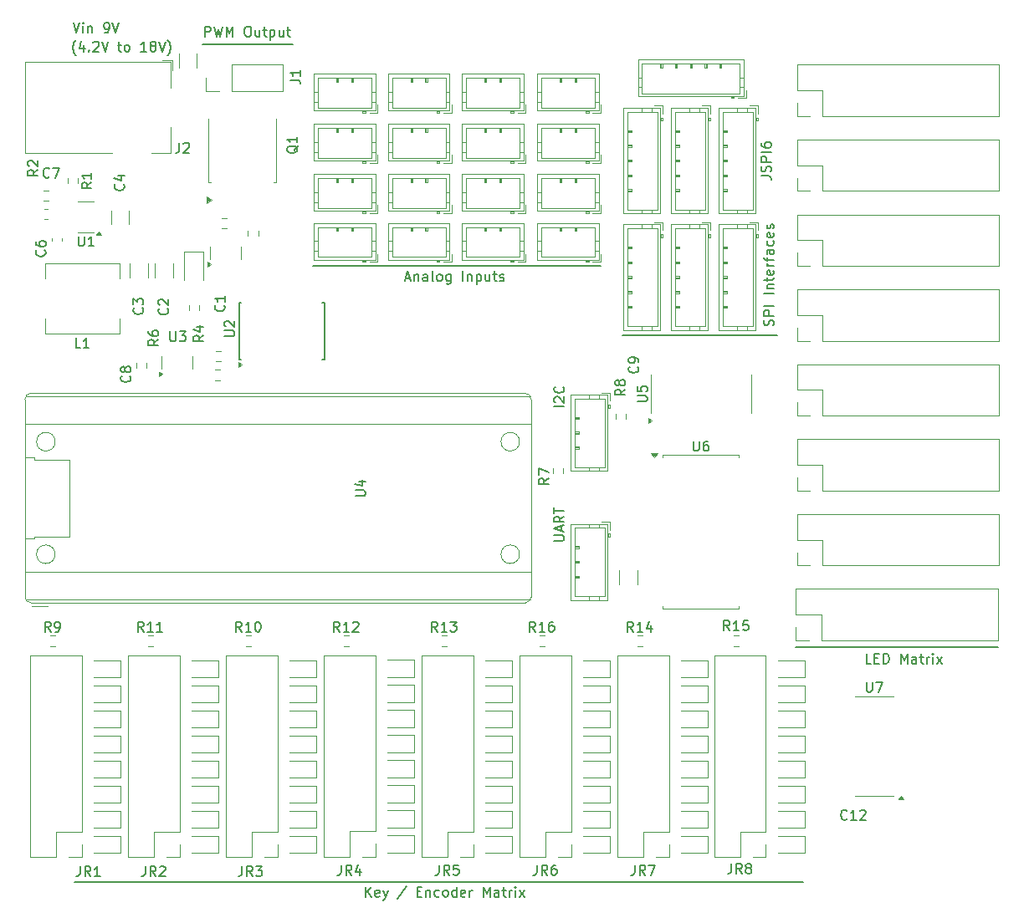
<source format=gto>
%TF.GenerationSoftware,KiCad,Pcbnew,8.0.8*%
%TF.CreationDate,2025-03-14T22:40:07-03:00*%
%TF.ProjectId,pi_controller,70695f63-6f6e-4747-926f-6c6c65722e6b,1.0*%
%TF.SameCoordinates,Original*%
%TF.FileFunction,Legend,Top*%
%TF.FilePolarity,Positive*%
%FSLAX46Y46*%
G04 Gerber Fmt 4.6, Leading zero omitted, Abs format (unit mm)*
G04 Created by KiCad (PCBNEW 8.0.8) date 2025-03-14 22:40:07*
%MOMM*%
%LPD*%
G01*
G04 APERTURE LIST*
%ADD10C,0.150000*%
%ADD11C,0.200000*%
%ADD12C,0.120000*%
G04 APERTURE END LIST*
D10*
X167576500Y-120777000D02*
X188023500Y-120777000D01*
X107569000Y-59690000D02*
X116713000Y-59690000D01*
X150050500Y-89154000D02*
X165735000Y-89154000D01*
X94551500Y-144526000D02*
X168338500Y-144526000D01*
X118745000Y-82169000D02*
X147828000Y-82169000D01*
D11*
X165300600Y-88196945D02*
X165348219Y-88054088D01*
X165348219Y-88054088D02*
X165348219Y-87815993D01*
X165348219Y-87815993D02*
X165300600Y-87720755D01*
X165300600Y-87720755D02*
X165252980Y-87673136D01*
X165252980Y-87673136D02*
X165157742Y-87625517D01*
X165157742Y-87625517D02*
X165062504Y-87625517D01*
X165062504Y-87625517D02*
X164967266Y-87673136D01*
X164967266Y-87673136D02*
X164919647Y-87720755D01*
X164919647Y-87720755D02*
X164872028Y-87815993D01*
X164872028Y-87815993D02*
X164824409Y-88006469D01*
X164824409Y-88006469D02*
X164776790Y-88101707D01*
X164776790Y-88101707D02*
X164729171Y-88149326D01*
X164729171Y-88149326D02*
X164633933Y-88196945D01*
X164633933Y-88196945D02*
X164538695Y-88196945D01*
X164538695Y-88196945D02*
X164443457Y-88149326D01*
X164443457Y-88149326D02*
X164395838Y-88101707D01*
X164395838Y-88101707D02*
X164348219Y-88006469D01*
X164348219Y-88006469D02*
X164348219Y-87768374D01*
X164348219Y-87768374D02*
X164395838Y-87625517D01*
X165348219Y-87196945D02*
X164348219Y-87196945D01*
X164348219Y-87196945D02*
X164348219Y-86815993D01*
X164348219Y-86815993D02*
X164395838Y-86720755D01*
X164395838Y-86720755D02*
X164443457Y-86673136D01*
X164443457Y-86673136D02*
X164538695Y-86625517D01*
X164538695Y-86625517D02*
X164681552Y-86625517D01*
X164681552Y-86625517D02*
X164776790Y-86673136D01*
X164776790Y-86673136D02*
X164824409Y-86720755D01*
X164824409Y-86720755D02*
X164872028Y-86815993D01*
X164872028Y-86815993D02*
X164872028Y-87196945D01*
X165348219Y-86196945D02*
X164348219Y-86196945D01*
X165348219Y-84958850D02*
X164348219Y-84958850D01*
X164681552Y-84482660D02*
X165348219Y-84482660D01*
X164776790Y-84482660D02*
X164729171Y-84435041D01*
X164729171Y-84435041D02*
X164681552Y-84339803D01*
X164681552Y-84339803D02*
X164681552Y-84196946D01*
X164681552Y-84196946D02*
X164729171Y-84101708D01*
X164729171Y-84101708D02*
X164824409Y-84054089D01*
X164824409Y-84054089D02*
X165348219Y-84054089D01*
X164681552Y-83720755D02*
X164681552Y-83339803D01*
X164348219Y-83577898D02*
X165205361Y-83577898D01*
X165205361Y-83577898D02*
X165300600Y-83530279D01*
X165300600Y-83530279D02*
X165348219Y-83435041D01*
X165348219Y-83435041D02*
X165348219Y-83339803D01*
X165300600Y-82625517D02*
X165348219Y-82720755D01*
X165348219Y-82720755D02*
X165348219Y-82911231D01*
X165348219Y-82911231D02*
X165300600Y-83006469D01*
X165300600Y-83006469D02*
X165205361Y-83054088D01*
X165205361Y-83054088D02*
X164824409Y-83054088D01*
X164824409Y-83054088D02*
X164729171Y-83006469D01*
X164729171Y-83006469D02*
X164681552Y-82911231D01*
X164681552Y-82911231D02*
X164681552Y-82720755D01*
X164681552Y-82720755D02*
X164729171Y-82625517D01*
X164729171Y-82625517D02*
X164824409Y-82577898D01*
X164824409Y-82577898D02*
X164919647Y-82577898D01*
X164919647Y-82577898D02*
X165014885Y-83054088D01*
X165348219Y-82149326D02*
X164681552Y-82149326D01*
X164872028Y-82149326D02*
X164776790Y-82101707D01*
X164776790Y-82101707D02*
X164729171Y-82054088D01*
X164729171Y-82054088D02*
X164681552Y-81958850D01*
X164681552Y-81958850D02*
X164681552Y-81863612D01*
X164681552Y-81673135D02*
X164681552Y-81292183D01*
X165348219Y-81530278D02*
X164491076Y-81530278D01*
X164491076Y-81530278D02*
X164395838Y-81482659D01*
X164395838Y-81482659D02*
X164348219Y-81387421D01*
X164348219Y-81387421D02*
X164348219Y-81292183D01*
X165348219Y-80530278D02*
X164824409Y-80530278D01*
X164824409Y-80530278D02*
X164729171Y-80577897D01*
X164729171Y-80577897D02*
X164681552Y-80673135D01*
X164681552Y-80673135D02*
X164681552Y-80863611D01*
X164681552Y-80863611D02*
X164729171Y-80958849D01*
X165300600Y-80530278D02*
X165348219Y-80625516D01*
X165348219Y-80625516D02*
X165348219Y-80863611D01*
X165348219Y-80863611D02*
X165300600Y-80958849D01*
X165300600Y-80958849D02*
X165205361Y-81006468D01*
X165205361Y-81006468D02*
X165110123Y-81006468D01*
X165110123Y-81006468D02*
X165014885Y-80958849D01*
X165014885Y-80958849D02*
X164967266Y-80863611D01*
X164967266Y-80863611D02*
X164967266Y-80625516D01*
X164967266Y-80625516D02*
X164919647Y-80530278D01*
X165300600Y-79625516D02*
X165348219Y-79720754D01*
X165348219Y-79720754D02*
X165348219Y-79911230D01*
X165348219Y-79911230D02*
X165300600Y-80006468D01*
X165300600Y-80006468D02*
X165252980Y-80054087D01*
X165252980Y-80054087D02*
X165157742Y-80101706D01*
X165157742Y-80101706D02*
X164872028Y-80101706D01*
X164872028Y-80101706D02*
X164776790Y-80054087D01*
X164776790Y-80054087D02*
X164729171Y-80006468D01*
X164729171Y-80006468D02*
X164681552Y-79911230D01*
X164681552Y-79911230D02*
X164681552Y-79720754D01*
X164681552Y-79720754D02*
X164729171Y-79625516D01*
X165300600Y-78815992D02*
X165348219Y-78911230D01*
X165348219Y-78911230D02*
X165348219Y-79101706D01*
X165348219Y-79101706D02*
X165300600Y-79196944D01*
X165300600Y-79196944D02*
X165205361Y-79244563D01*
X165205361Y-79244563D02*
X164824409Y-79244563D01*
X164824409Y-79244563D02*
X164729171Y-79196944D01*
X164729171Y-79196944D02*
X164681552Y-79101706D01*
X164681552Y-79101706D02*
X164681552Y-78911230D01*
X164681552Y-78911230D02*
X164729171Y-78815992D01*
X164729171Y-78815992D02*
X164824409Y-78768373D01*
X164824409Y-78768373D02*
X164919647Y-78768373D01*
X164919647Y-78768373D02*
X165014885Y-79244563D01*
X165300600Y-78387420D02*
X165348219Y-78292182D01*
X165348219Y-78292182D02*
X165348219Y-78101706D01*
X165348219Y-78101706D02*
X165300600Y-78006468D01*
X165300600Y-78006468D02*
X165205361Y-77958849D01*
X165205361Y-77958849D02*
X165157742Y-77958849D01*
X165157742Y-77958849D02*
X165062504Y-78006468D01*
X165062504Y-78006468D02*
X165014885Y-78101706D01*
X165014885Y-78101706D02*
X165014885Y-78244563D01*
X165014885Y-78244563D02*
X164967266Y-78339801D01*
X164967266Y-78339801D02*
X164872028Y-78387420D01*
X164872028Y-78387420D02*
X164824409Y-78387420D01*
X164824409Y-78387420D02*
X164729171Y-78339801D01*
X164729171Y-78339801D02*
X164681552Y-78244563D01*
X164681552Y-78244563D02*
X164681552Y-78101706D01*
X164681552Y-78101706D02*
X164729171Y-78006468D01*
D10*
X94729493Y-60829771D02*
X94681874Y-60782152D01*
X94681874Y-60782152D02*
X94586636Y-60639295D01*
X94586636Y-60639295D02*
X94539017Y-60544057D01*
X94539017Y-60544057D02*
X94491398Y-60401200D01*
X94491398Y-60401200D02*
X94443779Y-60163104D01*
X94443779Y-60163104D02*
X94443779Y-59972628D01*
X94443779Y-59972628D02*
X94491398Y-59734533D01*
X94491398Y-59734533D02*
X94539017Y-59591676D01*
X94539017Y-59591676D02*
X94586636Y-59496438D01*
X94586636Y-59496438D02*
X94681874Y-59353580D01*
X94681874Y-59353580D02*
X94729493Y-59305961D01*
X95539017Y-59782152D02*
X95539017Y-60448819D01*
X95300922Y-59401200D02*
X95062827Y-60115485D01*
X95062827Y-60115485D02*
X95681874Y-60115485D01*
X96062827Y-60353580D02*
X96110446Y-60401200D01*
X96110446Y-60401200D02*
X96062827Y-60448819D01*
X96062827Y-60448819D02*
X96015208Y-60401200D01*
X96015208Y-60401200D02*
X96062827Y-60353580D01*
X96062827Y-60353580D02*
X96062827Y-60448819D01*
X96491398Y-59544057D02*
X96539017Y-59496438D01*
X96539017Y-59496438D02*
X96634255Y-59448819D01*
X96634255Y-59448819D02*
X96872350Y-59448819D01*
X96872350Y-59448819D02*
X96967588Y-59496438D01*
X96967588Y-59496438D02*
X97015207Y-59544057D01*
X97015207Y-59544057D02*
X97062826Y-59639295D01*
X97062826Y-59639295D02*
X97062826Y-59734533D01*
X97062826Y-59734533D02*
X97015207Y-59877390D01*
X97015207Y-59877390D02*
X96443779Y-60448819D01*
X96443779Y-60448819D02*
X97062826Y-60448819D01*
X97348541Y-59448819D02*
X97681874Y-60448819D01*
X97681874Y-60448819D02*
X98015207Y-59448819D01*
X98967589Y-59782152D02*
X99348541Y-59782152D01*
X99110446Y-59448819D02*
X99110446Y-60305961D01*
X99110446Y-60305961D02*
X99158065Y-60401200D01*
X99158065Y-60401200D02*
X99253303Y-60448819D01*
X99253303Y-60448819D02*
X99348541Y-60448819D01*
X99824732Y-60448819D02*
X99729494Y-60401200D01*
X99729494Y-60401200D02*
X99681875Y-60353580D01*
X99681875Y-60353580D02*
X99634256Y-60258342D01*
X99634256Y-60258342D02*
X99634256Y-59972628D01*
X99634256Y-59972628D02*
X99681875Y-59877390D01*
X99681875Y-59877390D02*
X99729494Y-59829771D01*
X99729494Y-59829771D02*
X99824732Y-59782152D01*
X99824732Y-59782152D02*
X99967589Y-59782152D01*
X99967589Y-59782152D02*
X100062827Y-59829771D01*
X100062827Y-59829771D02*
X100110446Y-59877390D01*
X100110446Y-59877390D02*
X100158065Y-59972628D01*
X100158065Y-59972628D02*
X100158065Y-60258342D01*
X100158065Y-60258342D02*
X100110446Y-60353580D01*
X100110446Y-60353580D02*
X100062827Y-60401200D01*
X100062827Y-60401200D02*
X99967589Y-60448819D01*
X99967589Y-60448819D02*
X99824732Y-60448819D01*
X101872351Y-60448819D02*
X101300923Y-60448819D01*
X101586637Y-60448819D02*
X101586637Y-59448819D01*
X101586637Y-59448819D02*
X101491399Y-59591676D01*
X101491399Y-59591676D02*
X101396161Y-59686914D01*
X101396161Y-59686914D02*
X101300923Y-59734533D01*
X102443780Y-59877390D02*
X102348542Y-59829771D01*
X102348542Y-59829771D02*
X102300923Y-59782152D01*
X102300923Y-59782152D02*
X102253304Y-59686914D01*
X102253304Y-59686914D02*
X102253304Y-59639295D01*
X102253304Y-59639295D02*
X102300923Y-59544057D01*
X102300923Y-59544057D02*
X102348542Y-59496438D01*
X102348542Y-59496438D02*
X102443780Y-59448819D01*
X102443780Y-59448819D02*
X102634256Y-59448819D01*
X102634256Y-59448819D02*
X102729494Y-59496438D01*
X102729494Y-59496438D02*
X102777113Y-59544057D01*
X102777113Y-59544057D02*
X102824732Y-59639295D01*
X102824732Y-59639295D02*
X102824732Y-59686914D01*
X102824732Y-59686914D02*
X102777113Y-59782152D01*
X102777113Y-59782152D02*
X102729494Y-59829771D01*
X102729494Y-59829771D02*
X102634256Y-59877390D01*
X102634256Y-59877390D02*
X102443780Y-59877390D01*
X102443780Y-59877390D02*
X102348542Y-59925009D01*
X102348542Y-59925009D02*
X102300923Y-59972628D01*
X102300923Y-59972628D02*
X102253304Y-60067866D01*
X102253304Y-60067866D02*
X102253304Y-60258342D01*
X102253304Y-60258342D02*
X102300923Y-60353580D01*
X102300923Y-60353580D02*
X102348542Y-60401200D01*
X102348542Y-60401200D02*
X102443780Y-60448819D01*
X102443780Y-60448819D02*
X102634256Y-60448819D01*
X102634256Y-60448819D02*
X102729494Y-60401200D01*
X102729494Y-60401200D02*
X102777113Y-60353580D01*
X102777113Y-60353580D02*
X102824732Y-60258342D01*
X102824732Y-60258342D02*
X102824732Y-60067866D01*
X102824732Y-60067866D02*
X102777113Y-59972628D01*
X102777113Y-59972628D02*
X102729494Y-59925009D01*
X102729494Y-59925009D02*
X102634256Y-59877390D01*
X103110447Y-59448819D02*
X103443780Y-60448819D01*
X103443780Y-60448819D02*
X103777113Y-59448819D01*
X104015209Y-60829771D02*
X104062828Y-60782152D01*
X104062828Y-60782152D02*
X104158066Y-60639295D01*
X104158066Y-60639295D02*
X104205685Y-60544057D01*
X104205685Y-60544057D02*
X104253304Y-60401200D01*
X104253304Y-60401200D02*
X104300923Y-60163104D01*
X104300923Y-60163104D02*
X104300923Y-59972628D01*
X104300923Y-59972628D02*
X104253304Y-59734533D01*
X104253304Y-59734533D02*
X104205685Y-59591676D01*
X104205685Y-59591676D02*
X104158066Y-59496438D01*
X104158066Y-59496438D02*
X104062828Y-59353580D01*
X104062828Y-59353580D02*
X104015209Y-59305961D01*
D11*
X144139219Y-96404326D02*
X143139219Y-96404326D01*
X143234457Y-95975755D02*
X143186838Y-95928136D01*
X143186838Y-95928136D02*
X143139219Y-95832898D01*
X143139219Y-95832898D02*
X143139219Y-95594803D01*
X143139219Y-95594803D02*
X143186838Y-95499565D01*
X143186838Y-95499565D02*
X143234457Y-95451946D01*
X143234457Y-95451946D02*
X143329695Y-95404327D01*
X143329695Y-95404327D02*
X143424933Y-95404327D01*
X143424933Y-95404327D02*
X143567790Y-95451946D01*
X143567790Y-95451946D02*
X144139219Y-96023374D01*
X144139219Y-96023374D02*
X144139219Y-95404327D01*
X144043980Y-94404327D02*
X144091600Y-94451946D01*
X144091600Y-94451946D02*
X144139219Y-94594803D01*
X144139219Y-94594803D02*
X144139219Y-94690041D01*
X144139219Y-94690041D02*
X144091600Y-94832898D01*
X144091600Y-94832898D02*
X143996361Y-94928136D01*
X143996361Y-94928136D02*
X143901123Y-94975755D01*
X143901123Y-94975755D02*
X143710647Y-95023374D01*
X143710647Y-95023374D02*
X143567790Y-95023374D01*
X143567790Y-95023374D02*
X143377314Y-94975755D01*
X143377314Y-94975755D02*
X143282076Y-94928136D01*
X143282076Y-94928136D02*
X143186838Y-94832898D01*
X143186838Y-94832898D02*
X143139219Y-94690041D01*
X143139219Y-94690041D02*
X143139219Y-94594803D01*
X143139219Y-94594803D02*
X143186838Y-94451946D01*
X143186838Y-94451946D02*
X143234457Y-94404327D01*
X124067673Y-146044219D02*
X124067673Y-145044219D01*
X124639101Y-146044219D02*
X124210530Y-145472790D01*
X124639101Y-145044219D02*
X124067673Y-145615647D01*
X125448625Y-145996600D02*
X125353387Y-146044219D01*
X125353387Y-146044219D02*
X125162911Y-146044219D01*
X125162911Y-146044219D02*
X125067673Y-145996600D01*
X125067673Y-145996600D02*
X125020054Y-145901361D01*
X125020054Y-145901361D02*
X125020054Y-145520409D01*
X125020054Y-145520409D02*
X125067673Y-145425171D01*
X125067673Y-145425171D02*
X125162911Y-145377552D01*
X125162911Y-145377552D02*
X125353387Y-145377552D01*
X125353387Y-145377552D02*
X125448625Y-145425171D01*
X125448625Y-145425171D02*
X125496244Y-145520409D01*
X125496244Y-145520409D02*
X125496244Y-145615647D01*
X125496244Y-145615647D02*
X125020054Y-145710885D01*
X125829578Y-145377552D02*
X126067673Y-146044219D01*
X126305768Y-145377552D02*
X126067673Y-146044219D01*
X126067673Y-146044219D02*
X125972435Y-146282314D01*
X125972435Y-146282314D02*
X125924816Y-146329933D01*
X125924816Y-146329933D02*
X125829578Y-146377552D01*
X128162911Y-144996600D02*
X127305769Y-146282314D01*
X129258150Y-145520409D02*
X129591483Y-145520409D01*
X129734340Y-146044219D02*
X129258150Y-146044219D01*
X129258150Y-146044219D02*
X129258150Y-145044219D01*
X129258150Y-145044219D02*
X129734340Y-145044219D01*
X130162912Y-145377552D02*
X130162912Y-146044219D01*
X130162912Y-145472790D02*
X130210531Y-145425171D01*
X130210531Y-145425171D02*
X130305769Y-145377552D01*
X130305769Y-145377552D02*
X130448626Y-145377552D01*
X130448626Y-145377552D02*
X130543864Y-145425171D01*
X130543864Y-145425171D02*
X130591483Y-145520409D01*
X130591483Y-145520409D02*
X130591483Y-146044219D01*
X131496245Y-145996600D02*
X131401007Y-146044219D01*
X131401007Y-146044219D02*
X131210531Y-146044219D01*
X131210531Y-146044219D02*
X131115293Y-145996600D01*
X131115293Y-145996600D02*
X131067674Y-145948980D01*
X131067674Y-145948980D02*
X131020055Y-145853742D01*
X131020055Y-145853742D02*
X131020055Y-145568028D01*
X131020055Y-145568028D02*
X131067674Y-145472790D01*
X131067674Y-145472790D02*
X131115293Y-145425171D01*
X131115293Y-145425171D02*
X131210531Y-145377552D01*
X131210531Y-145377552D02*
X131401007Y-145377552D01*
X131401007Y-145377552D02*
X131496245Y-145425171D01*
X132067674Y-146044219D02*
X131972436Y-145996600D01*
X131972436Y-145996600D02*
X131924817Y-145948980D01*
X131924817Y-145948980D02*
X131877198Y-145853742D01*
X131877198Y-145853742D02*
X131877198Y-145568028D01*
X131877198Y-145568028D02*
X131924817Y-145472790D01*
X131924817Y-145472790D02*
X131972436Y-145425171D01*
X131972436Y-145425171D02*
X132067674Y-145377552D01*
X132067674Y-145377552D02*
X132210531Y-145377552D01*
X132210531Y-145377552D02*
X132305769Y-145425171D01*
X132305769Y-145425171D02*
X132353388Y-145472790D01*
X132353388Y-145472790D02*
X132401007Y-145568028D01*
X132401007Y-145568028D02*
X132401007Y-145853742D01*
X132401007Y-145853742D02*
X132353388Y-145948980D01*
X132353388Y-145948980D02*
X132305769Y-145996600D01*
X132305769Y-145996600D02*
X132210531Y-146044219D01*
X132210531Y-146044219D02*
X132067674Y-146044219D01*
X133258150Y-146044219D02*
X133258150Y-145044219D01*
X133258150Y-145996600D02*
X133162912Y-146044219D01*
X133162912Y-146044219D02*
X132972436Y-146044219D01*
X132972436Y-146044219D02*
X132877198Y-145996600D01*
X132877198Y-145996600D02*
X132829579Y-145948980D01*
X132829579Y-145948980D02*
X132781960Y-145853742D01*
X132781960Y-145853742D02*
X132781960Y-145568028D01*
X132781960Y-145568028D02*
X132829579Y-145472790D01*
X132829579Y-145472790D02*
X132877198Y-145425171D01*
X132877198Y-145425171D02*
X132972436Y-145377552D01*
X132972436Y-145377552D02*
X133162912Y-145377552D01*
X133162912Y-145377552D02*
X133258150Y-145425171D01*
X134115293Y-145996600D02*
X134020055Y-146044219D01*
X134020055Y-146044219D02*
X133829579Y-146044219D01*
X133829579Y-146044219D02*
X133734341Y-145996600D01*
X133734341Y-145996600D02*
X133686722Y-145901361D01*
X133686722Y-145901361D02*
X133686722Y-145520409D01*
X133686722Y-145520409D02*
X133734341Y-145425171D01*
X133734341Y-145425171D02*
X133829579Y-145377552D01*
X133829579Y-145377552D02*
X134020055Y-145377552D01*
X134020055Y-145377552D02*
X134115293Y-145425171D01*
X134115293Y-145425171D02*
X134162912Y-145520409D01*
X134162912Y-145520409D02*
X134162912Y-145615647D01*
X134162912Y-145615647D02*
X133686722Y-145710885D01*
X134591484Y-146044219D02*
X134591484Y-145377552D01*
X134591484Y-145568028D02*
X134639103Y-145472790D01*
X134639103Y-145472790D02*
X134686722Y-145425171D01*
X134686722Y-145425171D02*
X134781960Y-145377552D01*
X134781960Y-145377552D02*
X134877198Y-145377552D01*
X135972437Y-146044219D02*
X135972437Y-145044219D01*
X135972437Y-145044219D02*
X136305770Y-145758504D01*
X136305770Y-145758504D02*
X136639103Y-145044219D01*
X136639103Y-145044219D02*
X136639103Y-146044219D01*
X137543865Y-146044219D02*
X137543865Y-145520409D01*
X137543865Y-145520409D02*
X137496246Y-145425171D01*
X137496246Y-145425171D02*
X137401008Y-145377552D01*
X137401008Y-145377552D02*
X137210532Y-145377552D01*
X137210532Y-145377552D02*
X137115294Y-145425171D01*
X137543865Y-145996600D02*
X137448627Y-146044219D01*
X137448627Y-146044219D02*
X137210532Y-146044219D01*
X137210532Y-146044219D02*
X137115294Y-145996600D01*
X137115294Y-145996600D02*
X137067675Y-145901361D01*
X137067675Y-145901361D02*
X137067675Y-145806123D01*
X137067675Y-145806123D02*
X137115294Y-145710885D01*
X137115294Y-145710885D02*
X137210532Y-145663266D01*
X137210532Y-145663266D02*
X137448627Y-145663266D01*
X137448627Y-145663266D02*
X137543865Y-145615647D01*
X137877199Y-145377552D02*
X138258151Y-145377552D01*
X138020056Y-145044219D02*
X138020056Y-145901361D01*
X138020056Y-145901361D02*
X138067675Y-145996600D01*
X138067675Y-145996600D02*
X138162913Y-146044219D01*
X138162913Y-146044219D02*
X138258151Y-146044219D01*
X138591485Y-146044219D02*
X138591485Y-145377552D01*
X138591485Y-145568028D02*
X138639104Y-145472790D01*
X138639104Y-145472790D02*
X138686723Y-145425171D01*
X138686723Y-145425171D02*
X138781961Y-145377552D01*
X138781961Y-145377552D02*
X138877199Y-145377552D01*
X139210533Y-146044219D02*
X139210533Y-145377552D01*
X139210533Y-145044219D02*
X139162914Y-145091838D01*
X139162914Y-145091838D02*
X139210533Y-145139457D01*
X139210533Y-145139457D02*
X139258152Y-145091838D01*
X139258152Y-145091838D02*
X139210533Y-145044219D01*
X139210533Y-145044219D02*
X139210533Y-145139457D01*
X139591485Y-146044219D02*
X140115294Y-145377552D01*
X139591485Y-145377552D02*
X140115294Y-146044219D01*
X143139219Y-109993326D02*
X143948742Y-109993326D01*
X143948742Y-109993326D02*
X144043980Y-109945707D01*
X144043980Y-109945707D02*
X144091600Y-109898088D01*
X144091600Y-109898088D02*
X144139219Y-109802850D01*
X144139219Y-109802850D02*
X144139219Y-109612374D01*
X144139219Y-109612374D02*
X144091600Y-109517136D01*
X144091600Y-109517136D02*
X144043980Y-109469517D01*
X144043980Y-109469517D02*
X143948742Y-109421898D01*
X143948742Y-109421898D02*
X143139219Y-109421898D01*
X143853504Y-108993326D02*
X143853504Y-108517136D01*
X144139219Y-109088564D02*
X143139219Y-108755231D01*
X143139219Y-108755231D02*
X144139219Y-108421898D01*
X144139219Y-107517136D02*
X143663028Y-107850469D01*
X144139219Y-108088564D02*
X143139219Y-108088564D01*
X143139219Y-108088564D02*
X143139219Y-107707612D01*
X143139219Y-107707612D02*
X143186838Y-107612374D01*
X143186838Y-107612374D02*
X143234457Y-107564755D01*
X143234457Y-107564755D02*
X143329695Y-107517136D01*
X143329695Y-107517136D02*
X143472552Y-107517136D01*
X143472552Y-107517136D02*
X143567790Y-107564755D01*
X143567790Y-107564755D02*
X143615409Y-107612374D01*
X143615409Y-107612374D02*
X143663028Y-107707612D01*
X143663028Y-107707612D02*
X143663028Y-108088564D01*
X143139219Y-107231421D02*
X143139219Y-106659993D01*
X144139219Y-106945707D02*
X143139219Y-106945707D01*
X107811673Y-58922219D02*
X107811673Y-57922219D01*
X107811673Y-57922219D02*
X108192625Y-57922219D01*
X108192625Y-57922219D02*
X108287863Y-57969838D01*
X108287863Y-57969838D02*
X108335482Y-58017457D01*
X108335482Y-58017457D02*
X108383101Y-58112695D01*
X108383101Y-58112695D02*
X108383101Y-58255552D01*
X108383101Y-58255552D02*
X108335482Y-58350790D01*
X108335482Y-58350790D02*
X108287863Y-58398409D01*
X108287863Y-58398409D02*
X108192625Y-58446028D01*
X108192625Y-58446028D02*
X107811673Y-58446028D01*
X108716435Y-57922219D02*
X108954530Y-58922219D01*
X108954530Y-58922219D02*
X109145006Y-58207933D01*
X109145006Y-58207933D02*
X109335482Y-58922219D01*
X109335482Y-58922219D02*
X109573578Y-57922219D01*
X109954530Y-58922219D02*
X109954530Y-57922219D01*
X109954530Y-57922219D02*
X110287863Y-58636504D01*
X110287863Y-58636504D02*
X110621196Y-57922219D01*
X110621196Y-57922219D02*
X110621196Y-58922219D01*
X112049768Y-57922219D02*
X112240244Y-57922219D01*
X112240244Y-57922219D02*
X112335482Y-57969838D01*
X112335482Y-57969838D02*
X112430720Y-58065076D01*
X112430720Y-58065076D02*
X112478339Y-58255552D01*
X112478339Y-58255552D02*
X112478339Y-58588885D01*
X112478339Y-58588885D02*
X112430720Y-58779361D01*
X112430720Y-58779361D02*
X112335482Y-58874600D01*
X112335482Y-58874600D02*
X112240244Y-58922219D01*
X112240244Y-58922219D02*
X112049768Y-58922219D01*
X112049768Y-58922219D02*
X111954530Y-58874600D01*
X111954530Y-58874600D02*
X111859292Y-58779361D01*
X111859292Y-58779361D02*
X111811673Y-58588885D01*
X111811673Y-58588885D02*
X111811673Y-58255552D01*
X111811673Y-58255552D02*
X111859292Y-58065076D01*
X111859292Y-58065076D02*
X111954530Y-57969838D01*
X111954530Y-57969838D02*
X112049768Y-57922219D01*
X113335482Y-58255552D02*
X113335482Y-58922219D01*
X112906911Y-58255552D02*
X112906911Y-58779361D01*
X112906911Y-58779361D02*
X112954530Y-58874600D01*
X112954530Y-58874600D02*
X113049768Y-58922219D01*
X113049768Y-58922219D02*
X113192625Y-58922219D01*
X113192625Y-58922219D02*
X113287863Y-58874600D01*
X113287863Y-58874600D02*
X113335482Y-58826980D01*
X113668816Y-58255552D02*
X114049768Y-58255552D01*
X113811673Y-57922219D02*
X113811673Y-58779361D01*
X113811673Y-58779361D02*
X113859292Y-58874600D01*
X113859292Y-58874600D02*
X113954530Y-58922219D01*
X113954530Y-58922219D02*
X114049768Y-58922219D01*
X114383102Y-58255552D02*
X114383102Y-59255552D01*
X114383102Y-58303171D02*
X114478340Y-58255552D01*
X114478340Y-58255552D02*
X114668816Y-58255552D01*
X114668816Y-58255552D02*
X114764054Y-58303171D01*
X114764054Y-58303171D02*
X114811673Y-58350790D01*
X114811673Y-58350790D02*
X114859292Y-58446028D01*
X114859292Y-58446028D02*
X114859292Y-58731742D01*
X114859292Y-58731742D02*
X114811673Y-58826980D01*
X114811673Y-58826980D02*
X114764054Y-58874600D01*
X114764054Y-58874600D02*
X114668816Y-58922219D01*
X114668816Y-58922219D02*
X114478340Y-58922219D01*
X114478340Y-58922219D02*
X114383102Y-58874600D01*
X115716435Y-58255552D02*
X115716435Y-58922219D01*
X115287864Y-58255552D02*
X115287864Y-58779361D01*
X115287864Y-58779361D02*
X115335483Y-58874600D01*
X115335483Y-58874600D02*
X115430721Y-58922219D01*
X115430721Y-58922219D02*
X115573578Y-58922219D01*
X115573578Y-58922219D02*
X115668816Y-58874600D01*
X115668816Y-58874600D02*
X115716435Y-58826980D01*
X116049769Y-58255552D02*
X116430721Y-58255552D01*
X116192626Y-57922219D02*
X116192626Y-58779361D01*
X116192626Y-58779361D02*
X116240245Y-58874600D01*
X116240245Y-58874600D02*
X116335483Y-58922219D01*
X116335483Y-58922219D02*
X116430721Y-58922219D01*
X175216863Y-122422219D02*
X174740673Y-122422219D01*
X174740673Y-122422219D02*
X174740673Y-121422219D01*
X175550197Y-121898409D02*
X175883530Y-121898409D01*
X176026387Y-122422219D02*
X175550197Y-122422219D01*
X175550197Y-122422219D02*
X175550197Y-121422219D01*
X175550197Y-121422219D02*
X176026387Y-121422219D01*
X176454959Y-122422219D02*
X176454959Y-121422219D01*
X176454959Y-121422219D02*
X176693054Y-121422219D01*
X176693054Y-121422219D02*
X176835911Y-121469838D01*
X176835911Y-121469838D02*
X176931149Y-121565076D01*
X176931149Y-121565076D02*
X176978768Y-121660314D01*
X176978768Y-121660314D02*
X177026387Y-121850790D01*
X177026387Y-121850790D02*
X177026387Y-121993647D01*
X177026387Y-121993647D02*
X176978768Y-122184123D01*
X176978768Y-122184123D02*
X176931149Y-122279361D01*
X176931149Y-122279361D02*
X176835911Y-122374600D01*
X176835911Y-122374600D02*
X176693054Y-122422219D01*
X176693054Y-122422219D02*
X176454959Y-122422219D01*
X178216864Y-122422219D02*
X178216864Y-121422219D01*
X178216864Y-121422219D02*
X178550197Y-122136504D01*
X178550197Y-122136504D02*
X178883530Y-121422219D01*
X178883530Y-121422219D02*
X178883530Y-122422219D01*
X179788292Y-122422219D02*
X179788292Y-121898409D01*
X179788292Y-121898409D02*
X179740673Y-121803171D01*
X179740673Y-121803171D02*
X179645435Y-121755552D01*
X179645435Y-121755552D02*
X179454959Y-121755552D01*
X179454959Y-121755552D02*
X179359721Y-121803171D01*
X179788292Y-122374600D02*
X179693054Y-122422219D01*
X179693054Y-122422219D02*
X179454959Y-122422219D01*
X179454959Y-122422219D02*
X179359721Y-122374600D01*
X179359721Y-122374600D02*
X179312102Y-122279361D01*
X179312102Y-122279361D02*
X179312102Y-122184123D01*
X179312102Y-122184123D02*
X179359721Y-122088885D01*
X179359721Y-122088885D02*
X179454959Y-122041266D01*
X179454959Y-122041266D02*
X179693054Y-122041266D01*
X179693054Y-122041266D02*
X179788292Y-121993647D01*
X180121626Y-121755552D02*
X180502578Y-121755552D01*
X180264483Y-121422219D02*
X180264483Y-122279361D01*
X180264483Y-122279361D02*
X180312102Y-122374600D01*
X180312102Y-122374600D02*
X180407340Y-122422219D01*
X180407340Y-122422219D02*
X180502578Y-122422219D01*
X180835912Y-122422219D02*
X180835912Y-121755552D01*
X180835912Y-121946028D02*
X180883531Y-121850790D01*
X180883531Y-121850790D02*
X180931150Y-121803171D01*
X180931150Y-121803171D02*
X181026388Y-121755552D01*
X181026388Y-121755552D02*
X181121626Y-121755552D01*
X181454960Y-122422219D02*
X181454960Y-121755552D01*
X181454960Y-121422219D02*
X181407341Y-121469838D01*
X181407341Y-121469838D02*
X181454960Y-121517457D01*
X181454960Y-121517457D02*
X181502579Y-121469838D01*
X181502579Y-121469838D02*
X181454960Y-121422219D01*
X181454960Y-121422219D02*
X181454960Y-121517457D01*
X181835912Y-122422219D02*
X182359721Y-121755552D01*
X181835912Y-121755552D02*
X182359721Y-122422219D01*
X94460816Y-57541219D02*
X94794149Y-58541219D01*
X94794149Y-58541219D02*
X95127482Y-57541219D01*
X95460816Y-58541219D02*
X95460816Y-57874552D01*
X95460816Y-57541219D02*
X95413197Y-57588838D01*
X95413197Y-57588838D02*
X95460816Y-57636457D01*
X95460816Y-57636457D02*
X95508435Y-57588838D01*
X95508435Y-57588838D02*
X95460816Y-57541219D01*
X95460816Y-57541219D02*
X95460816Y-57636457D01*
X95937006Y-57874552D02*
X95937006Y-58541219D01*
X95937006Y-57969790D02*
X95984625Y-57922171D01*
X95984625Y-57922171D02*
X96079863Y-57874552D01*
X96079863Y-57874552D02*
X96222720Y-57874552D01*
X96222720Y-57874552D02*
X96317958Y-57922171D01*
X96317958Y-57922171D02*
X96365577Y-58017409D01*
X96365577Y-58017409D02*
X96365577Y-58541219D01*
X97651292Y-58541219D02*
X97841768Y-58541219D01*
X97841768Y-58541219D02*
X97937006Y-58493600D01*
X97937006Y-58493600D02*
X97984625Y-58445980D01*
X97984625Y-58445980D02*
X98079863Y-58303123D01*
X98079863Y-58303123D02*
X98127482Y-58112647D01*
X98127482Y-58112647D02*
X98127482Y-57731695D01*
X98127482Y-57731695D02*
X98079863Y-57636457D01*
X98079863Y-57636457D02*
X98032244Y-57588838D01*
X98032244Y-57588838D02*
X97937006Y-57541219D01*
X97937006Y-57541219D02*
X97746530Y-57541219D01*
X97746530Y-57541219D02*
X97651292Y-57588838D01*
X97651292Y-57588838D02*
X97603673Y-57636457D01*
X97603673Y-57636457D02*
X97556054Y-57731695D01*
X97556054Y-57731695D02*
X97556054Y-57969790D01*
X97556054Y-57969790D02*
X97603673Y-58065028D01*
X97603673Y-58065028D02*
X97651292Y-58112647D01*
X97651292Y-58112647D02*
X97746530Y-58160266D01*
X97746530Y-58160266D02*
X97937006Y-58160266D01*
X97937006Y-58160266D02*
X98032244Y-58112647D01*
X98032244Y-58112647D02*
X98079863Y-58065028D01*
X98079863Y-58065028D02*
X98127482Y-57969790D01*
X98413197Y-57541219D02*
X98746530Y-58541219D01*
X98746530Y-58541219D02*
X99079863Y-57541219D01*
X128084054Y-83401504D02*
X128560244Y-83401504D01*
X127988816Y-83687219D02*
X128322149Y-82687219D01*
X128322149Y-82687219D02*
X128655482Y-83687219D01*
X128988816Y-83020552D02*
X128988816Y-83687219D01*
X128988816Y-83115790D02*
X129036435Y-83068171D01*
X129036435Y-83068171D02*
X129131673Y-83020552D01*
X129131673Y-83020552D02*
X129274530Y-83020552D01*
X129274530Y-83020552D02*
X129369768Y-83068171D01*
X129369768Y-83068171D02*
X129417387Y-83163409D01*
X129417387Y-83163409D02*
X129417387Y-83687219D01*
X130322149Y-83687219D02*
X130322149Y-83163409D01*
X130322149Y-83163409D02*
X130274530Y-83068171D01*
X130274530Y-83068171D02*
X130179292Y-83020552D01*
X130179292Y-83020552D02*
X129988816Y-83020552D01*
X129988816Y-83020552D02*
X129893578Y-83068171D01*
X130322149Y-83639600D02*
X130226911Y-83687219D01*
X130226911Y-83687219D02*
X129988816Y-83687219D01*
X129988816Y-83687219D02*
X129893578Y-83639600D01*
X129893578Y-83639600D02*
X129845959Y-83544361D01*
X129845959Y-83544361D02*
X129845959Y-83449123D01*
X129845959Y-83449123D02*
X129893578Y-83353885D01*
X129893578Y-83353885D02*
X129988816Y-83306266D01*
X129988816Y-83306266D02*
X130226911Y-83306266D01*
X130226911Y-83306266D02*
X130322149Y-83258647D01*
X130941197Y-83687219D02*
X130845959Y-83639600D01*
X130845959Y-83639600D02*
X130798340Y-83544361D01*
X130798340Y-83544361D02*
X130798340Y-82687219D01*
X131465007Y-83687219D02*
X131369769Y-83639600D01*
X131369769Y-83639600D02*
X131322150Y-83591980D01*
X131322150Y-83591980D02*
X131274531Y-83496742D01*
X131274531Y-83496742D02*
X131274531Y-83211028D01*
X131274531Y-83211028D02*
X131322150Y-83115790D01*
X131322150Y-83115790D02*
X131369769Y-83068171D01*
X131369769Y-83068171D02*
X131465007Y-83020552D01*
X131465007Y-83020552D02*
X131607864Y-83020552D01*
X131607864Y-83020552D02*
X131703102Y-83068171D01*
X131703102Y-83068171D02*
X131750721Y-83115790D01*
X131750721Y-83115790D02*
X131798340Y-83211028D01*
X131798340Y-83211028D02*
X131798340Y-83496742D01*
X131798340Y-83496742D02*
X131750721Y-83591980D01*
X131750721Y-83591980D02*
X131703102Y-83639600D01*
X131703102Y-83639600D02*
X131607864Y-83687219D01*
X131607864Y-83687219D02*
X131465007Y-83687219D01*
X132655483Y-83020552D02*
X132655483Y-83830076D01*
X132655483Y-83830076D02*
X132607864Y-83925314D01*
X132607864Y-83925314D02*
X132560245Y-83972933D01*
X132560245Y-83972933D02*
X132465007Y-84020552D01*
X132465007Y-84020552D02*
X132322150Y-84020552D01*
X132322150Y-84020552D02*
X132226912Y-83972933D01*
X132655483Y-83639600D02*
X132560245Y-83687219D01*
X132560245Y-83687219D02*
X132369769Y-83687219D01*
X132369769Y-83687219D02*
X132274531Y-83639600D01*
X132274531Y-83639600D02*
X132226912Y-83591980D01*
X132226912Y-83591980D02*
X132179293Y-83496742D01*
X132179293Y-83496742D02*
X132179293Y-83211028D01*
X132179293Y-83211028D02*
X132226912Y-83115790D01*
X132226912Y-83115790D02*
X132274531Y-83068171D01*
X132274531Y-83068171D02*
X132369769Y-83020552D01*
X132369769Y-83020552D02*
X132560245Y-83020552D01*
X132560245Y-83020552D02*
X132655483Y-83068171D01*
X133893579Y-83687219D02*
X133893579Y-82687219D01*
X134369769Y-83020552D02*
X134369769Y-83687219D01*
X134369769Y-83115790D02*
X134417388Y-83068171D01*
X134417388Y-83068171D02*
X134512626Y-83020552D01*
X134512626Y-83020552D02*
X134655483Y-83020552D01*
X134655483Y-83020552D02*
X134750721Y-83068171D01*
X134750721Y-83068171D02*
X134798340Y-83163409D01*
X134798340Y-83163409D02*
X134798340Y-83687219D01*
X135274531Y-83020552D02*
X135274531Y-84020552D01*
X135274531Y-83068171D02*
X135369769Y-83020552D01*
X135369769Y-83020552D02*
X135560245Y-83020552D01*
X135560245Y-83020552D02*
X135655483Y-83068171D01*
X135655483Y-83068171D02*
X135703102Y-83115790D01*
X135703102Y-83115790D02*
X135750721Y-83211028D01*
X135750721Y-83211028D02*
X135750721Y-83496742D01*
X135750721Y-83496742D02*
X135703102Y-83591980D01*
X135703102Y-83591980D02*
X135655483Y-83639600D01*
X135655483Y-83639600D02*
X135560245Y-83687219D01*
X135560245Y-83687219D02*
X135369769Y-83687219D01*
X135369769Y-83687219D02*
X135274531Y-83639600D01*
X136607864Y-83020552D02*
X136607864Y-83687219D01*
X136179293Y-83020552D02*
X136179293Y-83544361D01*
X136179293Y-83544361D02*
X136226912Y-83639600D01*
X136226912Y-83639600D02*
X136322150Y-83687219D01*
X136322150Y-83687219D02*
X136465007Y-83687219D01*
X136465007Y-83687219D02*
X136560245Y-83639600D01*
X136560245Y-83639600D02*
X136607864Y-83591980D01*
X136941198Y-83020552D02*
X137322150Y-83020552D01*
X137084055Y-82687219D02*
X137084055Y-83544361D01*
X137084055Y-83544361D02*
X137131674Y-83639600D01*
X137131674Y-83639600D02*
X137226912Y-83687219D01*
X137226912Y-83687219D02*
X137322150Y-83687219D01*
X137607865Y-83639600D02*
X137703103Y-83687219D01*
X137703103Y-83687219D02*
X137893579Y-83687219D01*
X137893579Y-83687219D02*
X137988817Y-83639600D01*
X137988817Y-83639600D02*
X138036436Y-83544361D01*
X138036436Y-83544361D02*
X138036436Y-83496742D01*
X138036436Y-83496742D02*
X137988817Y-83401504D01*
X137988817Y-83401504D02*
X137893579Y-83353885D01*
X137893579Y-83353885D02*
X137750722Y-83353885D01*
X137750722Y-83353885D02*
X137655484Y-83306266D01*
X137655484Y-83306266D02*
X137607865Y-83211028D01*
X137607865Y-83211028D02*
X137607865Y-83163409D01*
X137607865Y-83163409D02*
X137655484Y-83068171D01*
X137655484Y-83068171D02*
X137750722Y-83020552D01*
X137750722Y-83020552D02*
X137893579Y-83020552D01*
X137893579Y-83020552D02*
X137988817Y-83068171D01*
D10*
X123025819Y-105454220D02*
X123835342Y-105454220D01*
X123835342Y-105454220D02*
X123930580Y-105406601D01*
X123930580Y-105406601D02*
X123978200Y-105358982D01*
X123978200Y-105358982D02*
X124025819Y-105263744D01*
X124025819Y-105263744D02*
X124025819Y-105073268D01*
X124025819Y-105073268D02*
X123978200Y-104978030D01*
X123978200Y-104978030D02*
X123930580Y-104930411D01*
X123930580Y-104930411D02*
X123835342Y-104882792D01*
X123835342Y-104882792D02*
X123025819Y-104882792D01*
X123359152Y-103978030D02*
X124025819Y-103978030D01*
X122978200Y-104216125D02*
X123692485Y-104454220D01*
X123692485Y-104454220D02*
X123692485Y-103835173D01*
X164075819Y-73048618D02*
X164790104Y-73048618D01*
X164790104Y-73048618D02*
X164932961Y-73096237D01*
X164932961Y-73096237D02*
X165028200Y-73191475D01*
X165028200Y-73191475D02*
X165075819Y-73334332D01*
X165075819Y-73334332D02*
X165075819Y-73429570D01*
X165028200Y-72620046D02*
X165075819Y-72477189D01*
X165075819Y-72477189D02*
X165075819Y-72239094D01*
X165075819Y-72239094D02*
X165028200Y-72143856D01*
X165028200Y-72143856D02*
X164980580Y-72096237D01*
X164980580Y-72096237D02*
X164885342Y-72048618D01*
X164885342Y-72048618D02*
X164790104Y-72048618D01*
X164790104Y-72048618D02*
X164694866Y-72096237D01*
X164694866Y-72096237D02*
X164647247Y-72143856D01*
X164647247Y-72143856D02*
X164599628Y-72239094D01*
X164599628Y-72239094D02*
X164552009Y-72429570D01*
X164552009Y-72429570D02*
X164504390Y-72524808D01*
X164504390Y-72524808D02*
X164456771Y-72572427D01*
X164456771Y-72572427D02*
X164361533Y-72620046D01*
X164361533Y-72620046D02*
X164266295Y-72620046D01*
X164266295Y-72620046D02*
X164171057Y-72572427D01*
X164171057Y-72572427D02*
X164123438Y-72524808D01*
X164123438Y-72524808D02*
X164075819Y-72429570D01*
X164075819Y-72429570D02*
X164075819Y-72191475D01*
X164075819Y-72191475D02*
X164123438Y-72048618D01*
X165075819Y-71620046D02*
X164075819Y-71620046D01*
X164075819Y-71620046D02*
X164075819Y-71239094D01*
X164075819Y-71239094D02*
X164123438Y-71143856D01*
X164123438Y-71143856D02*
X164171057Y-71096237D01*
X164171057Y-71096237D02*
X164266295Y-71048618D01*
X164266295Y-71048618D02*
X164409152Y-71048618D01*
X164409152Y-71048618D02*
X164504390Y-71096237D01*
X164504390Y-71096237D02*
X164552009Y-71143856D01*
X164552009Y-71143856D02*
X164599628Y-71239094D01*
X164599628Y-71239094D02*
X164599628Y-71620046D01*
X165075819Y-70620046D02*
X164075819Y-70620046D01*
X164075819Y-69715285D02*
X164075819Y-69905761D01*
X164075819Y-69905761D02*
X164123438Y-70000999D01*
X164123438Y-70000999D02*
X164171057Y-70048618D01*
X164171057Y-70048618D02*
X164313914Y-70143856D01*
X164313914Y-70143856D02*
X164504390Y-70191475D01*
X164504390Y-70191475D02*
X164885342Y-70191475D01*
X164885342Y-70191475D02*
X164980580Y-70143856D01*
X164980580Y-70143856D02*
X165028200Y-70096237D01*
X165028200Y-70096237D02*
X165075819Y-70000999D01*
X165075819Y-70000999D02*
X165075819Y-69810523D01*
X165075819Y-69810523D02*
X165028200Y-69715285D01*
X165028200Y-69715285D02*
X164980580Y-69667666D01*
X164980580Y-69667666D02*
X164885342Y-69620047D01*
X164885342Y-69620047D02*
X164647247Y-69620047D01*
X164647247Y-69620047D02*
X164552009Y-69667666D01*
X164552009Y-69667666D02*
X164504390Y-69715285D01*
X164504390Y-69715285D02*
X164456771Y-69810523D01*
X164456771Y-69810523D02*
X164456771Y-70000999D01*
X164456771Y-70000999D02*
X164504390Y-70096237D01*
X164504390Y-70096237D02*
X164552009Y-70143856D01*
X164552009Y-70143856D02*
X164647247Y-70191475D01*
X92185833Y-119199819D02*
X91852500Y-118723628D01*
X91614405Y-119199819D02*
X91614405Y-118199819D01*
X91614405Y-118199819D02*
X91995357Y-118199819D01*
X91995357Y-118199819D02*
X92090595Y-118247438D01*
X92090595Y-118247438D02*
X92138214Y-118295057D01*
X92138214Y-118295057D02*
X92185833Y-118390295D01*
X92185833Y-118390295D02*
X92185833Y-118533152D01*
X92185833Y-118533152D02*
X92138214Y-118628390D01*
X92138214Y-118628390D02*
X92090595Y-118676009D01*
X92090595Y-118676009D02*
X91995357Y-118723628D01*
X91995357Y-118723628D02*
X91614405Y-118723628D01*
X92662024Y-119199819D02*
X92852500Y-119199819D01*
X92852500Y-119199819D02*
X92947738Y-119152200D01*
X92947738Y-119152200D02*
X92995357Y-119104580D01*
X92995357Y-119104580D02*
X93090595Y-118961723D01*
X93090595Y-118961723D02*
X93138214Y-118771247D01*
X93138214Y-118771247D02*
X93138214Y-118390295D01*
X93138214Y-118390295D02*
X93090595Y-118295057D01*
X93090595Y-118295057D02*
X93042976Y-118247438D01*
X93042976Y-118247438D02*
X92947738Y-118199819D01*
X92947738Y-118199819D02*
X92757262Y-118199819D01*
X92757262Y-118199819D02*
X92662024Y-118247438D01*
X92662024Y-118247438D02*
X92614405Y-118295057D01*
X92614405Y-118295057D02*
X92566786Y-118390295D01*
X92566786Y-118390295D02*
X92566786Y-118628390D01*
X92566786Y-118628390D02*
X92614405Y-118723628D01*
X92614405Y-118723628D02*
X92662024Y-118771247D01*
X92662024Y-118771247D02*
X92757262Y-118818866D01*
X92757262Y-118818866D02*
X92947738Y-118818866D01*
X92947738Y-118818866D02*
X93042976Y-118771247D01*
X93042976Y-118771247D02*
X93090595Y-118723628D01*
X93090595Y-118723628D02*
X93138214Y-118628390D01*
X103991580Y-86478884D02*
X104039200Y-86526503D01*
X104039200Y-86526503D02*
X104086819Y-86669360D01*
X104086819Y-86669360D02*
X104086819Y-86764598D01*
X104086819Y-86764598D02*
X104039200Y-86907455D01*
X104039200Y-86907455D02*
X103943961Y-87002693D01*
X103943961Y-87002693D02*
X103848723Y-87050312D01*
X103848723Y-87050312D02*
X103658247Y-87097931D01*
X103658247Y-87097931D02*
X103515390Y-87097931D01*
X103515390Y-87097931D02*
X103324914Y-87050312D01*
X103324914Y-87050312D02*
X103229676Y-87002693D01*
X103229676Y-87002693D02*
X103134438Y-86907455D01*
X103134438Y-86907455D02*
X103086819Y-86764598D01*
X103086819Y-86764598D02*
X103086819Y-86669360D01*
X103086819Y-86669360D02*
X103134438Y-86526503D01*
X103134438Y-86526503D02*
X103182057Y-86478884D01*
X103182057Y-86097931D02*
X103134438Y-86050312D01*
X103134438Y-86050312D02*
X103086819Y-85955074D01*
X103086819Y-85955074D02*
X103086819Y-85716979D01*
X103086819Y-85716979D02*
X103134438Y-85621741D01*
X103134438Y-85621741D02*
X103182057Y-85574122D01*
X103182057Y-85574122D02*
X103277295Y-85526503D01*
X103277295Y-85526503D02*
X103372533Y-85526503D01*
X103372533Y-85526503D02*
X103515390Y-85574122D01*
X103515390Y-85574122D02*
X104086819Y-86145550D01*
X104086819Y-86145550D02*
X104086819Y-85526503D01*
X111521642Y-119199819D02*
X111188309Y-118723628D01*
X110950214Y-119199819D02*
X110950214Y-118199819D01*
X110950214Y-118199819D02*
X111331166Y-118199819D01*
X111331166Y-118199819D02*
X111426404Y-118247438D01*
X111426404Y-118247438D02*
X111474023Y-118295057D01*
X111474023Y-118295057D02*
X111521642Y-118390295D01*
X111521642Y-118390295D02*
X111521642Y-118533152D01*
X111521642Y-118533152D02*
X111474023Y-118628390D01*
X111474023Y-118628390D02*
X111426404Y-118676009D01*
X111426404Y-118676009D02*
X111331166Y-118723628D01*
X111331166Y-118723628D02*
X110950214Y-118723628D01*
X112474023Y-119199819D02*
X111902595Y-119199819D01*
X112188309Y-119199819D02*
X112188309Y-118199819D01*
X112188309Y-118199819D02*
X112093071Y-118342676D01*
X112093071Y-118342676D02*
X111997833Y-118437914D01*
X111997833Y-118437914D02*
X111902595Y-118485533D01*
X113093071Y-118199819D02*
X113188309Y-118199819D01*
X113188309Y-118199819D02*
X113283547Y-118247438D01*
X113283547Y-118247438D02*
X113331166Y-118295057D01*
X113331166Y-118295057D02*
X113378785Y-118390295D01*
X113378785Y-118390295D02*
X113426404Y-118580771D01*
X113426404Y-118580771D02*
X113426404Y-118818866D01*
X113426404Y-118818866D02*
X113378785Y-119009342D01*
X113378785Y-119009342D02*
X113331166Y-119104580D01*
X113331166Y-119104580D02*
X113283547Y-119152200D01*
X113283547Y-119152200D02*
X113188309Y-119199819D01*
X113188309Y-119199819D02*
X113093071Y-119199819D01*
X113093071Y-119199819D02*
X112997833Y-119152200D01*
X112997833Y-119152200D02*
X112950214Y-119104580D01*
X112950214Y-119104580D02*
X112902595Y-119009342D01*
X112902595Y-119009342D02*
X112854976Y-118818866D01*
X112854976Y-118818866D02*
X112854976Y-118580771D01*
X112854976Y-118580771D02*
X112902595Y-118390295D01*
X112902595Y-118390295D02*
X112950214Y-118295057D01*
X112950214Y-118295057D02*
X112997833Y-118247438D01*
X112997833Y-118247438D02*
X113093071Y-118199819D01*
X95178666Y-142964819D02*
X95178666Y-143679104D01*
X95178666Y-143679104D02*
X95131047Y-143821961D01*
X95131047Y-143821961D02*
X95035809Y-143917200D01*
X95035809Y-143917200D02*
X94892952Y-143964819D01*
X94892952Y-143964819D02*
X94797714Y-143964819D01*
X96226285Y-143964819D02*
X95892952Y-143488628D01*
X95654857Y-143964819D02*
X95654857Y-142964819D01*
X95654857Y-142964819D02*
X96035809Y-142964819D01*
X96035809Y-142964819D02*
X96131047Y-143012438D01*
X96131047Y-143012438D02*
X96178666Y-143060057D01*
X96178666Y-143060057D02*
X96226285Y-143155295D01*
X96226285Y-143155295D02*
X96226285Y-143298152D01*
X96226285Y-143298152D02*
X96178666Y-143393390D01*
X96178666Y-143393390D02*
X96131047Y-143441009D01*
X96131047Y-143441009D02*
X96035809Y-143488628D01*
X96035809Y-143488628D02*
X95654857Y-143488628D01*
X97178666Y-143964819D02*
X96607238Y-143964819D01*
X96892952Y-143964819D02*
X96892952Y-142964819D01*
X96892952Y-142964819D02*
X96797714Y-143107676D01*
X96797714Y-143107676D02*
X96702476Y-143202914D01*
X96702476Y-143202914D02*
X96607238Y-143250533D01*
X121427642Y-119199819D02*
X121094309Y-118723628D01*
X120856214Y-119199819D02*
X120856214Y-118199819D01*
X120856214Y-118199819D02*
X121237166Y-118199819D01*
X121237166Y-118199819D02*
X121332404Y-118247438D01*
X121332404Y-118247438D02*
X121380023Y-118295057D01*
X121380023Y-118295057D02*
X121427642Y-118390295D01*
X121427642Y-118390295D02*
X121427642Y-118533152D01*
X121427642Y-118533152D02*
X121380023Y-118628390D01*
X121380023Y-118628390D02*
X121332404Y-118676009D01*
X121332404Y-118676009D02*
X121237166Y-118723628D01*
X121237166Y-118723628D02*
X120856214Y-118723628D01*
X122380023Y-119199819D02*
X121808595Y-119199819D01*
X122094309Y-119199819D02*
X122094309Y-118199819D01*
X122094309Y-118199819D02*
X121999071Y-118342676D01*
X121999071Y-118342676D02*
X121903833Y-118437914D01*
X121903833Y-118437914D02*
X121808595Y-118485533D01*
X122760976Y-118295057D02*
X122808595Y-118247438D01*
X122808595Y-118247438D02*
X122903833Y-118199819D01*
X122903833Y-118199819D02*
X123141928Y-118199819D01*
X123141928Y-118199819D02*
X123237166Y-118247438D01*
X123237166Y-118247438D02*
X123284785Y-118295057D01*
X123284785Y-118295057D02*
X123332404Y-118390295D01*
X123332404Y-118390295D02*
X123332404Y-118485533D01*
X123332404Y-118485533D02*
X123284785Y-118628390D01*
X123284785Y-118628390D02*
X122713357Y-119199819D01*
X122713357Y-119199819D02*
X123332404Y-119199819D01*
X107642819Y-89193666D02*
X107166628Y-89526999D01*
X107642819Y-89765094D02*
X106642819Y-89765094D01*
X106642819Y-89765094D02*
X106642819Y-89384142D01*
X106642819Y-89384142D02*
X106690438Y-89288904D01*
X106690438Y-89288904D02*
X106738057Y-89241285D01*
X106738057Y-89241285D02*
X106833295Y-89193666D01*
X106833295Y-89193666D02*
X106976152Y-89193666D01*
X106976152Y-89193666D02*
X107071390Y-89241285D01*
X107071390Y-89241285D02*
X107119009Y-89288904D01*
X107119009Y-89288904D02*
X107166628Y-89384142D01*
X107166628Y-89384142D02*
X107166628Y-89765094D01*
X106976152Y-88336523D02*
X107642819Y-88336523D01*
X106595200Y-88574618D02*
X107309485Y-88812713D01*
X107309485Y-88812713D02*
X107309485Y-88193666D01*
X141406666Y-142837819D02*
X141406666Y-143552104D01*
X141406666Y-143552104D02*
X141359047Y-143694961D01*
X141359047Y-143694961D02*
X141263809Y-143790200D01*
X141263809Y-143790200D02*
X141120952Y-143837819D01*
X141120952Y-143837819D02*
X141025714Y-143837819D01*
X142454285Y-143837819D02*
X142120952Y-143361628D01*
X141882857Y-143837819D02*
X141882857Y-142837819D01*
X141882857Y-142837819D02*
X142263809Y-142837819D01*
X142263809Y-142837819D02*
X142359047Y-142885438D01*
X142359047Y-142885438D02*
X142406666Y-142933057D01*
X142406666Y-142933057D02*
X142454285Y-143028295D01*
X142454285Y-143028295D02*
X142454285Y-143171152D01*
X142454285Y-143171152D02*
X142406666Y-143266390D01*
X142406666Y-143266390D02*
X142359047Y-143314009D01*
X142359047Y-143314009D02*
X142263809Y-143361628D01*
X142263809Y-143361628D02*
X141882857Y-143361628D01*
X143311428Y-142837819D02*
X143120952Y-142837819D01*
X143120952Y-142837819D02*
X143025714Y-142885438D01*
X143025714Y-142885438D02*
X142978095Y-142933057D01*
X142978095Y-142933057D02*
X142882857Y-143075914D01*
X142882857Y-143075914D02*
X142835238Y-143266390D01*
X142835238Y-143266390D02*
X142835238Y-143647342D01*
X142835238Y-143647342D02*
X142882857Y-143742580D01*
X142882857Y-143742580D02*
X142930476Y-143790200D01*
X142930476Y-143790200D02*
X143025714Y-143837819D01*
X143025714Y-143837819D02*
X143216190Y-143837819D01*
X143216190Y-143837819D02*
X143311428Y-143790200D01*
X143311428Y-143790200D02*
X143359047Y-143742580D01*
X143359047Y-143742580D02*
X143406666Y-143647342D01*
X143406666Y-143647342D02*
X143406666Y-143409247D01*
X143406666Y-143409247D02*
X143359047Y-143314009D01*
X143359047Y-143314009D02*
X143311428Y-143266390D01*
X143311428Y-143266390D02*
X143216190Y-143218771D01*
X143216190Y-143218771D02*
X143025714Y-143218771D01*
X143025714Y-143218771D02*
X142930476Y-143266390D01*
X142930476Y-143266390D02*
X142882857Y-143314009D01*
X142882857Y-143314009D02*
X142835238Y-143409247D01*
X111561666Y-142964819D02*
X111561666Y-143679104D01*
X111561666Y-143679104D02*
X111514047Y-143821961D01*
X111514047Y-143821961D02*
X111418809Y-143917200D01*
X111418809Y-143917200D02*
X111275952Y-143964819D01*
X111275952Y-143964819D02*
X111180714Y-143964819D01*
X112609285Y-143964819D02*
X112275952Y-143488628D01*
X112037857Y-143964819D02*
X112037857Y-142964819D01*
X112037857Y-142964819D02*
X112418809Y-142964819D01*
X112418809Y-142964819D02*
X112514047Y-143012438D01*
X112514047Y-143012438D02*
X112561666Y-143060057D01*
X112561666Y-143060057D02*
X112609285Y-143155295D01*
X112609285Y-143155295D02*
X112609285Y-143298152D01*
X112609285Y-143298152D02*
X112561666Y-143393390D01*
X112561666Y-143393390D02*
X112514047Y-143441009D01*
X112514047Y-143441009D02*
X112418809Y-143488628D01*
X112418809Y-143488628D02*
X112037857Y-143488628D01*
X112942619Y-142964819D02*
X113561666Y-142964819D01*
X113561666Y-142964819D02*
X113228333Y-143345771D01*
X113228333Y-143345771D02*
X113371190Y-143345771D01*
X113371190Y-143345771D02*
X113466428Y-143393390D01*
X113466428Y-143393390D02*
X113514047Y-143441009D01*
X113514047Y-143441009D02*
X113561666Y-143536247D01*
X113561666Y-143536247D02*
X113561666Y-143774342D01*
X113561666Y-143774342D02*
X113514047Y-143869580D01*
X113514047Y-143869580D02*
X113466428Y-143917200D01*
X113466428Y-143917200D02*
X113371190Y-143964819D01*
X113371190Y-143964819D02*
X113085476Y-143964819D01*
X113085476Y-143964819D02*
X112990238Y-143917200D01*
X112990238Y-143917200D02*
X112942619Y-143869580D01*
X90878819Y-72429666D02*
X90402628Y-72762999D01*
X90878819Y-73001094D02*
X89878819Y-73001094D01*
X89878819Y-73001094D02*
X89878819Y-72620142D01*
X89878819Y-72620142D02*
X89926438Y-72524904D01*
X89926438Y-72524904D02*
X89974057Y-72477285D01*
X89974057Y-72477285D02*
X90069295Y-72429666D01*
X90069295Y-72429666D02*
X90212152Y-72429666D01*
X90212152Y-72429666D02*
X90307390Y-72477285D01*
X90307390Y-72477285D02*
X90355009Y-72524904D01*
X90355009Y-72524904D02*
X90402628Y-72620142D01*
X90402628Y-72620142D02*
X90402628Y-73001094D01*
X89974057Y-72048713D02*
X89926438Y-72001094D01*
X89926438Y-72001094D02*
X89878819Y-71905856D01*
X89878819Y-71905856D02*
X89878819Y-71667761D01*
X89878819Y-71667761D02*
X89926438Y-71572523D01*
X89926438Y-71572523D02*
X89974057Y-71524904D01*
X89974057Y-71524904D02*
X90069295Y-71477285D01*
X90069295Y-71477285D02*
X90164533Y-71477285D01*
X90164533Y-71477285D02*
X90307390Y-71524904D01*
X90307390Y-71524904D02*
X90878819Y-72096332D01*
X90878819Y-72096332D02*
X90878819Y-71477285D01*
X99546580Y-73889789D02*
X99594200Y-73937408D01*
X99594200Y-73937408D02*
X99641819Y-74080265D01*
X99641819Y-74080265D02*
X99641819Y-74175503D01*
X99641819Y-74175503D02*
X99594200Y-74318360D01*
X99594200Y-74318360D02*
X99498961Y-74413598D01*
X99498961Y-74413598D02*
X99403723Y-74461217D01*
X99403723Y-74461217D02*
X99213247Y-74508836D01*
X99213247Y-74508836D02*
X99070390Y-74508836D01*
X99070390Y-74508836D02*
X98879914Y-74461217D01*
X98879914Y-74461217D02*
X98784676Y-74413598D01*
X98784676Y-74413598D02*
X98689438Y-74318360D01*
X98689438Y-74318360D02*
X98641819Y-74175503D01*
X98641819Y-74175503D02*
X98641819Y-74080265D01*
X98641819Y-74080265D02*
X98689438Y-73937408D01*
X98689438Y-73937408D02*
X98737057Y-73889789D01*
X98975152Y-73032646D02*
X99641819Y-73032646D01*
X98594200Y-73270741D02*
X99308485Y-73508836D01*
X99308485Y-73508836D02*
X99308485Y-72889789D01*
X95210333Y-90474819D02*
X94734143Y-90474819D01*
X94734143Y-90474819D02*
X94734143Y-89474819D01*
X96067476Y-90474819D02*
X95496048Y-90474819D01*
X95781762Y-90474819D02*
X95781762Y-89474819D01*
X95781762Y-89474819D02*
X95686524Y-89617676D01*
X95686524Y-89617676D02*
X95591286Y-89712914D01*
X95591286Y-89712914D02*
X95496048Y-89760533D01*
X101451580Y-86416677D02*
X101499200Y-86464296D01*
X101499200Y-86464296D02*
X101546819Y-86607153D01*
X101546819Y-86607153D02*
X101546819Y-86702391D01*
X101546819Y-86702391D02*
X101499200Y-86845248D01*
X101499200Y-86845248D02*
X101403961Y-86940486D01*
X101403961Y-86940486D02*
X101308723Y-86988105D01*
X101308723Y-86988105D02*
X101118247Y-87035724D01*
X101118247Y-87035724D02*
X100975390Y-87035724D01*
X100975390Y-87035724D02*
X100784914Y-86988105D01*
X100784914Y-86988105D02*
X100689676Y-86940486D01*
X100689676Y-86940486D02*
X100594438Y-86845248D01*
X100594438Y-86845248D02*
X100546819Y-86702391D01*
X100546819Y-86702391D02*
X100546819Y-86607153D01*
X100546819Y-86607153D02*
X100594438Y-86464296D01*
X100594438Y-86464296D02*
X100642057Y-86416677D01*
X100546819Y-86083343D02*
X100546819Y-85464296D01*
X100546819Y-85464296D02*
X100927771Y-85797629D01*
X100927771Y-85797629D02*
X100927771Y-85654772D01*
X100927771Y-85654772D02*
X100975390Y-85559534D01*
X100975390Y-85559534D02*
X101023009Y-85511915D01*
X101023009Y-85511915D02*
X101118247Y-85464296D01*
X101118247Y-85464296D02*
X101356342Y-85464296D01*
X101356342Y-85464296D02*
X101451580Y-85511915D01*
X101451580Y-85511915D02*
X101499200Y-85559534D01*
X101499200Y-85559534D02*
X101546819Y-85654772D01*
X101546819Y-85654772D02*
X101546819Y-85940486D01*
X101546819Y-85940486D02*
X101499200Y-86035724D01*
X101499200Y-86035724D02*
X101451580Y-86083343D01*
X109706580Y-86145666D02*
X109754200Y-86193285D01*
X109754200Y-86193285D02*
X109801819Y-86336142D01*
X109801819Y-86336142D02*
X109801819Y-86431380D01*
X109801819Y-86431380D02*
X109754200Y-86574237D01*
X109754200Y-86574237D02*
X109658961Y-86669475D01*
X109658961Y-86669475D02*
X109563723Y-86717094D01*
X109563723Y-86717094D02*
X109373247Y-86764713D01*
X109373247Y-86764713D02*
X109230390Y-86764713D01*
X109230390Y-86764713D02*
X109039914Y-86717094D01*
X109039914Y-86717094D02*
X108944676Y-86669475D01*
X108944676Y-86669475D02*
X108849438Y-86574237D01*
X108849438Y-86574237D02*
X108801819Y-86431380D01*
X108801819Y-86431380D02*
X108801819Y-86336142D01*
X108801819Y-86336142D02*
X108849438Y-86193285D01*
X108849438Y-86193285D02*
X108897057Y-86145666D01*
X109801819Y-85193285D02*
X109801819Y-85764713D01*
X109801819Y-85478999D02*
X108801819Y-85478999D01*
X108801819Y-85478999D02*
X108944676Y-85574237D01*
X108944676Y-85574237D02*
X109039914Y-85669475D01*
X109039914Y-85669475D02*
X109087533Y-85764713D01*
X96309157Y-73706293D02*
X95832966Y-74039626D01*
X96309157Y-74277721D02*
X95309157Y-74277721D01*
X95309157Y-74277721D02*
X95309157Y-73896769D01*
X95309157Y-73896769D02*
X95356776Y-73801531D01*
X95356776Y-73801531D02*
X95404395Y-73753912D01*
X95404395Y-73753912D02*
X95499633Y-73706293D01*
X95499633Y-73706293D02*
X95642490Y-73706293D01*
X95642490Y-73706293D02*
X95737728Y-73753912D01*
X95737728Y-73753912D02*
X95785347Y-73801531D01*
X95785347Y-73801531D02*
X95832966Y-73896769D01*
X95832966Y-73896769D02*
X95832966Y-74277721D01*
X96309157Y-72753912D02*
X96309157Y-73325340D01*
X96309157Y-73039626D02*
X95309157Y-73039626D01*
X95309157Y-73039626D02*
X95452014Y-73134864D01*
X95452014Y-73134864D02*
X95547252Y-73230102D01*
X95547252Y-73230102D02*
X95594871Y-73325340D01*
X101592142Y-119199819D02*
X101258809Y-118723628D01*
X101020714Y-119199819D02*
X101020714Y-118199819D01*
X101020714Y-118199819D02*
X101401666Y-118199819D01*
X101401666Y-118199819D02*
X101496904Y-118247438D01*
X101496904Y-118247438D02*
X101544523Y-118295057D01*
X101544523Y-118295057D02*
X101592142Y-118390295D01*
X101592142Y-118390295D02*
X101592142Y-118533152D01*
X101592142Y-118533152D02*
X101544523Y-118628390D01*
X101544523Y-118628390D02*
X101496904Y-118676009D01*
X101496904Y-118676009D02*
X101401666Y-118723628D01*
X101401666Y-118723628D02*
X101020714Y-118723628D01*
X102544523Y-119199819D02*
X101973095Y-119199819D01*
X102258809Y-119199819D02*
X102258809Y-118199819D01*
X102258809Y-118199819D02*
X102163571Y-118342676D01*
X102163571Y-118342676D02*
X102068333Y-118437914D01*
X102068333Y-118437914D02*
X101973095Y-118485533D01*
X103496904Y-119199819D02*
X102925476Y-119199819D01*
X103211190Y-119199819D02*
X103211190Y-118199819D01*
X103211190Y-118199819D02*
X103115952Y-118342676D01*
X103115952Y-118342676D02*
X103020714Y-118437914D01*
X103020714Y-118437914D02*
X102925476Y-118485533D01*
X100181580Y-93306166D02*
X100229200Y-93353785D01*
X100229200Y-93353785D02*
X100276819Y-93496642D01*
X100276819Y-93496642D02*
X100276819Y-93591880D01*
X100276819Y-93591880D02*
X100229200Y-93734737D01*
X100229200Y-93734737D02*
X100133961Y-93829975D01*
X100133961Y-93829975D02*
X100038723Y-93877594D01*
X100038723Y-93877594D02*
X99848247Y-93925213D01*
X99848247Y-93925213D02*
X99705390Y-93925213D01*
X99705390Y-93925213D02*
X99514914Y-93877594D01*
X99514914Y-93877594D02*
X99419676Y-93829975D01*
X99419676Y-93829975D02*
X99324438Y-93734737D01*
X99324438Y-93734737D02*
X99276819Y-93591880D01*
X99276819Y-93591880D02*
X99276819Y-93496642D01*
X99276819Y-93496642D02*
X99324438Y-93353785D01*
X99324438Y-93353785D02*
X99372057Y-93306166D01*
X99705390Y-92734737D02*
X99657771Y-92829975D01*
X99657771Y-92829975D02*
X99610152Y-92877594D01*
X99610152Y-92877594D02*
X99514914Y-92925213D01*
X99514914Y-92925213D02*
X99467295Y-92925213D01*
X99467295Y-92925213D02*
X99372057Y-92877594D01*
X99372057Y-92877594D02*
X99324438Y-92829975D01*
X99324438Y-92829975D02*
X99276819Y-92734737D01*
X99276819Y-92734737D02*
X99276819Y-92544261D01*
X99276819Y-92544261D02*
X99324438Y-92449023D01*
X99324438Y-92449023D02*
X99372057Y-92401404D01*
X99372057Y-92401404D02*
X99467295Y-92353785D01*
X99467295Y-92353785D02*
X99514914Y-92353785D01*
X99514914Y-92353785D02*
X99610152Y-92401404D01*
X99610152Y-92401404D02*
X99657771Y-92449023D01*
X99657771Y-92449023D02*
X99705390Y-92544261D01*
X99705390Y-92544261D02*
X99705390Y-92734737D01*
X99705390Y-92734737D02*
X99753009Y-92829975D01*
X99753009Y-92829975D02*
X99800628Y-92877594D01*
X99800628Y-92877594D02*
X99895866Y-92925213D01*
X99895866Y-92925213D02*
X100086342Y-92925213D01*
X100086342Y-92925213D02*
X100181580Y-92877594D01*
X100181580Y-92877594D02*
X100229200Y-92829975D01*
X100229200Y-92829975D02*
X100276819Y-92734737D01*
X100276819Y-92734737D02*
X100276819Y-92544261D01*
X100276819Y-92544261D02*
X100229200Y-92449023D01*
X100229200Y-92449023D02*
X100181580Y-92401404D01*
X100181580Y-92401404D02*
X100086342Y-92353785D01*
X100086342Y-92353785D02*
X99895866Y-92353785D01*
X99895866Y-92353785D02*
X99800628Y-92401404D01*
X99800628Y-92401404D02*
X99753009Y-92449023D01*
X99753009Y-92449023D02*
X99705390Y-92544261D01*
X121594666Y-142837819D02*
X121594666Y-143552104D01*
X121594666Y-143552104D02*
X121547047Y-143694961D01*
X121547047Y-143694961D02*
X121451809Y-143790200D01*
X121451809Y-143790200D02*
X121308952Y-143837819D01*
X121308952Y-143837819D02*
X121213714Y-143837819D01*
X122642285Y-143837819D02*
X122308952Y-143361628D01*
X122070857Y-143837819D02*
X122070857Y-142837819D01*
X122070857Y-142837819D02*
X122451809Y-142837819D01*
X122451809Y-142837819D02*
X122547047Y-142885438D01*
X122547047Y-142885438D02*
X122594666Y-142933057D01*
X122594666Y-142933057D02*
X122642285Y-143028295D01*
X122642285Y-143028295D02*
X122642285Y-143171152D01*
X122642285Y-143171152D02*
X122594666Y-143266390D01*
X122594666Y-143266390D02*
X122547047Y-143314009D01*
X122547047Y-143314009D02*
X122451809Y-143361628D01*
X122451809Y-143361628D02*
X122070857Y-143361628D01*
X123499428Y-143171152D02*
X123499428Y-143837819D01*
X123261333Y-142790200D02*
X123023238Y-143504485D01*
X123023238Y-143504485D02*
X123642285Y-143504485D01*
X142567819Y-103671666D02*
X142091628Y-104004999D01*
X142567819Y-104243094D02*
X141567819Y-104243094D01*
X141567819Y-104243094D02*
X141567819Y-103862142D01*
X141567819Y-103862142D02*
X141615438Y-103766904D01*
X141615438Y-103766904D02*
X141663057Y-103719285D01*
X141663057Y-103719285D02*
X141758295Y-103671666D01*
X141758295Y-103671666D02*
X141901152Y-103671666D01*
X141901152Y-103671666D02*
X141996390Y-103719285D01*
X141996390Y-103719285D02*
X142044009Y-103766904D01*
X142044009Y-103766904D02*
X142091628Y-103862142D01*
X142091628Y-103862142D02*
X142091628Y-104243094D01*
X141567819Y-103338332D02*
X141567819Y-102671666D01*
X141567819Y-102671666D02*
X142567819Y-103100237D01*
X94993858Y-79158686D02*
X94993858Y-79968209D01*
X94993858Y-79968209D02*
X95041477Y-80063447D01*
X95041477Y-80063447D02*
X95089096Y-80111067D01*
X95089096Y-80111067D02*
X95184334Y-80158686D01*
X95184334Y-80158686D02*
X95374810Y-80158686D01*
X95374810Y-80158686D02*
X95470048Y-80111067D01*
X95470048Y-80111067D02*
X95517667Y-80063447D01*
X95517667Y-80063447D02*
X95565286Y-79968209D01*
X95565286Y-79968209D02*
X95565286Y-79158686D01*
X96565286Y-80158686D02*
X95993858Y-80158686D01*
X96279572Y-80158686D02*
X96279572Y-79158686D01*
X96279572Y-79158686D02*
X96184334Y-79301543D01*
X96184334Y-79301543D02*
X96089096Y-79396781D01*
X96089096Y-79396781D02*
X95993858Y-79444400D01*
X105203666Y-69685819D02*
X105203666Y-70400104D01*
X105203666Y-70400104D02*
X105156047Y-70542961D01*
X105156047Y-70542961D02*
X105060809Y-70638200D01*
X105060809Y-70638200D02*
X104917952Y-70685819D01*
X104917952Y-70685819D02*
X104822714Y-70685819D01*
X105632238Y-69781057D02*
X105679857Y-69733438D01*
X105679857Y-69733438D02*
X105775095Y-69685819D01*
X105775095Y-69685819D02*
X106013190Y-69685819D01*
X106013190Y-69685819D02*
X106108428Y-69733438D01*
X106108428Y-69733438D02*
X106156047Y-69781057D01*
X106156047Y-69781057D02*
X106203666Y-69876295D01*
X106203666Y-69876295D02*
X106203666Y-69971533D01*
X106203666Y-69971533D02*
X106156047Y-70114390D01*
X106156047Y-70114390D02*
X105584619Y-70685819D01*
X105584619Y-70685819D02*
X106203666Y-70685819D01*
X151542819Y-95884904D02*
X152352342Y-95884904D01*
X152352342Y-95884904D02*
X152447580Y-95837285D01*
X152447580Y-95837285D02*
X152495200Y-95789666D01*
X152495200Y-95789666D02*
X152542819Y-95694428D01*
X152542819Y-95694428D02*
X152542819Y-95503952D01*
X152542819Y-95503952D02*
X152495200Y-95408714D01*
X152495200Y-95408714D02*
X152447580Y-95361095D01*
X152447580Y-95361095D02*
X152352342Y-95313476D01*
X152352342Y-95313476D02*
X151542819Y-95313476D01*
X151542819Y-94361095D02*
X151542819Y-94837285D01*
X151542819Y-94837285D02*
X152019009Y-94884904D01*
X152019009Y-94884904D02*
X151971390Y-94837285D01*
X151971390Y-94837285D02*
X151923771Y-94742047D01*
X151923771Y-94742047D02*
X151923771Y-94503952D01*
X151923771Y-94503952D02*
X151971390Y-94408714D01*
X151971390Y-94408714D02*
X152019009Y-94361095D01*
X152019009Y-94361095D02*
X152114247Y-94313476D01*
X152114247Y-94313476D02*
X152352342Y-94313476D01*
X152352342Y-94313476D02*
X152447580Y-94361095D01*
X152447580Y-94361095D02*
X152495200Y-94408714D01*
X152495200Y-94408714D02*
X152542819Y-94503952D01*
X152542819Y-94503952D02*
X152542819Y-94742047D01*
X152542819Y-94742047D02*
X152495200Y-94837285D01*
X152495200Y-94837285D02*
X152447580Y-94884904D01*
X172763642Y-138154580D02*
X172716023Y-138202200D01*
X172716023Y-138202200D02*
X172573166Y-138249819D01*
X172573166Y-138249819D02*
X172477928Y-138249819D01*
X172477928Y-138249819D02*
X172335071Y-138202200D01*
X172335071Y-138202200D02*
X172239833Y-138106961D01*
X172239833Y-138106961D02*
X172192214Y-138011723D01*
X172192214Y-138011723D02*
X172144595Y-137821247D01*
X172144595Y-137821247D02*
X172144595Y-137678390D01*
X172144595Y-137678390D02*
X172192214Y-137487914D01*
X172192214Y-137487914D02*
X172239833Y-137392676D01*
X172239833Y-137392676D02*
X172335071Y-137297438D01*
X172335071Y-137297438D02*
X172477928Y-137249819D01*
X172477928Y-137249819D02*
X172573166Y-137249819D01*
X172573166Y-137249819D02*
X172716023Y-137297438D01*
X172716023Y-137297438D02*
X172763642Y-137345057D01*
X173716023Y-138249819D02*
X173144595Y-138249819D01*
X173430309Y-138249819D02*
X173430309Y-137249819D01*
X173430309Y-137249819D02*
X173335071Y-137392676D01*
X173335071Y-137392676D02*
X173239833Y-137487914D01*
X173239833Y-137487914D02*
X173144595Y-137535533D01*
X174096976Y-137345057D02*
X174144595Y-137297438D01*
X174144595Y-137297438D02*
X174239833Y-137249819D01*
X174239833Y-137249819D02*
X174477928Y-137249819D01*
X174477928Y-137249819D02*
X174573166Y-137297438D01*
X174573166Y-137297438D02*
X174620785Y-137345057D01*
X174620785Y-137345057D02*
X174668404Y-137440295D01*
X174668404Y-137440295D02*
X174668404Y-137535533D01*
X174668404Y-137535533D02*
X174620785Y-137678390D01*
X174620785Y-137678390D02*
X174049357Y-138249819D01*
X174049357Y-138249819D02*
X174668404Y-138249819D01*
X103070819Y-89623166D02*
X102594628Y-89956499D01*
X103070819Y-90194594D02*
X102070819Y-90194594D01*
X102070819Y-90194594D02*
X102070819Y-89813642D01*
X102070819Y-89813642D02*
X102118438Y-89718404D01*
X102118438Y-89718404D02*
X102166057Y-89670785D01*
X102166057Y-89670785D02*
X102261295Y-89623166D01*
X102261295Y-89623166D02*
X102404152Y-89623166D01*
X102404152Y-89623166D02*
X102499390Y-89670785D01*
X102499390Y-89670785D02*
X102547009Y-89718404D01*
X102547009Y-89718404D02*
X102594628Y-89813642D01*
X102594628Y-89813642D02*
X102594628Y-90194594D01*
X102070819Y-88766023D02*
X102070819Y-88956499D01*
X102070819Y-88956499D02*
X102118438Y-89051737D01*
X102118438Y-89051737D02*
X102166057Y-89099356D01*
X102166057Y-89099356D02*
X102308914Y-89194594D01*
X102308914Y-89194594D02*
X102499390Y-89242213D01*
X102499390Y-89242213D02*
X102880342Y-89242213D01*
X102880342Y-89242213D02*
X102975580Y-89194594D01*
X102975580Y-89194594D02*
X103023200Y-89146975D01*
X103023200Y-89146975D02*
X103070819Y-89051737D01*
X103070819Y-89051737D02*
X103070819Y-88861261D01*
X103070819Y-88861261D02*
X103023200Y-88766023D01*
X103023200Y-88766023D02*
X102975580Y-88718404D01*
X102975580Y-88718404D02*
X102880342Y-88670785D01*
X102880342Y-88670785D02*
X102642247Y-88670785D01*
X102642247Y-88670785D02*
X102547009Y-88718404D01*
X102547009Y-88718404D02*
X102499390Y-88766023D01*
X102499390Y-88766023D02*
X102451771Y-88861261D01*
X102451771Y-88861261D02*
X102451771Y-89051737D01*
X102451771Y-89051737D02*
X102499390Y-89146975D01*
X102499390Y-89146975D02*
X102547009Y-89194594D01*
X102547009Y-89194594D02*
X102642247Y-89242213D01*
X117209557Y-69980238D02*
X117161938Y-70075476D01*
X117161938Y-70075476D02*
X117066700Y-70170714D01*
X117066700Y-70170714D02*
X116923842Y-70313571D01*
X116923842Y-70313571D02*
X116876223Y-70408809D01*
X116876223Y-70408809D02*
X116876223Y-70504047D01*
X117114319Y-70456428D02*
X117066700Y-70551666D01*
X117066700Y-70551666D02*
X116971461Y-70646904D01*
X116971461Y-70646904D02*
X116780985Y-70694523D01*
X116780985Y-70694523D02*
X116447652Y-70694523D01*
X116447652Y-70694523D02*
X116257176Y-70646904D01*
X116257176Y-70646904D02*
X116161938Y-70551666D01*
X116161938Y-70551666D02*
X116114319Y-70456428D01*
X116114319Y-70456428D02*
X116114319Y-70265952D01*
X116114319Y-70265952D02*
X116161938Y-70170714D01*
X116161938Y-70170714D02*
X116257176Y-70075476D01*
X116257176Y-70075476D02*
X116447652Y-70027857D01*
X116447652Y-70027857D02*
X116780985Y-70027857D01*
X116780985Y-70027857D02*
X116971461Y-70075476D01*
X116971461Y-70075476D02*
X117066700Y-70170714D01*
X117066700Y-70170714D02*
X117114319Y-70265952D01*
X117114319Y-70265952D02*
X117114319Y-70456428D01*
X117114319Y-69075476D02*
X117114319Y-69646904D01*
X117114319Y-69361190D02*
X116114319Y-69361190D01*
X116114319Y-69361190D02*
X116257176Y-69456428D01*
X116257176Y-69456428D02*
X116352414Y-69551666D01*
X116352414Y-69551666D02*
X116400033Y-69646904D01*
X151312666Y-142837819D02*
X151312666Y-143552104D01*
X151312666Y-143552104D02*
X151265047Y-143694961D01*
X151265047Y-143694961D02*
X151169809Y-143790200D01*
X151169809Y-143790200D02*
X151026952Y-143837819D01*
X151026952Y-143837819D02*
X150931714Y-143837819D01*
X152360285Y-143837819D02*
X152026952Y-143361628D01*
X151788857Y-143837819D02*
X151788857Y-142837819D01*
X151788857Y-142837819D02*
X152169809Y-142837819D01*
X152169809Y-142837819D02*
X152265047Y-142885438D01*
X152265047Y-142885438D02*
X152312666Y-142933057D01*
X152312666Y-142933057D02*
X152360285Y-143028295D01*
X152360285Y-143028295D02*
X152360285Y-143171152D01*
X152360285Y-143171152D02*
X152312666Y-143266390D01*
X152312666Y-143266390D02*
X152265047Y-143314009D01*
X152265047Y-143314009D02*
X152169809Y-143361628D01*
X152169809Y-143361628D02*
X151788857Y-143361628D01*
X152693619Y-142837819D02*
X153360285Y-142837819D01*
X153360285Y-142837819D02*
X152931714Y-143837819D01*
X101782666Y-142964819D02*
X101782666Y-143679104D01*
X101782666Y-143679104D02*
X101735047Y-143821961D01*
X101735047Y-143821961D02*
X101639809Y-143917200D01*
X101639809Y-143917200D02*
X101496952Y-143964819D01*
X101496952Y-143964819D02*
X101401714Y-143964819D01*
X102830285Y-143964819D02*
X102496952Y-143488628D01*
X102258857Y-143964819D02*
X102258857Y-142964819D01*
X102258857Y-142964819D02*
X102639809Y-142964819D01*
X102639809Y-142964819D02*
X102735047Y-143012438D01*
X102735047Y-143012438D02*
X102782666Y-143060057D01*
X102782666Y-143060057D02*
X102830285Y-143155295D01*
X102830285Y-143155295D02*
X102830285Y-143298152D01*
X102830285Y-143298152D02*
X102782666Y-143393390D01*
X102782666Y-143393390D02*
X102735047Y-143441009D01*
X102735047Y-143441009D02*
X102639809Y-143488628D01*
X102639809Y-143488628D02*
X102258857Y-143488628D01*
X103211238Y-143060057D02*
X103258857Y-143012438D01*
X103258857Y-143012438D02*
X103354095Y-142964819D01*
X103354095Y-142964819D02*
X103592190Y-142964819D01*
X103592190Y-142964819D02*
X103687428Y-143012438D01*
X103687428Y-143012438D02*
X103735047Y-143060057D01*
X103735047Y-143060057D02*
X103782666Y-143155295D01*
X103782666Y-143155295D02*
X103782666Y-143250533D01*
X103782666Y-143250533D02*
X103735047Y-143393390D01*
X103735047Y-143393390D02*
X103163619Y-143964819D01*
X103163619Y-143964819D02*
X103782666Y-143964819D01*
X141239642Y-119199819D02*
X140906309Y-118723628D01*
X140668214Y-119199819D02*
X140668214Y-118199819D01*
X140668214Y-118199819D02*
X141049166Y-118199819D01*
X141049166Y-118199819D02*
X141144404Y-118247438D01*
X141144404Y-118247438D02*
X141192023Y-118295057D01*
X141192023Y-118295057D02*
X141239642Y-118390295D01*
X141239642Y-118390295D02*
X141239642Y-118533152D01*
X141239642Y-118533152D02*
X141192023Y-118628390D01*
X141192023Y-118628390D02*
X141144404Y-118676009D01*
X141144404Y-118676009D02*
X141049166Y-118723628D01*
X141049166Y-118723628D02*
X140668214Y-118723628D01*
X142192023Y-119199819D02*
X141620595Y-119199819D01*
X141906309Y-119199819D02*
X141906309Y-118199819D01*
X141906309Y-118199819D02*
X141811071Y-118342676D01*
X141811071Y-118342676D02*
X141715833Y-118437914D01*
X141715833Y-118437914D02*
X141620595Y-118485533D01*
X143049166Y-118199819D02*
X142858690Y-118199819D01*
X142858690Y-118199819D02*
X142763452Y-118247438D01*
X142763452Y-118247438D02*
X142715833Y-118295057D01*
X142715833Y-118295057D02*
X142620595Y-118437914D01*
X142620595Y-118437914D02*
X142572976Y-118628390D01*
X142572976Y-118628390D02*
X142572976Y-119009342D01*
X142572976Y-119009342D02*
X142620595Y-119104580D01*
X142620595Y-119104580D02*
X142668214Y-119152200D01*
X142668214Y-119152200D02*
X142763452Y-119199819D01*
X142763452Y-119199819D02*
X142953928Y-119199819D01*
X142953928Y-119199819D02*
X143049166Y-119152200D01*
X143049166Y-119152200D02*
X143096785Y-119104580D01*
X143096785Y-119104580D02*
X143144404Y-119009342D01*
X143144404Y-119009342D02*
X143144404Y-118771247D01*
X143144404Y-118771247D02*
X143096785Y-118676009D01*
X143096785Y-118676009D02*
X143049166Y-118628390D01*
X143049166Y-118628390D02*
X142953928Y-118580771D01*
X142953928Y-118580771D02*
X142763452Y-118580771D01*
X142763452Y-118580771D02*
X142668214Y-118628390D01*
X142668214Y-118628390D02*
X142620595Y-118676009D01*
X142620595Y-118676009D02*
X142572976Y-118771247D01*
X150314819Y-94654666D02*
X149838628Y-94987999D01*
X150314819Y-95226094D02*
X149314819Y-95226094D01*
X149314819Y-95226094D02*
X149314819Y-94845142D01*
X149314819Y-94845142D02*
X149362438Y-94749904D01*
X149362438Y-94749904D02*
X149410057Y-94702285D01*
X149410057Y-94702285D02*
X149505295Y-94654666D01*
X149505295Y-94654666D02*
X149648152Y-94654666D01*
X149648152Y-94654666D02*
X149743390Y-94702285D01*
X149743390Y-94702285D02*
X149791009Y-94749904D01*
X149791009Y-94749904D02*
X149838628Y-94845142D01*
X149838628Y-94845142D02*
X149838628Y-95226094D01*
X149743390Y-94083237D02*
X149695771Y-94178475D01*
X149695771Y-94178475D02*
X149648152Y-94226094D01*
X149648152Y-94226094D02*
X149552914Y-94273713D01*
X149552914Y-94273713D02*
X149505295Y-94273713D01*
X149505295Y-94273713D02*
X149410057Y-94226094D01*
X149410057Y-94226094D02*
X149362438Y-94178475D01*
X149362438Y-94178475D02*
X149314819Y-94083237D01*
X149314819Y-94083237D02*
X149314819Y-93892761D01*
X149314819Y-93892761D02*
X149362438Y-93797523D01*
X149362438Y-93797523D02*
X149410057Y-93749904D01*
X149410057Y-93749904D02*
X149505295Y-93702285D01*
X149505295Y-93702285D02*
X149552914Y-93702285D01*
X149552914Y-93702285D02*
X149648152Y-93749904D01*
X149648152Y-93749904D02*
X149695771Y-93797523D01*
X149695771Y-93797523D02*
X149743390Y-93892761D01*
X149743390Y-93892761D02*
X149743390Y-94083237D01*
X149743390Y-94083237D02*
X149791009Y-94178475D01*
X149791009Y-94178475D02*
X149838628Y-94226094D01*
X149838628Y-94226094D02*
X149933866Y-94273713D01*
X149933866Y-94273713D02*
X150124342Y-94273713D01*
X150124342Y-94273713D02*
X150219580Y-94226094D01*
X150219580Y-94226094D02*
X150267200Y-94178475D01*
X150267200Y-94178475D02*
X150314819Y-94083237D01*
X150314819Y-94083237D02*
X150314819Y-93892761D01*
X150314819Y-93892761D02*
X150267200Y-93797523D01*
X150267200Y-93797523D02*
X150219580Y-93749904D01*
X150219580Y-93749904D02*
X150124342Y-93702285D01*
X150124342Y-93702285D02*
X149933866Y-93702285D01*
X149933866Y-93702285D02*
X149838628Y-93749904D01*
X149838628Y-93749904D02*
X149791009Y-93797523D01*
X149791009Y-93797523D02*
X149743390Y-93892761D01*
X131333642Y-119199819D02*
X131000309Y-118723628D01*
X130762214Y-119199819D02*
X130762214Y-118199819D01*
X130762214Y-118199819D02*
X131143166Y-118199819D01*
X131143166Y-118199819D02*
X131238404Y-118247438D01*
X131238404Y-118247438D02*
X131286023Y-118295057D01*
X131286023Y-118295057D02*
X131333642Y-118390295D01*
X131333642Y-118390295D02*
X131333642Y-118533152D01*
X131333642Y-118533152D02*
X131286023Y-118628390D01*
X131286023Y-118628390D02*
X131238404Y-118676009D01*
X131238404Y-118676009D02*
X131143166Y-118723628D01*
X131143166Y-118723628D02*
X130762214Y-118723628D01*
X132286023Y-119199819D02*
X131714595Y-119199819D01*
X132000309Y-119199819D02*
X132000309Y-118199819D01*
X132000309Y-118199819D02*
X131905071Y-118342676D01*
X131905071Y-118342676D02*
X131809833Y-118437914D01*
X131809833Y-118437914D02*
X131714595Y-118485533D01*
X132619357Y-118199819D02*
X133238404Y-118199819D01*
X133238404Y-118199819D02*
X132905071Y-118580771D01*
X132905071Y-118580771D02*
X133047928Y-118580771D01*
X133047928Y-118580771D02*
X133143166Y-118628390D01*
X133143166Y-118628390D02*
X133190785Y-118676009D01*
X133190785Y-118676009D02*
X133238404Y-118771247D01*
X133238404Y-118771247D02*
X133238404Y-119009342D01*
X133238404Y-119009342D02*
X133190785Y-119104580D01*
X133190785Y-119104580D02*
X133143166Y-119152200D01*
X133143166Y-119152200D02*
X133047928Y-119199819D01*
X133047928Y-119199819D02*
X132762214Y-119199819D01*
X132762214Y-119199819D02*
X132666976Y-119152200D01*
X132666976Y-119152200D02*
X132619357Y-119104580D01*
X151145642Y-119199819D02*
X150812309Y-118723628D01*
X150574214Y-119199819D02*
X150574214Y-118199819D01*
X150574214Y-118199819D02*
X150955166Y-118199819D01*
X150955166Y-118199819D02*
X151050404Y-118247438D01*
X151050404Y-118247438D02*
X151098023Y-118295057D01*
X151098023Y-118295057D02*
X151145642Y-118390295D01*
X151145642Y-118390295D02*
X151145642Y-118533152D01*
X151145642Y-118533152D02*
X151098023Y-118628390D01*
X151098023Y-118628390D02*
X151050404Y-118676009D01*
X151050404Y-118676009D02*
X150955166Y-118723628D01*
X150955166Y-118723628D02*
X150574214Y-118723628D01*
X152098023Y-119199819D02*
X151526595Y-119199819D01*
X151812309Y-119199819D02*
X151812309Y-118199819D01*
X151812309Y-118199819D02*
X151717071Y-118342676D01*
X151717071Y-118342676D02*
X151621833Y-118437914D01*
X151621833Y-118437914D02*
X151526595Y-118485533D01*
X152955166Y-118533152D02*
X152955166Y-119199819D01*
X152717071Y-118152200D02*
X152478976Y-118866485D01*
X152478976Y-118866485D02*
X153098023Y-118866485D01*
X161091666Y-142710819D02*
X161091666Y-143425104D01*
X161091666Y-143425104D02*
X161044047Y-143567961D01*
X161044047Y-143567961D02*
X160948809Y-143663200D01*
X160948809Y-143663200D02*
X160805952Y-143710819D01*
X160805952Y-143710819D02*
X160710714Y-143710819D01*
X162139285Y-143710819D02*
X161805952Y-143234628D01*
X161567857Y-143710819D02*
X161567857Y-142710819D01*
X161567857Y-142710819D02*
X161948809Y-142710819D01*
X161948809Y-142710819D02*
X162044047Y-142758438D01*
X162044047Y-142758438D02*
X162091666Y-142806057D01*
X162091666Y-142806057D02*
X162139285Y-142901295D01*
X162139285Y-142901295D02*
X162139285Y-143044152D01*
X162139285Y-143044152D02*
X162091666Y-143139390D01*
X162091666Y-143139390D02*
X162044047Y-143187009D01*
X162044047Y-143187009D02*
X161948809Y-143234628D01*
X161948809Y-143234628D02*
X161567857Y-143234628D01*
X162710714Y-143139390D02*
X162615476Y-143091771D01*
X162615476Y-143091771D02*
X162567857Y-143044152D01*
X162567857Y-143044152D02*
X162520238Y-142948914D01*
X162520238Y-142948914D02*
X162520238Y-142901295D01*
X162520238Y-142901295D02*
X162567857Y-142806057D01*
X162567857Y-142806057D02*
X162615476Y-142758438D01*
X162615476Y-142758438D02*
X162710714Y-142710819D01*
X162710714Y-142710819D02*
X162901190Y-142710819D01*
X162901190Y-142710819D02*
X162996428Y-142758438D01*
X162996428Y-142758438D02*
X163044047Y-142806057D01*
X163044047Y-142806057D02*
X163091666Y-142901295D01*
X163091666Y-142901295D02*
X163091666Y-142948914D01*
X163091666Y-142948914D02*
X163044047Y-143044152D01*
X163044047Y-143044152D02*
X162996428Y-143091771D01*
X162996428Y-143091771D02*
X162901190Y-143139390D01*
X162901190Y-143139390D02*
X162710714Y-143139390D01*
X162710714Y-143139390D02*
X162615476Y-143187009D01*
X162615476Y-143187009D02*
X162567857Y-143234628D01*
X162567857Y-143234628D02*
X162520238Y-143329866D01*
X162520238Y-143329866D02*
X162520238Y-143520342D01*
X162520238Y-143520342D02*
X162567857Y-143615580D01*
X162567857Y-143615580D02*
X162615476Y-143663200D01*
X162615476Y-143663200D02*
X162710714Y-143710819D01*
X162710714Y-143710819D02*
X162901190Y-143710819D01*
X162901190Y-143710819D02*
X162996428Y-143663200D01*
X162996428Y-143663200D02*
X163044047Y-143615580D01*
X163044047Y-143615580D02*
X163091666Y-143520342D01*
X163091666Y-143520342D02*
X163091666Y-143329866D01*
X163091666Y-143329866D02*
X163044047Y-143234628D01*
X163044047Y-143234628D02*
X162996428Y-143187009D01*
X162996428Y-143187009D02*
X162901190Y-143139390D01*
X116421819Y-63325333D02*
X117136104Y-63325333D01*
X117136104Y-63325333D02*
X117278961Y-63372952D01*
X117278961Y-63372952D02*
X117374200Y-63468190D01*
X117374200Y-63468190D02*
X117421819Y-63611047D01*
X117421819Y-63611047D02*
X117421819Y-63706285D01*
X117421819Y-62325333D02*
X117421819Y-62896761D01*
X117421819Y-62611047D02*
X116421819Y-62611047D01*
X116421819Y-62611047D02*
X116564676Y-62706285D01*
X116564676Y-62706285D02*
X116659914Y-62801523D01*
X116659914Y-62801523D02*
X116707533Y-62896761D01*
X109774819Y-89280904D02*
X110584342Y-89280904D01*
X110584342Y-89280904D02*
X110679580Y-89233285D01*
X110679580Y-89233285D02*
X110727200Y-89185666D01*
X110727200Y-89185666D02*
X110774819Y-89090428D01*
X110774819Y-89090428D02*
X110774819Y-88899952D01*
X110774819Y-88899952D02*
X110727200Y-88804714D01*
X110727200Y-88804714D02*
X110679580Y-88757095D01*
X110679580Y-88757095D02*
X110584342Y-88709476D01*
X110584342Y-88709476D02*
X109774819Y-88709476D01*
X109870057Y-88280904D02*
X109822438Y-88233285D01*
X109822438Y-88233285D02*
X109774819Y-88138047D01*
X109774819Y-88138047D02*
X109774819Y-87899952D01*
X109774819Y-87899952D02*
X109822438Y-87804714D01*
X109822438Y-87804714D02*
X109870057Y-87757095D01*
X109870057Y-87757095D02*
X109965295Y-87709476D01*
X109965295Y-87709476D02*
X110060533Y-87709476D01*
X110060533Y-87709476D02*
X110203390Y-87757095D01*
X110203390Y-87757095D02*
X110774819Y-88328523D01*
X110774819Y-88328523D02*
X110774819Y-87709476D01*
X157226095Y-99897819D02*
X157226095Y-100707342D01*
X157226095Y-100707342D02*
X157273714Y-100802580D01*
X157273714Y-100802580D02*
X157321333Y-100850200D01*
X157321333Y-100850200D02*
X157416571Y-100897819D01*
X157416571Y-100897819D02*
X157607047Y-100897819D01*
X157607047Y-100897819D02*
X157702285Y-100850200D01*
X157702285Y-100850200D02*
X157749904Y-100802580D01*
X157749904Y-100802580D02*
X157797523Y-100707342D01*
X157797523Y-100707342D02*
X157797523Y-99897819D01*
X158702285Y-99897819D02*
X158511809Y-99897819D01*
X158511809Y-99897819D02*
X158416571Y-99945438D01*
X158416571Y-99945438D02*
X158368952Y-99993057D01*
X158368952Y-99993057D02*
X158273714Y-100135914D01*
X158273714Y-100135914D02*
X158226095Y-100326390D01*
X158226095Y-100326390D02*
X158226095Y-100707342D01*
X158226095Y-100707342D02*
X158273714Y-100802580D01*
X158273714Y-100802580D02*
X158321333Y-100850200D01*
X158321333Y-100850200D02*
X158416571Y-100897819D01*
X158416571Y-100897819D02*
X158607047Y-100897819D01*
X158607047Y-100897819D02*
X158702285Y-100850200D01*
X158702285Y-100850200D02*
X158749904Y-100802580D01*
X158749904Y-100802580D02*
X158797523Y-100707342D01*
X158797523Y-100707342D02*
X158797523Y-100469247D01*
X158797523Y-100469247D02*
X158749904Y-100374009D01*
X158749904Y-100374009D02*
X158702285Y-100326390D01*
X158702285Y-100326390D02*
X158607047Y-100278771D01*
X158607047Y-100278771D02*
X158416571Y-100278771D01*
X158416571Y-100278771D02*
X158321333Y-100326390D01*
X158321333Y-100326390D02*
X158273714Y-100374009D01*
X158273714Y-100374009D02*
X158226095Y-100469247D01*
X104267095Y-88784319D02*
X104267095Y-89593842D01*
X104267095Y-89593842D02*
X104314714Y-89689080D01*
X104314714Y-89689080D02*
X104362333Y-89736700D01*
X104362333Y-89736700D02*
X104457571Y-89784319D01*
X104457571Y-89784319D02*
X104648047Y-89784319D01*
X104648047Y-89784319D02*
X104743285Y-89736700D01*
X104743285Y-89736700D02*
X104790904Y-89689080D01*
X104790904Y-89689080D02*
X104838523Y-89593842D01*
X104838523Y-89593842D02*
X104838523Y-88784319D01*
X105219476Y-88784319D02*
X105838523Y-88784319D01*
X105838523Y-88784319D02*
X105505190Y-89165271D01*
X105505190Y-89165271D02*
X105648047Y-89165271D01*
X105648047Y-89165271D02*
X105743285Y-89212890D01*
X105743285Y-89212890D02*
X105790904Y-89260509D01*
X105790904Y-89260509D02*
X105838523Y-89355747D01*
X105838523Y-89355747D02*
X105838523Y-89593842D01*
X105838523Y-89593842D02*
X105790904Y-89689080D01*
X105790904Y-89689080D02*
X105743285Y-89736700D01*
X105743285Y-89736700D02*
X105648047Y-89784319D01*
X105648047Y-89784319D02*
X105362333Y-89784319D01*
X105362333Y-89784319D02*
X105267095Y-89736700D01*
X105267095Y-89736700D02*
X105219476Y-89689080D01*
X151582580Y-92368666D02*
X151630200Y-92416285D01*
X151630200Y-92416285D02*
X151677819Y-92559142D01*
X151677819Y-92559142D02*
X151677819Y-92654380D01*
X151677819Y-92654380D02*
X151630200Y-92797237D01*
X151630200Y-92797237D02*
X151534961Y-92892475D01*
X151534961Y-92892475D02*
X151439723Y-92940094D01*
X151439723Y-92940094D02*
X151249247Y-92987713D01*
X151249247Y-92987713D02*
X151106390Y-92987713D01*
X151106390Y-92987713D02*
X150915914Y-92940094D01*
X150915914Y-92940094D02*
X150820676Y-92892475D01*
X150820676Y-92892475D02*
X150725438Y-92797237D01*
X150725438Y-92797237D02*
X150677819Y-92654380D01*
X150677819Y-92654380D02*
X150677819Y-92559142D01*
X150677819Y-92559142D02*
X150725438Y-92416285D01*
X150725438Y-92416285D02*
X150773057Y-92368666D01*
X151677819Y-91892475D02*
X151677819Y-91701999D01*
X151677819Y-91701999D02*
X151630200Y-91606761D01*
X151630200Y-91606761D02*
X151582580Y-91559142D01*
X151582580Y-91559142D02*
X151439723Y-91463904D01*
X151439723Y-91463904D02*
X151249247Y-91416285D01*
X151249247Y-91416285D02*
X150868295Y-91416285D01*
X150868295Y-91416285D02*
X150773057Y-91463904D01*
X150773057Y-91463904D02*
X150725438Y-91511523D01*
X150725438Y-91511523D02*
X150677819Y-91606761D01*
X150677819Y-91606761D02*
X150677819Y-91797237D01*
X150677819Y-91797237D02*
X150725438Y-91892475D01*
X150725438Y-91892475D02*
X150773057Y-91940094D01*
X150773057Y-91940094D02*
X150868295Y-91987713D01*
X150868295Y-91987713D02*
X151106390Y-91987713D01*
X151106390Y-91987713D02*
X151201628Y-91940094D01*
X151201628Y-91940094D02*
X151249247Y-91892475D01*
X151249247Y-91892475D02*
X151296866Y-91797237D01*
X151296866Y-91797237D02*
X151296866Y-91606761D01*
X151296866Y-91606761D02*
X151249247Y-91511523D01*
X151249247Y-91511523D02*
X151201628Y-91463904D01*
X151201628Y-91463904D02*
X151106390Y-91416285D01*
X91571635Y-80569263D02*
X91619255Y-80616882D01*
X91619255Y-80616882D02*
X91666874Y-80759739D01*
X91666874Y-80759739D02*
X91666874Y-80854977D01*
X91666874Y-80854977D02*
X91619255Y-80997834D01*
X91619255Y-80997834D02*
X91524016Y-81093072D01*
X91524016Y-81093072D02*
X91428778Y-81140691D01*
X91428778Y-81140691D02*
X91238302Y-81188310D01*
X91238302Y-81188310D02*
X91095445Y-81188310D01*
X91095445Y-81188310D02*
X90904969Y-81140691D01*
X90904969Y-81140691D02*
X90809731Y-81093072D01*
X90809731Y-81093072D02*
X90714493Y-80997834D01*
X90714493Y-80997834D02*
X90666874Y-80854977D01*
X90666874Y-80854977D02*
X90666874Y-80759739D01*
X90666874Y-80759739D02*
X90714493Y-80616882D01*
X90714493Y-80616882D02*
X90762112Y-80569263D01*
X90666874Y-79712120D02*
X90666874Y-79902596D01*
X90666874Y-79902596D02*
X90714493Y-79997834D01*
X90714493Y-79997834D02*
X90762112Y-80045453D01*
X90762112Y-80045453D02*
X90904969Y-80140691D01*
X90904969Y-80140691D02*
X91095445Y-80188310D01*
X91095445Y-80188310D02*
X91476397Y-80188310D01*
X91476397Y-80188310D02*
X91571635Y-80140691D01*
X91571635Y-80140691D02*
X91619255Y-80093072D01*
X91619255Y-80093072D02*
X91666874Y-79997834D01*
X91666874Y-79997834D02*
X91666874Y-79807358D01*
X91666874Y-79807358D02*
X91619255Y-79712120D01*
X91619255Y-79712120D02*
X91571635Y-79664501D01*
X91571635Y-79664501D02*
X91476397Y-79616882D01*
X91476397Y-79616882D02*
X91238302Y-79616882D01*
X91238302Y-79616882D02*
X91143064Y-79664501D01*
X91143064Y-79664501D02*
X91095445Y-79712120D01*
X91095445Y-79712120D02*
X91047826Y-79807358D01*
X91047826Y-79807358D02*
X91047826Y-79997834D01*
X91047826Y-79997834D02*
X91095445Y-80093072D01*
X91095445Y-80093072D02*
X91143064Y-80140691D01*
X91143064Y-80140691D02*
X91238302Y-80188310D01*
X174752095Y-124295819D02*
X174752095Y-125105342D01*
X174752095Y-125105342D02*
X174799714Y-125200580D01*
X174799714Y-125200580D02*
X174847333Y-125248200D01*
X174847333Y-125248200D02*
X174942571Y-125295819D01*
X174942571Y-125295819D02*
X175133047Y-125295819D01*
X175133047Y-125295819D02*
X175228285Y-125248200D01*
X175228285Y-125248200D02*
X175275904Y-125200580D01*
X175275904Y-125200580D02*
X175323523Y-125105342D01*
X175323523Y-125105342D02*
X175323523Y-124295819D01*
X175704476Y-124295819D02*
X176371142Y-124295819D01*
X176371142Y-124295819D02*
X175942571Y-125295819D01*
X92035333Y-73130580D02*
X91987714Y-73178200D01*
X91987714Y-73178200D02*
X91844857Y-73225819D01*
X91844857Y-73225819D02*
X91749619Y-73225819D01*
X91749619Y-73225819D02*
X91606762Y-73178200D01*
X91606762Y-73178200D02*
X91511524Y-73082961D01*
X91511524Y-73082961D02*
X91463905Y-72987723D01*
X91463905Y-72987723D02*
X91416286Y-72797247D01*
X91416286Y-72797247D02*
X91416286Y-72654390D01*
X91416286Y-72654390D02*
X91463905Y-72463914D01*
X91463905Y-72463914D02*
X91511524Y-72368676D01*
X91511524Y-72368676D02*
X91606762Y-72273438D01*
X91606762Y-72273438D02*
X91749619Y-72225819D01*
X91749619Y-72225819D02*
X91844857Y-72225819D01*
X91844857Y-72225819D02*
X91987714Y-72273438D01*
X91987714Y-72273438D02*
X92035333Y-72321057D01*
X92368667Y-72225819D02*
X93035333Y-72225819D01*
X93035333Y-72225819D02*
X92606762Y-73225819D01*
X131500666Y-142837819D02*
X131500666Y-143552104D01*
X131500666Y-143552104D02*
X131453047Y-143694961D01*
X131453047Y-143694961D02*
X131357809Y-143790200D01*
X131357809Y-143790200D02*
X131214952Y-143837819D01*
X131214952Y-143837819D02*
X131119714Y-143837819D01*
X132548285Y-143837819D02*
X132214952Y-143361628D01*
X131976857Y-143837819D02*
X131976857Y-142837819D01*
X131976857Y-142837819D02*
X132357809Y-142837819D01*
X132357809Y-142837819D02*
X132453047Y-142885438D01*
X132453047Y-142885438D02*
X132500666Y-142933057D01*
X132500666Y-142933057D02*
X132548285Y-143028295D01*
X132548285Y-143028295D02*
X132548285Y-143171152D01*
X132548285Y-143171152D02*
X132500666Y-143266390D01*
X132500666Y-143266390D02*
X132453047Y-143314009D01*
X132453047Y-143314009D02*
X132357809Y-143361628D01*
X132357809Y-143361628D02*
X131976857Y-143361628D01*
X133453047Y-142837819D02*
X132976857Y-142837819D01*
X132976857Y-142837819D02*
X132929238Y-143314009D01*
X132929238Y-143314009D02*
X132976857Y-143266390D01*
X132976857Y-143266390D02*
X133072095Y-143218771D01*
X133072095Y-143218771D02*
X133310190Y-143218771D01*
X133310190Y-143218771D02*
X133405428Y-143266390D01*
X133405428Y-143266390D02*
X133453047Y-143314009D01*
X133453047Y-143314009D02*
X133500666Y-143409247D01*
X133500666Y-143409247D02*
X133500666Y-143647342D01*
X133500666Y-143647342D02*
X133453047Y-143742580D01*
X133453047Y-143742580D02*
X133405428Y-143790200D01*
X133405428Y-143790200D02*
X133310190Y-143837819D01*
X133310190Y-143837819D02*
X133072095Y-143837819D01*
X133072095Y-143837819D02*
X132976857Y-143790200D01*
X132976857Y-143790200D02*
X132929238Y-143742580D01*
X160901142Y-119072819D02*
X160567809Y-118596628D01*
X160329714Y-119072819D02*
X160329714Y-118072819D01*
X160329714Y-118072819D02*
X160710666Y-118072819D01*
X160710666Y-118072819D02*
X160805904Y-118120438D01*
X160805904Y-118120438D02*
X160853523Y-118168057D01*
X160853523Y-118168057D02*
X160901142Y-118263295D01*
X160901142Y-118263295D02*
X160901142Y-118406152D01*
X160901142Y-118406152D02*
X160853523Y-118501390D01*
X160853523Y-118501390D02*
X160805904Y-118549009D01*
X160805904Y-118549009D02*
X160710666Y-118596628D01*
X160710666Y-118596628D02*
X160329714Y-118596628D01*
X161853523Y-119072819D02*
X161282095Y-119072819D01*
X161567809Y-119072819D02*
X161567809Y-118072819D01*
X161567809Y-118072819D02*
X161472571Y-118215676D01*
X161472571Y-118215676D02*
X161377333Y-118310914D01*
X161377333Y-118310914D02*
X161282095Y-118358533D01*
X162758285Y-118072819D02*
X162282095Y-118072819D01*
X162282095Y-118072819D02*
X162234476Y-118549009D01*
X162234476Y-118549009D02*
X162282095Y-118501390D01*
X162282095Y-118501390D02*
X162377333Y-118453771D01*
X162377333Y-118453771D02*
X162615428Y-118453771D01*
X162615428Y-118453771D02*
X162710666Y-118501390D01*
X162710666Y-118501390D02*
X162758285Y-118549009D01*
X162758285Y-118549009D02*
X162805904Y-118644247D01*
X162805904Y-118644247D02*
X162805904Y-118882342D01*
X162805904Y-118882342D02*
X162758285Y-118977580D01*
X162758285Y-118977580D02*
X162710666Y-119025200D01*
X162710666Y-119025200D02*
X162615428Y-119072819D01*
X162615428Y-119072819D02*
X162377333Y-119072819D01*
X162377333Y-119072819D02*
X162282095Y-119025200D01*
X162282095Y-119025200D02*
X162234476Y-118977580D01*
D12*
%TO.C,C15*%
X105135000Y-62052252D02*
X105135000Y-60629748D01*
X106955000Y-62052252D02*
X106955000Y-60629748D01*
%TO.C,C10*%
X149712000Y-114376252D02*
X149712000Y-112953748D01*
X151532000Y-114376252D02*
X151532000Y-112953748D01*
%TO.C,U4*%
X91859000Y-116594000D02*
X90259000Y-116594000D01*
X90189000Y-116274000D02*
X140189000Y-116274000D01*
X89642000Y-115934000D02*
X140736000Y-115934000D01*
X89579000Y-115664000D02*
X89579000Y-113174000D01*
X140799000Y-115664000D02*
X140799000Y-109264000D01*
X89579000Y-113174000D02*
X90492520Y-113174000D01*
X89579000Y-113174000D02*
X89579000Y-109634000D01*
X90492520Y-113174000D02*
X92885480Y-113174000D01*
X92885480Y-113174000D02*
X137492520Y-113174000D01*
X137492520Y-113174000D02*
X139885480Y-113174000D01*
X139885480Y-113174000D02*
X140799000Y-113174000D01*
X89585800Y-109774000D02*
X90505800Y-109774000D01*
X90505800Y-109774000D02*
X90505800Y-109564000D01*
X89579000Y-109634000D02*
X89579000Y-101384000D01*
X90495000Y-109564000D02*
X92883000Y-109564000D01*
X90505800Y-109564000D02*
X91901800Y-109564000D01*
X92883000Y-109564000D02*
X94099000Y-109564000D01*
X94099000Y-106910090D02*
X94099000Y-104417910D01*
X140799000Y-102064000D02*
X140799000Y-109264000D01*
X140799000Y-102064000D02*
X140799000Y-95664000D01*
X90495000Y-101764000D02*
X92883000Y-101764000D01*
X90505800Y-101764000D02*
X91901800Y-101764000D01*
X92883000Y-101764000D02*
X94099000Y-101764000D01*
X94099000Y-101764000D02*
X94099000Y-109564000D01*
X89585800Y-101554000D02*
X90505800Y-101554000D01*
X90505800Y-101554000D02*
X90505800Y-101764000D01*
X89579000Y-101494000D02*
X89579000Y-98154000D01*
X89579000Y-98154000D02*
X90492520Y-98154000D01*
X90492520Y-98154000D02*
X92885480Y-98154000D01*
X92885480Y-98154000D02*
X137492520Y-98154000D01*
X137492520Y-98154000D02*
X139885480Y-98154000D01*
X139885480Y-98154000D02*
X140799000Y-98154000D01*
X89579000Y-95664000D02*
X89579000Y-98154000D01*
X140736000Y-95394000D02*
X89642000Y-95394000D01*
X90189000Y-95054000D02*
X140189000Y-95054000D01*
X90189000Y-116274000D02*
G75*
G02*
X89579000Y-115664000I0J610000D01*
G01*
X140799000Y-115664000D02*
G75*
G02*
X140189000Y-116274000I-610000J0D01*
G01*
X89579000Y-95664000D02*
G75*
G02*
X90189000Y-95054000I610000J0D01*
G01*
X140189000Y-95054000D02*
G75*
G02*
X140799000Y-95664000I0J-610000D01*
G01*
X92629000Y-111364000D02*
G75*
G02*
X90749000Y-111364000I-940000J0D01*
G01*
X90749000Y-111364000D02*
G75*
G02*
X92629000Y-111364000I940000J0D01*
G01*
X139629000Y-111364000D02*
G75*
G02*
X137749000Y-111364000I-940000J0D01*
G01*
X137749000Y-111364000D02*
G75*
G02*
X139629000Y-111364000I940000J0D01*
G01*
X92629000Y-99964000D02*
G75*
G02*
X90749000Y-99964000I-940000J0D01*
G01*
X90749000Y-99964000D02*
G75*
G02*
X92629000Y-99964000I940000J0D01*
G01*
X139629000Y-99964000D02*
G75*
G02*
X137749000Y-99964000I-940000J0D01*
G01*
X137749000Y-99964000D02*
G75*
G02*
X139629000Y-99964000I940000J0D01*
G01*
%TO.C,JSPI7*%
X162532000Y-65179000D02*
X162532000Y-64379000D01*
X162332000Y-64979000D02*
X162332000Y-61259000D01*
X162332000Y-64069000D02*
X161932000Y-64069000D01*
X162332000Y-63069000D02*
X161932000Y-63069000D01*
X162332000Y-61259000D02*
X151612000Y-61259000D01*
X161932000Y-64679000D02*
X161932000Y-61659000D01*
X161932000Y-61659000D02*
X152012000Y-61659000D01*
X161732000Y-65179000D02*
X162532000Y-65179000D01*
X161322000Y-65179000D02*
X161322000Y-64979000D01*
X161022000Y-65179000D02*
X161322000Y-65179000D01*
X161022000Y-65079000D02*
X161322000Y-65079000D01*
X161022000Y-64979000D02*
X161022000Y-65179000D01*
X160072000Y-62059000D02*
X159872000Y-62059000D01*
X160072000Y-61659000D02*
X160072000Y-62059000D01*
X159972000Y-61659000D02*
X159972000Y-62059000D01*
X159872000Y-62059000D02*
X159872000Y-61659000D01*
X158572000Y-62059000D02*
X158372000Y-62059000D01*
X158572000Y-61659000D02*
X158572000Y-62059000D01*
X158472000Y-61659000D02*
X158472000Y-62059000D01*
X158372000Y-62059000D02*
X158372000Y-61659000D01*
X157072000Y-62059000D02*
X156872000Y-62059000D01*
X157072000Y-61659000D02*
X157072000Y-62059000D01*
X156972000Y-61659000D02*
X156972000Y-62059000D01*
X156872000Y-62059000D02*
X156872000Y-61659000D01*
X155572000Y-62059000D02*
X155372000Y-62059000D01*
X155572000Y-61659000D02*
X155572000Y-62059000D01*
X155472000Y-61659000D02*
X155472000Y-62059000D01*
X155372000Y-62059000D02*
X155372000Y-61659000D01*
X154072000Y-62059000D02*
X153872000Y-62059000D01*
X154072000Y-61659000D02*
X154072000Y-62059000D01*
X153972000Y-61659000D02*
X153972000Y-62059000D01*
X153872000Y-62059000D02*
X153872000Y-61659000D01*
X152012000Y-64679000D02*
X161932000Y-64679000D01*
X152012000Y-61659000D02*
X152012000Y-64679000D01*
X151612000Y-64979000D02*
X162332000Y-64979000D01*
X151612000Y-64069000D02*
X152012000Y-64069000D01*
X151612000Y-63069000D02*
X152012000Y-63069000D01*
X151612000Y-61259000D02*
X151612000Y-64979000D01*
%TO.C,JSPI6*%
X163731000Y-65941000D02*
X162931000Y-65941000D01*
X163531000Y-66141000D02*
X159811000Y-66141000D01*
X162621000Y-66141000D02*
X162621000Y-66541000D01*
X161621000Y-66141000D02*
X161621000Y-66541000D01*
X159811000Y-66141000D02*
X159811000Y-76861000D01*
X163231000Y-66541000D02*
X160211000Y-66541000D01*
X160211000Y-66541000D02*
X160211000Y-76461000D01*
X163731000Y-66741000D02*
X163731000Y-65941000D01*
X163731000Y-67151000D02*
X163531000Y-67151000D01*
X163731000Y-67451000D02*
X163731000Y-67151000D01*
X163631000Y-67451000D02*
X163631000Y-67151000D01*
X163531000Y-67451000D02*
X163731000Y-67451000D01*
X160611000Y-68401000D02*
X160611000Y-68601000D01*
X160211000Y-68401000D02*
X160611000Y-68401000D01*
X160211000Y-68501000D02*
X160611000Y-68501000D01*
X160611000Y-68601000D02*
X160211000Y-68601000D01*
X160611000Y-69901000D02*
X160611000Y-70101000D01*
X160211000Y-69901000D02*
X160611000Y-69901000D01*
X160211000Y-70001000D02*
X160611000Y-70001000D01*
X160611000Y-70101000D02*
X160211000Y-70101000D01*
X160611000Y-71401000D02*
X160611000Y-71601000D01*
X160211000Y-71401000D02*
X160611000Y-71401000D01*
X160211000Y-71501000D02*
X160611000Y-71501000D01*
X160611000Y-71601000D02*
X160211000Y-71601000D01*
X160611000Y-72901000D02*
X160611000Y-73101000D01*
X160211000Y-72901000D02*
X160611000Y-72901000D01*
X160211000Y-73001000D02*
X160611000Y-73001000D01*
X160611000Y-73101000D02*
X160211000Y-73101000D01*
X160611000Y-74401000D02*
X160611000Y-74601000D01*
X160211000Y-74401000D02*
X160611000Y-74401000D01*
X160211000Y-74501000D02*
X160611000Y-74501000D01*
X160611000Y-74601000D02*
X160211000Y-74601000D01*
X163231000Y-76461000D02*
X163231000Y-66541000D01*
X160211000Y-76461000D02*
X163231000Y-76461000D01*
X163531000Y-76861000D02*
X163531000Y-66141000D01*
X162621000Y-76861000D02*
X162621000Y-76461000D01*
X161621000Y-76861000D02*
X161621000Y-76461000D01*
X159811000Y-76861000D02*
X163531000Y-76861000D01*
%TO.C,JSPI5*%
X158905000Y-65941000D02*
X158105000Y-65941000D01*
X158705000Y-66141000D02*
X154985000Y-66141000D01*
X157795000Y-66141000D02*
X157795000Y-66541000D01*
X156795000Y-66141000D02*
X156795000Y-66541000D01*
X154985000Y-66141000D02*
X154985000Y-76861000D01*
X158405000Y-66541000D02*
X155385000Y-66541000D01*
X155385000Y-66541000D02*
X155385000Y-76461000D01*
X158905000Y-66741000D02*
X158905000Y-65941000D01*
X158905000Y-67151000D02*
X158705000Y-67151000D01*
X158905000Y-67451000D02*
X158905000Y-67151000D01*
X158805000Y-67451000D02*
X158805000Y-67151000D01*
X158705000Y-67451000D02*
X158905000Y-67451000D01*
X155785000Y-68401000D02*
X155785000Y-68601000D01*
X155385000Y-68401000D02*
X155785000Y-68401000D01*
X155385000Y-68501000D02*
X155785000Y-68501000D01*
X155785000Y-68601000D02*
X155385000Y-68601000D01*
X155785000Y-69901000D02*
X155785000Y-70101000D01*
X155385000Y-69901000D02*
X155785000Y-69901000D01*
X155385000Y-70001000D02*
X155785000Y-70001000D01*
X155785000Y-70101000D02*
X155385000Y-70101000D01*
X155785000Y-71401000D02*
X155785000Y-71601000D01*
X155385000Y-71401000D02*
X155785000Y-71401000D01*
X155385000Y-71501000D02*
X155785000Y-71501000D01*
X155785000Y-71601000D02*
X155385000Y-71601000D01*
X155785000Y-72901000D02*
X155785000Y-73101000D01*
X155385000Y-72901000D02*
X155785000Y-72901000D01*
X155385000Y-73001000D02*
X155785000Y-73001000D01*
X155785000Y-73101000D02*
X155385000Y-73101000D01*
X155785000Y-74401000D02*
X155785000Y-74601000D01*
X155385000Y-74401000D02*
X155785000Y-74401000D01*
X155385000Y-74501000D02*
X155785000Y-74501000D01*
X155785000Y-74601000D02*
X155385000Y-74601000D01*
X158405000Y-76461000D02*
X158405000Y-66541000D01*
X155385000Y-76461000D02*
X158405000Y-76461000D01*
X158705000Y-76861000D02*
X158705000Y-66141000D01*
X157795000Y-76861000D02*
X157795000Y-76461000D01*
X156795000Y-76861000D02*
X156795000Y-76461000D01*
X154985000Y-76861000D02*
X158705000Y-76861000D01*
%TO.C,JSPI4*%
X154079000Y-65941000D02*
X153279000Y-65941000D01*
X153879000Y-66141000D02*
X150159000Y-66141000D01*
X152969000Y-66141000D02*
X152969000Y-66541000D01*
X151969000Y-66141000D02*
X151969000Y-66541000D01*
X150159000Y-66141000D02*
X150159000Y-76861000D01*
X153579000Y-66541000D02*
X150559000Y-66541000D01*
X150559000Y-66541000D02*
X150559000Y-76461000D01*
X154079000Y-66741000D02*
X154079000Y-65941000D01*
X154079000Y-67151000D02*
X153879000Y-67151000D01*
X154079000Y-67451000D02*
X154079000Y-67151000D01*
X153979000Y-67451000D02*
X153979000Y-67151000D01*
X153879000Y-67451000D02*
X154079000Y-67451000D01*
X150959000Y-68401000D02*
X150959000Y-68601000D01*
X150559000Y-68401000D02*
X150959000Y-68401000D01*
X150559000Y-68501000D02*
X150959000Y-68501000D01*
X150959000Y-68601000D02*
X150559000Y-68601000D01*
X150959000Y-69901000D02*
X150959000Y-70101000D01*
X150559000Y-69901000D02*
X150959000Y-69901000D01*
X150559000Y-70001000D02*
X150959000Y-70001000D01*
X150959000Y-70101000D02*
X150559000Y-70101000D01*
X150959000Y-71401000D02*
X150959000Y-71601000D01*
X150559000Y-71401000D02*
X150959000Y-71401000D01*
X150559000Y-71501000D02*
X150959000Y-71501000D01*
X150959000Y-71601000D02*
X150559000Y-71601000D01*
X150959000Y-72901000D02*
X150959000Y-73101000D01*
X150559000Y-72901000D02*
X150959000Y-72901000D01*
X150559000Y-73001000D02*
X150959000Y-73001000D01*
X150959000Y-73101000D02*
X150559000Y-73101000D01*
X150959000Y-74401000D02*
X150959000Y-74601000D01*
X150559000Y-74401000D02*
X150959000Y-74401000D01*
X150559000Y-74501000D02*
X150959000Y-74501000D01*
X150959000Y-74601000D02*
X150559000Y-74601000D01*
X153579000Y-76461000D02*
X153579000Y-66541000D01*
X150559000Y-76461000D02*
X153579000Y-76461000D01*
X153879000Y-76861000D02*
X153879000Y-66141000D01*
X152969000Y-76861000D02*
X152969000Y-76461000D01*
X151969000Y-76861000D02*
X151969000Y-76461000D01*
X150159000Y-76861000D02*
X153879000Y-76861000D01*
%TO.C,JSPI3*%
X163731000Y-77752000D02*
X162931000Y-77752000D01*
X163531000Y-77952000D02*
X159811000Y-77952000D01*
X162621000Y-77952000D02*
X162621000Y-78352000D01*
X161621000Y-77952000D02*
X161621000Y-78352000D01*
X159811000Y-77952000D02*
X159811000Y-88672000D01*
X163231000Y-78352000D02*
X160211000Y-78352000D01*
X160211000Y-78352000D02*
X160211000Y-88272000D01*
X163731000Y-78552000D02*
X163731000Y-77752000D01*
X163731000Y-78962000D02*
X163531000Y-78962000D01*
X163731000Y-79262000D02*
X163731000Y-78962000D01*
X163631000Y-79262000D02*
X163631000Y-78962000D01*
X163531000Y-79262000D02*
X163731000Y-79262000D01*
X160611000Y-80212000D02*
X160611000Y-80412000D01*
X160211000Y-80212000D02*
X160611000Y-80212000D01*
X160211000Y-80312000D02*
X160611000Y-80312000D01*
X160611000Y-80412000D02*
X160211000Y-80412000D01*
X160611000Y-81712000D02*
X160611000Y-81912000D01*
X160211000Y-81712000D02*
X160611000Y-81712000D01*
X160211000Y-81812000D02*
X160611000Y-81812000D01*
X160611000Y-81912000D02*
X160211000Y-81912000D01*
X160611000Y-83212000D02*
X160611000Y-83412000D01*
X160211000Y-83212000D02*
X160611000Y-83212000D01*
X160211000Y-83312000D02*
X160611000Y-83312000D01*
X160611000Y-83412000D02*
X160211000Y-83412000D01*
X160611000Y-84712000D02*
X160611000Y-84912000D01*
X160211000Y-84712000D02*
X160611000Y-84712000D01*
X160211000Y-84812000D02*
X160611000Y-84812000D01*
X160611000Y-84912000D02*
X160211000Y-84912000D01*
X160611000Y-86212000D02*
X160611000Y-86412000D01*
X160211000Y-86212000D02*
X160611000Y-86212000D01*
X160211000Y-86312000D02*
X160611000Y-86312000D01*
X160611000Y-86412000D02*
X160211000Y-86412000D01*
X163231000Y-88272000D02*
X163231000Y-78352000D01*
X160211000Y-88272000D02*
X163231000Y-88272000D01*
X163531000Y-88672000D02*
X163531000Y-77952000D01*
X162621000Y-88672000D02*
X162621000Y-88272000D01*
X161621000Y-88672000D02*
X161621000Y-88272000D01*
X159811000Y-88672000D02*
X163531000Y-88672000D01*
%TO.C,JSPI2*%
X158905000Y-77752000D02*
X158105000Y-77752000D01*
X158705000Y-77952000D02*
X154985000Y-77952000D01*
X157795000Y-77952000D02*
X157795000Y-78352000D01*
X156795000Y-77952000D02*
X156795000Y-78352000D01*
X154985000Y-77952000D02*
X154985000Y-88672000D01*
X158405000Y-78352000D02*
X155385000Y-78352000D01*
X155385000Y-78352000D02*
X155385000Y-88272000D01*
X158905000Y-78552000D02*
X158905000Y-77752000D01*
X158905000Y-78962000D02*
X158705000Y-78962000D01*
X158905000Y-79262000D02*
X158905000Y-78962000D01*
X158805000Y-79262000D02*
X158805000Y-78962000D01*
X158705000Y-79262000D02*
X158905000Y-79262000D01*
X155785000Y-80212000D02*
X155785000Y-80412000D01*
X155385000Y-80212000D02*
X155785000Y-80212000D01*
X155385000Y-80312000D02*
X155785000Y-80312000D01*
X155785000Y-80412000D02*
X155385000Y-80412000D01*
X155785000Y-81712000D02*
X155785000Y-81912000D01*
X155385000Y-81712000D02*
X155785000Y-81712000D01*
X155385000Y-81812000D02*
X155785000Y-81812000D01*
X155785000Y-81912000D02*
X155385000Y-81912000D01*
X155785000Y-83212000D02*
X155785000Y-83412000D01*
X155385000Y-83212000D02*
X155785000Y-83212000D01*
X155385000Y-83312000D02*
X155785000Y-83312000D01*
X155785000Y-83412000D02*
X155385000Y-83412000D01*
X155785000Y-84712000D02*
X155785000Y-84912000D01*
X155385000Y-84712000D02*
X155785000Y-84712000D01*
X155385000Y-84812000D02*
X155785000Y-84812000D01*
X155785000Y-84912000D02*
X155385000Y-84912000D01*
X155785000Y-86212000D02*
X155785000Y-86412000D01*
X155385000Y-86212000D02*
X155785000Y-86212000D01*
X155385000Y-86312000D02*
X155785000Y-86312000D01*
X155785000Y-86412000D02*
X155385000Y-86412000D01*
X158405000Y-88272000D02*
X158405000Y-78352000D01*
X155385000Y-88272000D02*
X158405000Y-88272000D01*
X158705000Y-88672000D02*
X158705000Y-77952000D01*
X157795000Y-88672000D02*
X157795000Y-88272000D01*
X156795000Y-88672000D02*
X156795000Y-88272000D01*
X154985000Y-88672000D02*
X158705000Y-88672000D01*
%TO.C,JSPI1*%
X154079000Y-77752000D02*
X153279000Y-77752000D01*
X153879000Y-77952000D02*
X150159000Y-77952000D01*
X152969000Y-77952000D02*
X152969000Y-78352000D01*
X151969000Y-77952000D02*
X151969000Y-78352000D01*
X150159000Y-77952000D02*
X150159000Y-88672000D01*
X153579000Y-78352000D02*
X150559000Y-78352000D01*
X150559000Y-78352000D02*
X150559000Y-88272000D01*
X154079000Y-78552000D02*
X154079000Y-77752000D01*
X154079000Y-78962000D02*
X153879000Y-78962000D01*
X154079000Y-79262000D02*
X154079000Y-78962000D01*
X153979000Y-79262000D02*
X153979000Y-78962000D01*
X153879000Y-79262000D02*
X154079000Y-79262000D01*
X150959000Y-80212000D02*
X150959000Y-80412000D01*
X150559000Y-80212000D02*
X150959000Y-80212000D01*
X150559000Y-80312000D02*
X150959000Y-80312000D01*
X150959000Y-80412000D02*
X150559000Y-80412000D01*
X150959000Y-81712000D02*
X150959000Y-81912000D01*
X150559000Y-81712000D02*
X150959000Y-81712000D01*
X150559000Y-81812000D02*
X150959000Y-81812000D01*
X150959000Y-81912000D02*
X150559000Y-81912000D01*
X150959000Y-83212000D02*
X150959000Y-83412000D01*
X150559000Y-83212000D02*
X150959000Y-83212000D01*
X150559000Y-83312000D02*
X150959000Y-83312000D01*
X150959000Y-83412000D02*
X150559000Y-83412000D01*
X150959000Y-84712000D02*
X150959000Y-84912000D01*
X150559000Y-84712000D02*
X150959000Y-84712000D01*
X150559000Y-84812000D02*
X150959000Y-84812000D01*
X150959000Y-84912000D02*
X150559000Y-84912000D01*
X150959000Y-86212000D02*
X150959000Y-86412000D01*
X150559000Y-86212000D02*
X150959000Y-86212000D01*
X150559000Y-86312000D02*
X150959000Y-86312000D01*
X150959000Y-86412000D02*
X150559000Y-86412000D01*
X153579000Y-88272000D02*
X153579000Y-78352000D01*
X150559000Y-88272000D02*
X153579000Y-88272000D01*
X153879000Y-88672000D02*
X153879000Y-77952000D01*
X152969000Y-88672000D02*
X152969000Y-88272000D01*
X151969000Y-88672000D02*
X151969000Y-88272000D01*
X150159000Y-88672000D02*
X153879000Y-88672000D01*
%TO.C,J31*%
X148745000Y-108081000D02*
X147945000Y-108081000D01*
X148545000Y-108281000D02*
X144825000Y-108281000D01*
X147635000Y-108281000D02*
X147635000Y-108681000D01*
X146635000Y-108281000D02*
X146635000Y-108681000D01*
X144825000Y-108281000D02*
X144825000Y-116001000D01*
X148245000Y-108681000D02*
X145225000Y-108681000D01*
X145225000Y-108681000D02*
X145225000Y-115601000D01*
X148745000Y-108881000D02*
X148745000Y-108081000D01*
X148745000Y-109291000D02*
X148545000Y-109291000D01*
X148745000Y-109591000D02*
X148745000Y-109291000D01*
X148645000Y-109591000D02*
X148645000Y-109291000D01*
X148545000Y-109591000D02*
X148745000Y-109591000D01*
X145625000Y-110541000D02*
X145625000Y-110741000D01*
X145225000Y-110541000D02*
X145625000Y-110541000D01*
X145225000Y-110641000D02*
X145625000Y-110641000D01*
X145625000Y-110741000D02*
X145225000Y-110741000D01*
X145625000Y-112041000D02*
X145625000Y-112241000D01*
X145225000Y-112041000D02*
X145625000Y-112041000D01*
X145225000Y-112141000D02*
X145625000Y-112141000D01*
X145625000Y-112241000D02*
X145225000Y-112241000D01*
X145625000Y-113541000D02*
X145625000Y-113741000D01*
X145225000Y-113541000D02*
X145625000Y-113541000D01*
X145225000Y-113641000D02*
X145625000Y-113641000D01*
X145625000Y-113741000D02*
X145225000Y-113741000D01*
X148245000Y-115601000D02*
X148245000Y-108681000D01*
X145225000Y-115601000D02*
X148245000Y-115601000D01*
X148545000Y-116001000D02*
X148545000Y-108281000D01*
X147635000Y-116001000D02*
X147635000Y-115601000D01*
X146635000Y-116001000D02*
X146635000Y-115601000D01*
X144825000Y-116001000D02*
X148545000Y-116001000D01*
%TO.C,J30*%
X148745000Y-95000000D02*
X147945000Y-95000000D01*
X148545000Y-95200000D02*
X144825000Y-95200000D01*
X147635000Y-95200000D02*
X147635000Y-95600000D01*
X146635000Y-95200000D02*
X146635000Y-95600000D01*
X144825000Y-95200000D02*
X144825000Y-102920000D01*
X148245000Y-95600000D02*
X145225000Y-95600000D01*
X145225000Y-95600000D02*
X145225000Y-102520000D01*
X148745000Y-95800000D02*
X148745000Y-95000000D01*
X148745000Y-96210000D02*
X148545000Y-96210000D01*
X148745000Y-96510000D02*
X148745000Y-96210000D01*
X148645000Y-96510000D02*
X148645000Y-96210000D01*
X148545000Y-96510000D02*
X148745000Y-96510000D01*
X145625000Y-97460000D02*
X145625000Y-97660000D01*
X145225000Y-97460000D02*
X145625000Y-97460000D01*
X145225000Y-97560000D02*
X145625000Y-97560000D01*
X145625000Y-97660000D02*
X145225000Y-97660000D01*
X145625000Y-98960000D02*
X145625000Y-99160000D01*
X145225000Y-98960000D02*
X145625000Y-98960000D01*
X145225000Y-99060000D02*
X145625000Y-99060000D01*
X145625000Y-99160000D02*
X145225000Y-99160000D01*
X145625000Y-100460000D02*
X145625000Y-100660000D01*
X145225000Y-100460000D02*
X145625000Y-100460000D01*
X145225000Y-100560000D02*
X145625000Y-100560000D01*
X145625000Y-100660000D02*
X145225000Y-100660000D01*
X148245000Y-102520000D02*
X148245000Y-95600000D01*
X145225000Y-102520000D02*
X148245000Y-102520000D01*
X148545000Y-102920000D02*
X148545000Y-95200000D01*
X147635000Y-102920000D02*
X147635000Y-102520000D01*
X146635000Y-102920000D02*
X146635000Y-102520000D01*
X144825000Y-102920000D02*
X148545000Y-102920000D01*
%TO.C,AN16*%
X132747000Y-81747000D02*
X132747000Y-80947000D01*
X132547000Y-81547000D02*
X132547000Y-77827000D01*
X132547000Y-80637000D02*
X132147000Y-80637000D01*
X132547000Y-79637000D02*
X132147000Y-79637000D01*
X132547000Y-77827000D02*
X126327000Y-77827000D01*
X132147000Y-81247000D02*
X132147000Y-78227000D01*
X132147000Y-78227000D02*
X126727000Y-78227000D01*
X131947000Y-81747000D02*
X132747000Y-81747000D01*
X131537000Y-81747000D02*
X131537000Y-81547000D01*
X131237000Y-81747000D02*
X131537000Y-81747000D01*
X131237000Y-81647000D02*
X131537000Y-81647000D01*
X131237000Y-81547000D02*
X131237000Y-81747000D01*
X130287000Y-78627000D02*
X130087000Y-78627000D01*
X130287000Y-78227000D02*
X130287000Y-78627000D01*
X130187000Y-78227000D02*
X130187000Y-78627000D01*
X130087000Y-78627000D02*
X130087000Y-78227000D01*
X128787000Y-78627000D02*
X128587000Y-78627000D01*
X128787000Y-78227000D02*
X128787000Y-78627000D01*
X128687000Y-78227000D02*
X128687000Y-78627000D01*
X128587000Y-78627000D02*
X128587000Y-78227000D01*
X126727000Y-81247000D02*
X132147000Y-81247000D01*
X126727000Y-78227000D02*
X126727000Y-81247000D01*
X126327000Y-81547000D02*
X132547000Y-81547000D01*
X126327000Y-80637000D02*
X126727000Y-80637000D01*
X126327000Y-79637000D02*
X126727000Y-79637000D01*
X126327000Y-77827000D02*
X126327000Y-81547000D01*
%TO.C,AN15*%
X132747000Y-76794000D02*
X132747000Y-75994000D01*
X132547000Y-76594000D02*
X132547000Y-72874000D01*
X132547000Y-75684000D02*
X132147000Y-75684000D01*
X132547000Y-74684000D02*
X132147000Y-74684000D01*
X132547000Y-72874000D02*
X126327000Y-72874000D01*
X132147000Y-76294000D02*
X132147000Y-73274000D01*
X132147000Y-73274000D02*
X126727000Y-73274000D01*
X131947000Y-76794000D02*
X132747000Y-76794000D01*
X131537000Y-76794000D02*
X131537000Y-76594000D01*
X131237000Y-76794000D02*
X131537000Y-76794000D01*
X131237000Y-76694000D02*
X131537000Y-76694000D01*
X131237000Y-76594000D02*
X131237000Y-76794000D01*
X130287000Y-73674000D02*
X130087000Y-73674000D01*
X130287000Y-73274000D02*
X130287000Y-73674000D01*
X130187000Y-73274000D02*
X130187000Y-73674000D01*
X130087000Y-73674000D02*
X130087000Y-73274000D01*
X128787000Y-73674000D02*
X128587000Y-73674000D01*
X128787000Y-73274000D02*
X128787000Y-73674000D01*
X128687000Y-73274000D02*
X128687000Y-73674000D01*
X128587000Y-73674000D02*
X128587000Y-73274000D01*
X126727000Y-76294000D02*
X132147000Y-76294000D01*
X126727000Y-73274000D02*
X126727000Y-76294000D01*
X126327000Y-76594000D02*
X132547000Y-76594000D01*
X126327000Y-75684000D02*
X126727000Y-75684000D01*
X126327000Y-74684000D02*
X126727000Y-74684000D01*
X126327000Y-72874000D02*
X126327000Y-76594000D01*
%TO.C,AN14*%
X132747000Y-71714000D02*
X132747000Y-70914000D01*
X132547000Y-71514000D02*
X132547000Y-67794000D01*
X132547000Y-70604000D02*
X132147000Y-70604000D01*
X132547000Y-69604000D02*
X132147000Y-69604000D01*
X132547000Y-67794000D02*
X126327000Y-67794000D01*
X132147000Y-71214000D02*
X132147000Y-68194000D01*
X132147000Y-68194000D02*
X126727000Y-68194000D01*
X131947000Y-71714000D02*
X132747000Y-71714000D01*
X131537000Y-71714000D02*
X131537000Y-71514000D01*
X131237000Y-71714000D02*
X131537000Y-71714000D01*
X131237000Y-71614000D02*
X131537000Y-71614000D01*
X131237000Y-71514000D02*
X131237000Y-71714000D01*
X130287000Y-68594000D02*
X130087000Y-68594000D01*
X130287000Y-68194000D02*
X130287000Y-68594000D01*
X130187000Y-68194000D02*
X130187000Y-68594000D01*
X130087000Y-68594000D02*
X130087000Y-68194000D01*
X128787000Y-68594000D02*
X128587000Y-68594000D01*
X128787000Y-68194000D02*
X128787000Y-68594000D01*
X128687000Y-68194000D02*
X128687000Y-68594000D01*
X128587000Y-68594000D02*
X128587000Y-68194000D01*
X126727000Y-71214000D02*
X132147000Y-71214000D01*
X126727000Y-68194000D02*
X126727000Y-71214000D01*
X126327000Y-71514000D02*
X132547000Y-71514000D01*
X126327000Y-70604000D02*
X126727000Y-70604000D01*
X126327000Y-69604000D02*
X126727000Y-69604000D01*
X126327000Y-67794000D02*
X126327000Y-71514000D01*
%TO.C,AN13*%
X125254000Y-81747000D02*
X125254000Y-80947000D01*
X125054000Y-81547000D02*
X125054000Y-77827000D01*
X125054000Y-80637000D02*
X124654000Y-80637000D01*
X125054000Y-79637000D02*
X124654000Y-79637000D01*
X125054000Y-77827000D02*
X118834000Y-77827000D01*
X124654000Y-81247000D02*
X124654000Y-78227000D01*
X124654000Y-78227000D02*
X119234000Y-78227000D01*
X124454000Y-81747000D02*
X125254000Y-81747000D01*
X124044000Y-81747000D02*
X124044000Y-81547000D01*
X123744000Y-81747000D02*
X124044000Y-81747000D01*
X123744000Y-81647000D02*
X124044000Y-81647000D01*
X123744000Y-81547000D02*
X123744000Y-81747000D01*
X122794000Y-78627000D02*
X122594000Y-78627000D01*
X122794000Y-78227000D02*
X122794000Y-78627000D01*
X122694000Y-78227000D02*
X122694000Y-78627000D01*
X122594000Y-78627000D02*
X122594000Y-78227000D01*
X121294000Y-78627000D02*
X121094000Y-78627000D01*
X121294000Y-78227000D02*
X121294000Y-78627000D01*
X121194000Y-78227000D02*
X121194000Y-78627000D01*
X121094000Y-78627000D02*
X121094000Y-78227000D01*
X119234000Y-81247000D02*
X124654000Y-81247000D01*
X119234000Y-78227000D02*
X119234000Y-81247000D01*
X118834000Y-81547000D02*
X125054000Y-81547000D01*
X118834000Y-80637000D02*
X119234000Y-80637000D01*
X118834000Y-79637000D02*
X119234000Y-79637000D01*
X118834000Y-77827000D02*
X118834000Y-81547000D01*
%TO.C,AN12*%
X132747000Y-66634000D02*
X132747000Y-65834000D01*
X132547000Y-66434000D02*
X132547000Y-62714000D01*
X132547000Y-65524000D02*
X132147000Y-65524000D01*
X132547000Y-64524000D02*
X132147000Y-64524000D01*
X132547000Y-62714000D02*
X126327000Y-62714000D01*
X132147000Y-66134000D02*
X132147000Y-63114000D01*
X132147000Y-63114000D02*
X126727000Y-63114000D01*
X131947000Y-66634000D02*
X132747000Y-66634000D01*
X131537000Y-66634000D02*
X131537000Y-66434000D01*
X131237000Y-66634000D02*
X131537000Y-66634000D01*
X131237000Y-66534000D02*
X131537000Y-66534000D01*
X131237000Y-66434000D02*
X131237000Y-66634000D01*
X130287000Y-63514000D02*
X130087000Y-63514000D01*
X130287000Y-63114000D02*
X130287000Y-63514000D01*
X130187000Y-63114000D02*
X130187000Y-63514000D01*
X130087000Y-63514000D02*
X130087000Y-63114000D01*
X128787000Y-63514000D02*
X128587000Y-63514000D01*
X128787000Y-63114000D02*
X128787000Y-63514000D01*
X128687000Y-63114000D02*
X128687000Y-63514000D01*
X128587000Y-63514000D02*
X128587000Y-63114000D01*
X126727000Y-66134000D02*
X132147000Y-66134000D01*
X126727000Y-63114000D02*
X126727000Y-66134000D01*
X126327000Y-66434000D02*
X132547000Y-66434000D01*
X126327000Y-65524000D02*
X126727000Y-65524000D01*
X126327000Y-64524000D02*
X126727000Y-64524000D01*
X126327000Y-62714000D02*
X126327000Y-66434000D01*
%TO.C,AN11*%
X125254000Y-76794000D02*
X125254000Y-75994000D01*
X125054000Y-76594000D02*
X125054000Y-72874000D01*
X125054000Y-75684000D02*
X124654000Y-75684000D01*
X125054000Y-74684000D02*
X124654000Y-74684000D01*
X125054000Y-72874000D02*
X118834000Y-72874000D01*
X124654000Y-76294000D02*
X124654000Y-73274000D01*
X124654000Y-73274000D02*
X119234000Y-73274000D01*
X124454000Y-76794000D02*
X125254000Y-76794000D01*
X124044000Y-76794000D02*
X124044000Y-76594000D01*
X123744000Y-76794000D02*
X124044000Y-76794000D01*
X123744000Y-76694000D02*
X124044000Y-76694000D01*
X123744000Y-76594000D02*
X123744000Y-76794000D01*
X122794000Y-73674000D02*
X122594000Y-73674000D01*
X122794000Y-73274000D02*
X122794000Y-73674000D01*
X122694000Y-73274000D02*
X122694000Y-73674000D01*
X122594000Y-73674000D02*
X122594000Y-73274000D01*
X121294000Y-73674000D02*
X121094000Y-73674000D01*
X121294000Y-73274000D02*
X121294000Y-73674000D01*
X121194000Y-73274000D02*
X121194000Y-73674000D01*
X121094000Y-73674000D02*
X121094000Y-73274000D01*
X119234000Y-76294000D02*
X124654000Y-76294000D01*
X119234000Y-73274000D02*
X119234000Y-76294000D01*
X118834000Y-76594000D02*
X125054000Y-76594000D01*
X118834000Y-75684000D02*
X119234000Y-75684000D01*
X118834000Y-74684000D02*
X119234000Y-74684000D01*
X118834000Y-72874000D02*
X118834000Y-76594000D01*
%TO.C,AN10*%
X125254000Y-71714000D02*
X125254000Y-70914000D01*
X125054000Y-71514000D02*
X125054000Y-67794000D01*
X125054000Y-70604000D02*
X124654000Y-70604000D01*
X125054000Y-69604000D02*
X124654000Y-69604000D01*
X125054000Y-67794000D02*
X118834000Y-67794000D01*
X124654000Y-71214000D02*
X124654000Y-68194000D01*
X124654000Y-68194000D02*
X119234000Y-68194000D01*
X124454000Y-71714000D02*
X125254000Y-71714000D01*
X124044000Y-71714000D02*
X124044000Y-71514000D01*
X123744000Y-71714000D02*
X124044000Y-71714000D01*
X123744000Y-71614000D02*
X124044000Y-71614000D01*
X123744000Y-71514000D02*
X123744000Y-71714000D01*
X122794000Y-68594000D02*
X122594000Y-68594000D01*
X122794000Y-68194000D02*
X122794000Y-68594000D01*
X122694000Y-68194000D02*
X122694000Y-68594000D01*
X122594000Y-68594000D02*
X122594000Y-68194000D01*
X121294000Y-68594000D02*
X121094000Y-68594000D01*
X121294000Y-68194000D02*
X121294000Y-68594000D01*
X121194000Y-68194000D02*
X121194000Y-68594000D01*
X121094000Y-68594000D02*
X121094000Y-68194000D01*
X119234000Y-71214000D02*
X124654000Y-71214000D01*
X119234000Y-68194000D02*
X119234000Y-71214000D01*
X118834000Y-71514000D02*
X125054000Y-71514000D01*
X118834000Y-70604000D02*
X119234000Y-70604000D01*
X118834000Y-69604000D02*
X119234000Y-69604000D01*
X118834000Y-67794000D02*
X118834000Y-71514000D01*
%TO.C,AN9*%
X125254000Y-66634000D02*
X125254000Y-65834000D01*
X125054000Y-66434000D02*
X125054000Y-62714000D01*
X125054000Y-65524000D02*
X124654000Y-65524000D01*
X125054000Y-64524000D02*
X124654000Y-64524000D01*
X125054000Y-62714000D02*
X118834000Y-62714000D01*
X124654000Y-66134000D02*
X124654000Y-63114000D01*
X124654000Y-63114000D02*
X119234000Y-63114000D01*
X124454000Y-66634000D02*
X125254000Y-66634000D01*
X124044000Y-66634000D02*
X124044000Y-66434000D01*
X123744000Y-66634000D02*
X124044000Y-66634000D01*
X123744000Y-66534000D02*
X124044000Y-66534000D01*
X123744000Y-66434000D02*
X123744000Y-66634000D01*
X122794000Y-63514000D02*
X122594000Y-63514000D01*
X122794000Y-63114000D02*
X122794000Y-63514000D01*
X122694000Y-63114000D02*
X122694000Y-63514000D01*
X122594000Y-63514000D02*
X122594000Y-63114000D01*
X121294000Y-63514000D02*
X121094000Y-63514000D01*
X121294000Y-63114000D02*
X121294000Y-63514000D01*
X121194000Y-63114000D02*
X121194000Y-63514000D01*
X121094000Y-63514000D02*
X121094000Y-63114000D01*
X119234000Y-66134000D02*
X124654000Y-66134000D01*
X119234000Y-63114000D02*
X119234000Y-66134000D01*
X118834000Y-66434000D02*
X125054000Y-66434000D01*
X118834000Y-65524000D02*
X119234000Y-65524000D01*
X118834000Y-64524000D02*
X119234000Y-64524000D01*
X118834000Y-62714000D02*
X118834000Y-66434000D01*
%TO.C,AN8*%
X140240000Y-66634000D02*
X140240000Y-65834000D01*
X140040000Y-66434000D02*
X140040000Y-62714000D01*
X140040000Y-65524000D02*
X139640000Y-65524000D01*
X140040000Y-64524000D02*
X139640000Y-64524000D01*
X140040000Y-62714000D02*
X133820000Y-62714000D01*
X139640000Y-66134000D02*
X139640000Y-63114000D01*
X139640000Y-63114000D02*
X134220000Y-63114000D01*
X139440000Y-66634000D02*
X140240000Y-66634000D01*
X139030000Y-66634000D02*
X139030000Y-66434000D01*
X138730000Y-66634000D02*
X139030000Y-66634000D01*
X138730000Y-66534000D02*
X139030000Y-66534000D01*
X138730000Y-66434000D02*
X138730000Y-66634000D01*
X137780000Y-63514000D02*
X137580000Y-63514000D01*
X137780000Y-63114000D02*
X137780000Y-63514000D01*
X137680000Y-63114000D02*
X137680000Y-63514000D01*
X137580000Y-63514000D02*
X137580000Y-63114000D01*
X136280000Y-63514000D02*
X136080000Y-63514000D01*
X136280000Y-63114000D02*
X136280000Y-63514000D01*
X136180000Y-63114000D02*
X136180000Y-63514000D01*
X136080000Y-63514000D02*
X136080000Y-63114000D01*
X134220000Y-66134000D02*
X139640000Y-66134000D01*
X134220000Y-63114000D02*
X134220000Y-66134000D01*
X133820000Y-66434000D02*
X140040000Y-66434000D01*
X133820000Y-65524000D02*
X134220000Y-65524000D01*
X133820000Y-64524000D02*
X134220000Y-64524000D01*
X133820000Y-62714000D02*
X133820000Y-66434000D01*
%TO.C,AN7*%
X140240000Y-71714000D02*
X140240000Y-70914000D01*
X140040000Y-71514000D02*
X140040000Y-67794000D01*
X140040000Y-70604000D02*
X139640000Y-70604000D01*
X140040000Y-69604000D02*
X139640000Y-69604000D01*
X140040000Y-67794000D02*
X133820000Y-67794000D01*
X139640000Y-71214000D02*
X139640000Y-68194000D01*
X139640000Y-68194000D02*
X134220000Y-68194000D01*
X139440000Y-71714000D02*
X140240000Y-71714000D01*
X139030000Y-71714000D02*
X139030000Y-71514000D01*
X138730000Y-71714000D02*
X139030000Y-71714000D01*
X138730000Y-71614000D02*
X139030000Y-71614000D01*
X138730000Y-71514000D02*
X138730000Y-71714000D01*
X137780000Y-68594000D02*
X137580000Y-68594000D01*
X137780000Y-68194000D02*
X137780000Y-68594000D01*
X137680000Y-68194000D02*
X137680000Y-68594000D01*
X137580000Y-68594000D02*
X137580000Y-68194000D01*
X136280000Y-68594000D02*
X136080000Y-68594000D01*
X136280000Y-68194000D02*
X136280000Y-68594000D01*
X136180000Y-68194000D02*
X136180000Y-68594000D01*
X136080000Y-68594000D02*
X136080000Y-68194000D01*
X134220000Y-71214000D02*
X139640000Y-71214000D01*
X134220000Y-68194000D02*
X134220000Y-71214000D01*
X133820000Y-71514000D02*
X140040000Y-71514000D01*
X133820000Y-70604000D02*
X134220000Y-70604000D01*
X133820000Y-69604000D02*
X134220000Y-69604000D01*
X133820000Y-67794000D02*
X133820000Y-71514000D01*
%TO.C,AN6*%
X140240000Y-76794000D02*
X140240000Y-75994000D01*
X140040000Y-76594000D02*
X140040000Y-72874000D01*
X140040000Y-75684000D02*
X139640000Y-75684000D01*
X140040000Y-74684000D02*
X139640000Y-74684000D01*
X140040000Y-72874000D02*
X133820000Y-72874000D01*
X139640000Y-76294000D02*
X139640000Y-73274000D01*
X139640000Y-73274000D02*
X134220000Y-73274000D01*
X139440000Y-76794000D02*
X140240000Y-76794000D01*
X139030000Y-76794000D02*
X139030000Y-76594000D01*
X138730000Y-76794000D02*
X139030000Y-76794000D01*
X138730000Y-76694000D02*
X139030000Y-76694000D01*
X138730000Y-76594000D02*
X138730000Y-76794000D01*
X137780000Y-73674000D02*
X137580000Y-73674000D01*
X137780000Y-73274000D02*
X137780000Y-73674000D01*
X137680000Y-73274000D02*
X137680000Y-73674000D01*
X137580000Y-73674000D02*
X137580000Y-73274000D01*
X136280000Y-73674000D02*
X136080000Y-73674000D01*
X136280000Y-73274000D02*
X136280000Y-73674000D01*
X136180000Y-73274000D02*
X136180000Y-73674000D01*
X136080000Y-73674000D02*
X136080000Y-73274000D01*
X134220000Y-76294000D02*
X139640000Y-76294000D01*
X134220000Y-73274000D02*
X134220000Y-76294000D01*
X133820000Y-76594000D02*
X140040000Y-76594000D01*
X133820000Y-75684000D02*
X134220000Y-75684000D01*
X133820000Y-74684000D02*
X134220000Y-74684000D01*
X133820000Y-72874000D02*
X133820000Y-76594000D01*
%TO.C,AN5*%
X140240000Y-81747000D02*
X140240000Y-80947000D01*
X140040000Y-81547000D02*
X140040000Y-77827000D01*
X140040000Y-80637000D02*
X139640000Y-80637000D01*
X140040000Y-79637000D02*
X139640000Y-79637000D01*
X140040000Y-77827000D02*
X133820000Y-77827000D01*
X139640000Y-81247000D02*
X139640000Y-78227000D01*
X139640000Y-78227000D02*
X134220000Y-78227000D01*
X139440000Y-81747000D02*
X140240000Y-81747000D01*
X139030000Y-81747000D02*
X139030000Y-81547000D01*
X138730000Y-81747000D02*
X139030000Y-81747000D01*
X138730000Y-81647000D02*
X139030000Y-81647000D01*
X138730000Y-81547000D02*
X138730000Y-81747000D01*
X137780000Y-78627000D02*
X137580000Y-78627000D01*
X137780000Y-78227000D02*
X137780000Y-78627000D01*
X137680000Y-78227000D02*
X137680000Y-78627000D01*
X137580000Y-78627000D02*
X137580000Y-78227000D01*
X136280000Y-78627000D02*
X136080000Y-78627000D01*
X136280000Y-78227000D02*
X136280000Y-78627000D01*
X136180000Y-78227000D02*
X136180000Y-78627000D01*
X136080000Y-78627000D02*
X136080000Y-78227000D01*
X134220000Y-81247000D02*
X139640000Y-81247000D01*
X134220000Y-78227000D02*
X134220000Y-81247000D01*
X133820000Y-81547000D02*
X140040000Y-81547000D01*
X133820000Y-80637000D02*
X134220000Y-80637000D01*
X133820000Y-79637000D02*
X134220000Y-79637000D01*
X133820000Y-77827000D02*
X133820000Y-81547000D01*
%TO.C,AN4*%
X147836000Y-66634000D02*
X147836000Y-65834000D01*
X147636000Y-66434000D02*
X147636000Y-62714000D01*
X147636000Y-65524000D02*
X147236000Y-65524000D01*
X147636000Y-64524000D02*
X147236000Y-64524000D01*
X147636000Y-62714000D02*
X141416000Y-62714000D01*
X147236000Y-66134000D02*
X147236000Y-63114000D01*
X147236000Y-63114000D02*
X141816000Y-63114000D01*
X147036000Y-66634000D02*
X147836000Y-66634000D01*
X146626000Y-66634000D02*
X146626000Y-66434000D01*
X146326000Y-66634000D02*
X146626000Y-66634000D01*
X146326000Y-66534000D02*
X146626000Y-66534000D01*
X146326000Y-66434000D02*
X146326000Y-66634000D01*
X145376000Y-63514000D02*
X145176000Y-63514000D01*
X145376000Y-63114000D02*
X145376000Y-63514000D01*
X145276000Y-63114000D02*
X145276000Y-63514000D01*
X145176000Y-63514000D02*
X145176000Y-63114000D01*
X143876000Y-63514000D02*
X143676000Y-63514000D01*
X143876000Y-63114000D02*
X143876000Y-63514000D01*
X143776000Y-63114000D02*
X143776000Y-63514000D01*
X143676000Y-63514000D02*
X143676000Y-63114000D01*
X141816000Y-66134000D02*
X147236000Y-66134000D01*
X141816000Y-63114000D02*
X141816000Y-66134000D01*
X141416000Y-66434000D02*
X147636000Y-66434000D01*
X141416000Y-65524000D02*
X141816000Y-65524000D01*
X141416000Y-64524000D02*
X141816000Y-64524000D01*
X141416000Y-62714000D02*
X141416000Y-66434000D01*
%TO.C,AN3*%
X147836000Y-71714000D02*
X147836000Y-70914000D01*
X147636000Y-71514000D02*
X147636000Y-67794000D01*
X147636000Y-70604000D02*
X147236000Y-70604000D01*
X147636000Y-69604000D02*
X147236000Y-69604000D01*
X147636000Y-67794000D02*
X141416000Y-67794000D01*
X147236000Y-71214000D02*
X147236000Y-68194000D01*
X147236000Y-68194000D02*
X141816000Y-68194000D01*
X147036000Y-71714000D02*
X147836000Y-71714000D01*
X146626000Y-71714000D02*
X146626000Y-71514000D01*
X146326000Y-71714000D02*
X146626000Y-71714000D01*
X146326000Y-71614000D02*
X146626000Y-71614000D01*
X146326000Y-71514000D02*
X146326000Y-71714000D01*
X145376000Y-68594000D02*
X145176000Y-68594000D01*
X145376000Y-68194000D02*
X145376000Y-68594000D01*
X145276000Y-68194000D02*
X145276000Y-68594000D01*
X145176000Y-68594000D02*
X145176000Y-68194000D01*
X143876000Y-68594000D02*
X143676000Y-68594000D01*
X143876000Y-68194000D02*
X143876000Y-68594000D01*
X143776000Y-68194000D02*
X143776000Y-68594000D01*
X143676000Y-68594000D02*
X143676000Y-68194000D01*
X141816000Y-71214000D02*
X147236000Y-71214000D01*
X141816000Y-68194000D02*
X141816000Y-71214000D01*
X141416000Y-71514000D02*
X147636000Y-71514000D01*
X141416000Y-70604000D02*
X141816000Y-70604000D01*
X141416000Y-69604000D02*
X141816000Y-69604000D01*
X141416000Y-67794000D02*
X141416000Y-71514000D01*
%TO.C,AN2*%
X147836000Y-76794000D02*
X147836000Y-75994000D01*
X147636000Y-76594000D02*
X147636000Y-72874000D01*
X147636000Y-75684000D02*
X147236000Y-75684000D01*
X147636000Y-74684000D02*
X147236000Y-74684000D01*
X147636000Y-72874000D02*
X141416000Y-72874000D01*
X147236000Y-76294000D02*
X147236000Y-73274000D01*
X147236000Y-73274000D02*
X141816000Y-73274000D01*
X147036000Y-76794000D02*
X147836000Y-76794000D01*
X146626000Y-76794000D02*
X146626000Y-76594000D01*
X146326000Y-76794000D02*
X146626000Y-76794000D01*
X146326000Y-76694000D02*
X146626000Y-76694000D01*
X146326000Y-76594000D02*
X146326000Y-76794000D01*
X145376000Y-73674000D02*
X145176000Y-73674000D01*
X145376000Y-73274000D02*
X145376000Y-73674000D01*
X145276000Y-73274000D02*
X145276000Y-73674000D01*
X145176000Y-73674000D02*
X145176000Y-73274000D01*
X143876000Y-73674000D02*
X143676000Y-73674000D01*
X143876000Y-73274000D02*
X143876000Y-73674000D01*
X143776000Y-73274000D02*
X143776000Y-73674000D01*
X143676000Y-73674000D02*
X143676000Y-73274000D01*
X141816000Y-76294000D02*
X147236000Y-76294000D01*
X141816000Y-73274000D02*
X141816000Y-76294000D01*
X141416000Y-76594000D02*
X147636000Y-76594000D01*
X141416000Y-75684000D02*
X141816000Y-75684000D01*
X141416000Y-74684000D02*
X141816000Y-74684000D01*
X141416000Y-72874000D02*
X141416000Y-76594000D01*
%TO.C,AN1*%
X147836000Y-81747000D02*
X147836000Y-80947000D01*
X147636000Y-81547000D02*
X147636000Y-77827000D01*
X147636000Y-80637000D02*
X147236000Y-80637000D01*
X147636000Y-79637000D02*
X147236000Y-79637000D01*
X147636000Y-77827000D02*
X141416000Y-77827000D01*
X147236000Y-81247000D02*
X147236000Y-78227000D01*
X147236000Y-78227000D02*
X141816000Y-78227000D01*
X147036000Y-81747000D02*
X147836000Y-81747000D01*
X146626000Y-81747000D02*
X146626000Y-81547000D01*
X146326000Y-81747000D02*
X146626000Y-81747000D01*
X146326000Y-81647000D02*
X146626000Y-81647000D01*
X146326000Y-81547000D02*
X146326000Y-81747000D01*
X145376000Y-78627000D02*
X145176000Y-78627000D01*
X145376000Y-78227000D02*
X145376000Y-78627000D01*
X145276000Y-78227000D02*
X145276000Y-78627000D01*
X145176000Y-78627000D02*
X145176000Y-78227000D01*
X143876000Y-78627000D02*
X143676000Y-78627000D01*
X143876000Y-78227000D02*
X143876000Y-78627000D01*
X143776000Y-78227000D02*
X143776000Y-78627000D01*
X143676000Y-78627000D02*
X143676000Y-78227000D01*
X141816000Y-81247000D02*
X147236000Y-81247000D01*
X141816000Y-78227000D02*
X141816000Y-81247000D01*
X141416000Y-81547000D02*
X147636000Y-81547000D01*
X141416000Y-80637000D02*
X141816000Y-80637000D01*
X141416000Y-79637000D02*
X141816000Y-79637000D01*
X141416000Y-77827000D02*
X141416000Y-81547000D01*
%TO.C,R9*%
X92607224Y-119619500D02*
X92097776Y-119619500D01*
X92607224Y-120664500D02*
X92097776Y-120664500D01*
%TO.C,C2*%
X102729244Y-81924194D02*
X102729244Y-83346698D01*
X104549244Y-81924194D02*
X104549244Y-83346698D01*
%TO.C,D42*%
X148755000Y-132246000D02*
X146095000Y-132246000D01*
X148755000Y-133946000D02*
X146095000Y-133946000D01*
X148755000Y-133946000D02*
X148755000Y-132246000D01*
%TO.C,D23*%
X128948000Y-129690210D02*
X126288000Y-129690210D01*
X128948000Y-131390210D02*
X126288000Y-131390210D01*
X128948000Y-131390210D02*
X128948000Y-129690210D01*
%TO.C,R10*%
X112419224Y-119619500D02*
X111909776Y-119619500D01*
X112419224Y-120664500D02*
X111909776Y-120664500D01*
%TO.C,JR1*%
X90110000Y-142046000D02*
X90110000Y-121606000D01*
X92710000Y-139446000D02*
X92710000Y-142046000D01*
X92710000Y-142046000D02*
X90110000Y-142046000D01*
X95310000Y-121606000D02*
X90110000Y-121606000D01*
X95310000Y-139446000D02*
X92710000Y-139446000D01*
X95310000Y-139446000D02*
X95310000Y-121606000D01*
X95310000Y-140716000D02*
X95310000Y-142046000D01*
X95310000Y-142046000D02*
X93980000Y-142046000D01*
%TO.C,D58*%
X99225000Y-139866000D02*
X96565000Y-139866000D01*
X99225000Y-141566000D02*
X96565000Y-141566000D01*
X99225000Y-141566000D02*
X99225000Y-139866000D01*
%TO.C,D31*%
X128948000Y-137310210D02*
X126288000Y-137310210D01*
X128948000Y-139010210D02*
X126288000Y-139010210D01*
X128948000Y-139010210D02*
X128948000Y-137310210D01*
%TO.C,D59*%
X109136000Y-139866000D02*
X106476000Y-139866000D01*
X109136000Y-141566000D02*
X106476000Y-141566000D01*
X109136000Y-141566000D02*
X109136000Y-139866000D01*
%TO.C,R12*%
X122325224Y-119603710D02*
X121815776Y-119603710D01*
X122325224Y-120648710D02*
X121815776Y-120648710D01*
%TO.C,R4*%
X106157500Y-86173276D02*
X106157500Y-86682724D01*
X107202500Y-86173276D02*
X107202500Y-86682724D01*
%TO.C,JR6*%
X139640000Y-142046000D02*
X139640000Y-121606000D01*
X142240000Y-139446000D02*
X142240000Y-142046000D01*
X142240000Y-142046000D02*
X139640000Y-142046000D01*
X144840000Y-121606000D02*
X139640000Y-121606000D01*
X144840000Y-139446000D02*
X142240000Y-139446000D01*
X144840000Y-139446000D02*
X144840000Y-121606000D01*
X144840000Y-140716000D02*
X144840000Y-142046000D01*
X144840000Y-142046000D02*
X143510000Y-142046000D01*
%TO.C,JR3*%
X109922000Y-142046000D02*
X109922000Y-121606000D01*
X112522000Y-139446000D02*
X112522000Y-142046000D01*
X112522000Y-142046000D02*
X109922000Y-142046000D01*
X115122000Y-121606000D02*
X109922000Y-121606000D01*
X115122000Y-139446000D02*
X112522000Y-139446000D01*
X115122000Y-139446000D02*
X115122000Y-121606000D01*
X115122000Y-140716000D02*
X115122000Y-142046000D01*
X115122000Y-142046000D02*
X113792000Y-142046000D01*
%TO.C,R5*%
X109371224Y-90790500D02*
X108861776Y-90790500D01*
X109371224Y-91835500D02*
X108861776Y-91835500D01*
%TO.C,D10*%
X109136000Y-132246000D02*
X106476000Y-132246000D01*
X109136000Y-133946000D02*
X106476000Y-133946000D01*
X109136000Y-133946000D02*
X109136000Y-132246000D01*
%TO.C,D35*%
X119037000Y-122086000D02*
X116377000Y-122086000D01*
X119037000Y-123786000D02*
X116377000Y-123786000D01*
X119037000Y-123786000D02*
X119037000Y-122086000D01*
%TO.C,D3*%
X99225000Y-122086000D02*
X96565000Y-122086000D01*
X99225000Y-123786000D02*
X96565000Y-123786000D01*
X99225000Y-123786000D02*
X99225000Y-122086000D01*
%TO.C,D52*%
X168478000Y-124626000D02*
X165818000Y-124626000D01*
X168478000Y-126326000D02*
X165818000Y-126326000D01*
X168478000Y-126326000D02*
X168478000Y-124626000D01*
%TO.C,R2*%
X91975568Y-74540884D02*
X91466120Y-74540884D01*
X91975568Y-75585884D02*
X91466120Y-75585884D01*
%TO.C,D13*%
X109136000Y-137326000D02*
X106476000Y-137326000D01*
X109136000Y-139026000D02*
X106476000Y-139026000D01*
X109136000Y-139026000D02*
X109136000Y-137326000D01*
%TO.C,D41*%
X148755000Y-134786000D02*
X146095000Y-134786000D01*
X148755000Y-136486000D02*
X146095000Y-136486000D01*
X148755000Y-136486000D02*
X148755000Y-134786000D01*
%TO.C,C4*%
X98277000Y-77951875D02*
X98277000Y-76529371D01*
X100097000Y-77951875D02*
X100097000Y-76529371D01*
%TO.C,D22*%
X138844000Y-129706000D02*
X136184000Y-129706000D01*
X138844000Y-131406000D02*
X136184000Y-131406000D01*
X138844000Y-131406000D02*
X138844000Y-129706000D01*
%TO.C,L1*%
X91617000Y-81911000D02*
X91617000Y-83461000D01*
X91617000Y-81911000D02*
X99137000Y-81911000D01*
X91617000Y-89031000D02*
X91617000Y-87481000D01*
X91617000Y-89031000D02*
X99137000Y-89031000D01*
X99137000Y-81911000D02*
X99137000Y-83461000D01*
X99137000Y-89031000D02*
X99137000Y-87481000D01*
%TO.C,D32*%
X119042000Y-132246000D02*
X116382000Y-132246000D01*
X119042000Y-133946000D02*
X116382000Y-133946000D01*
X119042000Y-133946000D02*
X119042000Y-132246000D01*
%TO.C,D26*%
X119042000Y-127166000D02*
X116382000Y-127166000D01*
X119042000Y-128866000D02*
X116382000Y-128866000D01*
X119042000Y-128866000D02*
X119042000Y-127166000D01*
%TO.C,D40*%
X148755000Y-137326000D02*
X146095000Y-137326000D01*
X148755000Y-139026000D02*
X146095000Y-139026000D01*
X148755000Y-139026000D02*
X148755000Y-137326000D01*
%TO.C,R3*%
X109982724Y-77328500D02*
X109473276Y-77328500D01*
X109982724Y-78373500D02*
X109473276Y-78373500D01*
%TO.C,C3*%
X100182000Y-81927248D02*
X100182000Y-83349752D01*
X102002000Y-81927248D02*
X102002000Y-83349752D01*
%TO.C,D2*%
X99225000Y-134786000D02*
X96565000Y-134786000D01*
X99225000Y-136486000D02*
X96565000Y-136486000D01*
X99225000Y-136486000D02*
X99225000Y-134786000D01*
%TO.C,D16*%
X128948000Y-122070210D02*
X126288000Y-122070210D01*
X128948000Y-123770210D02*
X126288000Y-123770210D01*
X128948000Y-123770210D02*
X128948000Y-122070210D01*
%TO.C,R1*%
X93901838Y-73284903D02*
X93901838Y-73794351D01*
X94946838Y-73284903D02*
X94946838Y-73794351D01*
%TO.C,D60*%
X119042000Y-139866000D02*
X116382000Y-139866000D01*
X119042000Y-141566000D02*
X116382000Y-141566000D01*
X119042000Y-141566000D02*
X119042000Y-139866000D01*
%TO.C,D65*%
X168478000Y-139866000D02*
X165818000Y-139866000D01*
X168478000Y-141566000D02*
X165818000Y-141566000D01*
X168478000Y-141566000D02*
X168478000Y-139866000D01*
%TO.C,R11*%
X102513224Y-119619500D02*
X102003776Y-119619500D01*
X102513224Y-120664500D02*
X102003776Y-120664500D01*
%TO.C,D46*%
X148755163Y-122086000D02*
X146095163Y-122086000D01*
X148755163Y-123786000D02*
X146095163Y-123786000D01*
X148755163Y-123786000D02*
X148755163Y-122086000D01*
%TO.C,D44*%
X148755000Y-127166000D02*
X146095000Y-127166000D01*
X148755000Y-128866000D02*
X146095000Y-128866000D01*
X148755000Y-128866000D02*
X148755000Y-127166000D01*
%TO.C,J28*%
X167707000Y-69372714D02*
X188147000Y-69372714D01*
X167707000Y-71972714D02*
X167707000Y-69372714D01*
X167707000Y-74572714D02*
X167707000Y-73242714D01*
X169037000Y-74572714D02*
X167707000Y-74572714D01*
X170307000Y-71972714D02*
X167707000Y-71972714D01*
X170307000Y-74572714D02*
X170307000Y-71972714D01*
X170307000Y-74572714D02*
X188147000Y-74572714D01*
X188147000Y-74572714D02*
X188147000Y-69372714D01*
%TO.C,D17*%
X138844000Y-124626000D02*
X136184000Y-124626000D01*
X138844000Y-126326000D02*
X136184000Y-126326000D01*
X138844000Y-126326000D02*
X138844000Y-124626000D01*
%TO.C,JR4*%
X119828000Y-142030210D02*
X119828000Y-121590210D01*
X122428000Y-139430210D02*
X122428000Y-142030210D01*
X122428000Y-142030210D02*
X119828000Y-142030210D01*
X125028000Y-121590210D02*
X119828000Y-121590210D01*
X125028000Y-139430210D02*
X122428000Y-139430210D01*
X125028000Y-139430210D02*
X125028000Y-121590210D01*
X125028000Y-140700210D02*
X125028000Y-142030210D01*
X125028000Y-142030210D02*
X123698000Y-142030210D01*
%TO.C,R7*%
X144032500Y-102615276D02*
X144032500Y-103124724D01*
X142987500Y-102615276D02*
X142987500Y-103124724D01*
%TO.C,D34*%
X119042000Y-129706000D02*
X116382000Y-129706000D01*
X119042000Y-131406000D02*
X116382000Y-131406000D01*
X119042000Y-131406000D02*
X119042000Y-129706000D01*
%TO.C,U1*%
X95752500Y-75612011D02*
X94952500Y-75612011D01*
X95752500Y-75612011D02*
X96552500Y-75612011D01*
X95752500Y-78732011D02*
X94952500Y-78732011D01*
X95752500Y-78732011D02*
X96552500Y-78732011D01*
X97292500Y-79012011D02*
X96812500Y-79012011D01*
X97052500Y-78682011D01*
X97292500Y-79012011D01*
G36*
X97292500Y-79012011D02*
G01*
X96812500Y-79012011D01*
X97052500Y-78682011D01*
X97292500Y-79012011D01*
G37*
%TO.C,J2*%
X89609000Y-61498500D02*
X104309000Y-61498500D01*
X89609000Y-70698500D02*
X89609000Y-61498500D01*
X98409000Y-70698500D02*
X89609000Y-70698500D01*
X103459000Y-61298500D02*
X104509000Y-61298500D01*
X104309000Y-61498500D02*
X104309000Y-64098500D01*
X104309000Y-68098500D02*
X104309000Y-70698500D01*
X104309000Y-70698500D02*
X102409000Y-70698500D01*
X104509000Y-62348500D02*
X104509000Y-61298500D01*
%TO.C,U5*%
X152928000Y-95123000D02*
X152928000Y-93173000D01*
X152928000Y-95123000D02*
X152928000Y-97073000D01*
X163048000Y-95123000D02*
X163048000Y-93173000D01*
X163048000Y-95123000D02*
X163048000Y-97073000D01*
X152983000Y-97823000D02*
X152653000Y-98063000D01*
X152653000Y-97583000D01*
X152983000Y-97823000D01*
G36*
X152983000Y-97823000D02*
G01*
X152653000Y-98063000D01*
X152653000Y-97583000D01*
X152983000Y-97823000D01*
G37*
%TO.C,D6*%
X109136000Y-127166000D02*
X106476000Y-127166000D01*
X109136000Y-128866000D02*
X106476000Y-128866000D01*
X109136000Y-128866000D02*
X109136000Y-127166000D01*
%TO.C,J27*%
X167707000Y-84540142D02*
X188147000Y-84540142D01*
X167707000Y-87140142D02*
X167707000Y-84540142D01*
X167707000Y-89740142D02*
X167707000Y-88410142D01*
X169037000Y-89740142D02*
X167707000Y-89740142D01*
X170307000Y-87140142D02*
X167707000Y-87140142D01*
X170307000Y-89740142D02*
X170307000Y-87140142D01*
X170307000Y-89740142D02*
X188147000Y-89740142D01*
X188147000Y-89740142D02*
X188147000Y-84540142D01*
%TO.C,D19*%
X138844000Y-122086000D02*
X136184000Y-122086000D01*
X138844000Y-123786000D02*
X136184000Y-123786000D01*
X138844000Y-123786000D02*
X138844000Y-122086000D01*
%TO.C,D48*%
X158661000Y-137326000D02*
X156001000Y-137326000D01*
X158661000Y-139026000D02*
X156001000Y-139026000D01*
X158661000Y-139026000D02*
X158661000Y-137326000D01*
%TO.C,D21*%
X128948000Y-127150210D02*
X126288000Y-127150210D01*
X128948000Y-128850210D02*
X126288000Y-128850210D01*
X128948000Y-128850210D02*
X128948000Y-127150210D01*
%TO.C,D8*%
X109136000Y-129706000D02*
X106476000Y-129706000D01*
X109136000Y-131406000D02*
X106476000Y-131406000D01*
X109136000Y-131406000D02*
X109136000Y-129706000D01*
%TO.C,R6*%
X100823500Y-91995776D02*
X100823500Y-92505224D01*
X101868500Y-91995776D02*
X101868500Y-92505224D01*
%TO.C,J29*%
X167707000Y-61789000D02*
X188147000Y-61789000D01*
X167707000Y-64389000D02*
X167707000Y-61789000D01*
X167707000Y-66989000D02*
X167707000Y-65659000D01*
X169037000Y-66989000D02*
X167707000Y-66989000D01*
X170307000Y-64389000D02*
X167707000Y-64389000D01*
X170307000Y-66989000D02*
X170307000Y-64389000D01*
X170307000Y-66989000D02*
X188147000Y-66989000D01*
X188147000Y-66989000D02*
X188147000Y-61789000D01*
%TO.C,D12*%
X99225000Y-137326000D02*
X96565000Y-137326000D01*
X99225000Y-139026000D02*
X96565000Y-139026000D01*
X99225000Y-139026000D02*
X99225000Y-137326000D01*
%TO.C,D28*%
X128948000Y-134770210D02*
X126288000Y-134770210D01*
X128948000Y-136470210D02*
X126288000Y-136470210D01*
X128948000Y-136470210D02*
X128948000Y-134770210D01*
%TO.C,D24*%
X138844000Y-132246000D02*
X136184000Y-132246000D01*
X138844000Y-133946000D02*
X136184000Y-133946000D01*
X138844000Y-133946000D02*
X138844000Y-132246000D01*
%TO.C,D11*%
X99225000Y-132246000D02*
X96565000Y-132246000D01*
X99225000Y-133946000D02*
X96565000Y-133946000D01*
X99225000Y-133946000D02*
X99225000Y-132246000D01*
%TO.C,D18*%
X128948000Y-124610210D02*
X126288000Y-124610210D01*
X128948000Y-126310210D02*
X126288000Y-126310210D01*
X128948000Y-126310210D02*
X128948000Y-124610210D01*
%TO.C,D15*%
X109136000Y-124626000D02*
X106476000Y-124626000D01*
X109136000Y-126326000D02*
X106476000Y-126326000D01*
X109136000Y-126326000D02*
X109136000Y-124626000D01*
%TO.C,J35*%
X167707000Y-92123856D02*
X188147000Y-92123856D01*
X167707000Y-94723856D02*
X167707000Y-92123856D01*
X167707000Y-97323856D02*
X167707000Y-95993856D01*
X169037000Y-97323856D02*
X167707000Y-97323856D01*
X170307000Y-94723856D02*
X167707000Y-94723856D01*
X170307000Y-97323856D02*
X170307000Y-94723856D01*
X170307000Y-97323856D02*
X188147000Y-97323856D01*
X188147000Y-97323856D02*
X188147000Y-92123856D01*
%TO.C,J33*%
X188020000Y-120075000D02*
X188020000Y-114875000D01*
X170180000Y-120075000D02*
X188020000Y-120075000D01*
X170180000Y-120075000D02*
X170180000Y-117475000D01*
X170180000Y-117475000D02*
X167580000Y-117475000D01*
X168910000Y-120075000D02*
X167580000Y-120075000D01*
X167580000Y-120075000D02*
X167580000Y-118745000D01*
X167580000Y-117475000D02*
X167580000Y-114875000D01*
X167580000Y-114875000D02*
X188020000Y-114875000D01*
%TO.C,Q1*%
X108128500Y-67297000D02*
X108128500Y-73717000D01*
X108128500Y-73717000D02*
X108398500Y-73717000D01*
X115028500Y-67297000D02*
X115028500Y-73717000D01*
X115028500Y-73717000D02*
X114758500Y-73717000D01*
X108438500Y-75447000D02*
X107968500Y-75787000D01*
X107968500Y-75107000D01*
X108438500Y-75447000D01*
G36*
X108438500Y-75447000D02*
G01*
X107968500Y-75787000D01*
X107968500Y-75107000D01*
X108438500Y-75447000D01*
G37*
%TO.C,JR7*%
X149546000Y-142046000D02*
X149546000Y-121606000D01*
X152146000Y-139446000D02*
X152146000Y-142046000D01*
X152146000Y-142046000D02*
X149546000Y-142046000D01*
X154746000Y-121606000D02*
X149546000Y-121606000D01*
X154746000Y-139446000D02*
X152146000Y-139446000D01*
X154746000Y-139446000D02*
X154746000Y-121606000D01*
X154746000Y-140716000D02*
X154746000Y-142046000D01*
X154746000Y-142046000D02*
X153416000Y-142046000D01*
%TO.C,JR2*%
X100016000Y-142046000D02*
X100016000Y-121606000D01*
X102616000Y-139446000D02*
X102616000Y-142046000D01*
X102616000Y-142046000D02*
X100016000Y-142046000D01*
X105216000Y-121606000D02*
X100016000Y-121606000D01*
X105216000Y-139446000D02*
X102616000Y-139446000D01*
X105216000Y-139446000D02*
X105216000Y-121606000D01*
X105216000Y-140716000D02*
X105216000Y-142046000D01*
X105216000Y-142046000D02*
X103886000Y-142046000D01*
%TO.C,D54*%
X168478000Y-122086000D02*
X165818000Y-122086000D01*
X168478000Y-123786000D02*
X165818000Y-123786000D01*
X168478000Y-123786000D02*
X168478000Y-122086000D01*
%TO.C,D43*%
X148755000Y-129706000D02*
X146095000Y-129706000D01*
X148755000Y-131406000D02*
X146095000Y-131406000D01*
X148755000Y-131406000D02*
X148755000Y-129706000D01*
%TO.C,D4*%
X109136000Y-122086000D02*
X106476000Y-122086000D01*
X109136000Y-123786000D02*
X106476000Y-123786000D01*
X109136000Y-123786000D02*
X109136000Y-122086000D01*
%TO.C,R16*%
X142137224Y-119619500D02*
X141627776Y-119619500D01*
X142137224Y-120664500D02*
X141627776Y-120664500D01*
%TO.C,D47*%
X158661000Y-122086000D02*
X156001000Y-122086000D01*
X158661000Y-123786000D02*
X156001000Y-123786000D01*
X158661000Y-123786000D02*
X158661000Y-122086000D01*
%TO.C,D63*%
X158661000Y-139866000D02*
X156001000Y-139866000D01*
X158661000Y-141566000D02*
X156001000Y-141566000D01*
X158661000Y-141566000D02*
X158661000Y-139866000D01*
%TO.C,D45*%
X148755000Y-124626000D02*
X146095000Y-124626000D01*
X148755000Y-126326000D02*
X146095000Y-126326000D01*
X148755000Y-126326000D02*
X148755000Y-124626000D01*
%TO.C,D50*%
X158661000Y-134786000D02*
X156001000Y-134786000D01*
X158661000Y-136486000D02*
X156001000Y-136486000D01*
X158661000Y-136486000D02*
X158661000Y-134786000D01*
%TO.C,R8*%
X149337500Y-97687224D02*
X149337500Y-97177776D01*
X150382500Y-97687224D02*
X150382500Y-97177776D01*
%TO.C,R13*%
X132231224Y-119619500D02*
X131721776Y-119619500D01*
X132231224Y-120664500D02*
X131721776Y-120664500D01*
%TO.C,D39*%
X158661000Y-129706000D02*
X156001000Y-129706000D01*
X158661000Y-131406000D02*
X156001000Y-131406000D01*
X158661000Y-131406000D02*
X158661000Y-129706000D01*
%TO.C,J26*%
X167707000Y-76956428D02*
X188147000Y-76956428D01*
X167707000Y-79556428D02*
X167707000Y-76956428D01*
X167707000Y-82156428D02*
X167707000Y-80826428D01*
X169037000Y-82156428D02*
X167707000Y-82156428D01*
X170307000Y-79556428D02*
X167707000Y-79556428D01*
X170307000Y-82156428D02*
X170307000Y-79556428D01*
X170307000Y-82156428D02*
X188147000Y-82156428D01*
X188147000Y-82156428D02*
X188147000Y-76956428D01*
%TO.C,R14*%
X152043224Y-119619500D02*
X151533776Y-119619500D01*
X152043224Y-120664500D02*
X151533776Y-120664500D01*
%TO.C,D51*%
X168478000Y-129706000D02*
X165818000Y-129706000D01*
X168478000Y-131406000D02*
X165818000Y-131406000D01*
X168478000Y-131406000D02*
X168478000Y-129706000D01*
%TO.C,J34*%
X167707000Y-107291284D02*
X188147000Y-107291284D01*
X167707000Y-109891284D02*
X167707000Y-107291284D01*
X167707000Y-112491284D02*
X167707000Y-111161284D01*
X169037000Y-112491284D02*
X167707000Y-112491284D01*
X170307000Y-109891284D02*
X167707000Y-109891284D01*
X170307000Y-112491284D02*
X170307000Y-109891284D01*
X170307000Y-112491284D02*
X188147000Y-112491284D01*
X188147000Y-112491284D02*
X188147000Y-107291284D01*
%TO.C,J32*%
X167707000Y-99707570D02*
X188147000Y-99707570D01*
X167707000Y-102307570D02*
X167707000Y-99707570D01*
X167707000Y-104907570D02*
X167707000Y-103577570D01*
X169037000Y-104907570D02*
X167707000Y-104907570D01*
X170307000Y-102307570D02*
X167707000Y-102307570D01*
X170307000Y-104907570D02*
X170307000Y-102307570D01*
X170307000Y-104907570D02*
X188147000Y-104907570D01*
X188147000Y-104907570D02*
X188147000Y-99707570D01*
%TO.C,D33*%
X119042000Y-134786000D02*
X116382000Y-134786000D01*
X119042000Y-136486000D02*
X116382000Y-136486000D01*
X119042000Y-136486000D02*
X119042000Y-134786000D01*
%TO.C,D55*%
X168478000Y-132246000D02*
X165818000Y-132246000D01*
X168478000Y-133946000D02*
X165818000Y-133946000D01*
X168478000Y-133946000D02*
X168478000Y-132246000D01*
%TO.C,JR8*%
X159358000Y-142046000D02*
X159358000Y-121606000D01*
X161958000Y-139446000D02*
X161958000Y-142046000D01*
X161958000Y-142046000D02*
X159358000Y-142046000D01*
X164558000Y-121606000D02*
X159358000Y-121606000D01*
X164558000Y-139446000D02*
X161958000Y-139446000D01*
X164558000Y-139446000D02*
X164558000Y-121606000D01*
X164558000Y-140716000D02*
X164558000Y-142046000D01*
X164558000Y-142046000D02*
X163228000Y-142046000D01*
%TO.C,J1*%
X115645000Y-64449000D02*
X115645000Y-61789000D01*
X110505000Y-64449000D02*
X115645000Y-64449000D01*
X110505000Y-64449000D02*
X110505000Y-61789000D01*
X110505000Y-61789000D02*
X115645000Y-61789000D01*
X109235000Y-64449000D02*
X107905000Y-64449000D01*
X107905000Y-64449000D02*
X107905000Y-63119000D01*
%TO.C,D29*%
X119042000Y-124626000D02*
X116382000Y-124626000D01*
X119042000Y-126326000D02*
X116382000Y-126326000D01*
X119042000Y-126326000D02*
X119042000Y-124626000D01*
%TO.C,D7*%
X99225000Y-127166000D02*
X96565000Y-127166000D01*
X99225000Y-128866000D02*
X96565000Y-128866000D01*
X99225000Y-128866000D02*
X99225000Y-127166000D01*
%TO.C,D38*%
X158661000Y-132246000D02*
X156001000Y-132246000D01*
X158661000Y-133946000D02*
X156001000Y-133946000D01*
X158661000Y-133946000D02*
X158661000Y-132246000D01*
%TO.C,D1*%
X105720000Y-80758000D02*
X105720000Y-83618000D01*
X107640000Y-80758000D02*
X105720000Y-80758000D01*
X107640000Y-83618000D02*
X107640000Y-80758000D01*
D10*
%TO.C,U2*%
X111245000Y-85898000D02*
X111470000Y-85898000D01*
X111245000Y-91648000D02*
X111245000Y-85898000D01*
X111245000Y-91648000D02*
X111470000Y-91648000D01*
X119895000Y-85898000D02*
X119670000Y-85898000D01*
X119895000Y-91648000D02*
X119670000Y-91648000D01*
X119895000Y-91648000D02*
X119895000Y-85898000D01*
D12*
X111495000Y-92148000D02*
X111165000Y-92388000D01*
X111165000Y-91908000D01*
X111495000Y-92148000D01*
G36*
X111495000Y-92148000D02*
G01*
X111165000Y-92388000D01*
X111165000Y-91908000D01*
X111495000Y-92148000D01*
G37*
%TO.C,Q2*%
X108295000Y-80820500D02*
X108295000Y-80170500D01*
X108295000Y-80820500D02*
X108295000Y-81470500D01*
X111415000Y-80820500D02*
X111415000Y-80170500D01*
X111415000Y-80820500D02*
X111415000Y-81470500D01*
X108345000Y-81983000D02*
X108015000Y-82223000D01*
X108015000Y-81743000D01*
X108345000Y-81983000D01*
G36*
X108345000Y-81983000D02*
G01*
X108015000Y-82223000D01*
X108015000Y-81743000D01*
X108345000Y-81983000D01*
G37*
%TO.C,R18*%
X112126500Y-78612276D02*
X112126500Y-79121724D01*
X113171500Y-78612276D02*
X113171500Y-79121724D01*
%TO.C,U6*%
X154128000Y-101283000D02*
X154128000Y-101573000D01*
X154128000Y-116903000D02*
X154128000Y-116613000D01*
X157988000Y-101283000D02*
X154128000Y-101283000D01*
X157988000Y-101283000D02*
X161848000Y-101283000D01*
X157988000Y-116903000D02*
X154128000Y-116903000D01*
X157988000Y-116903000D02*
X161848000Y-116903000D01*
X161848000Y-101283000D02*
X161848000Y-101573000D01*
X161848000Y-116903000D02*
X161848000Y-116613000D01*
X153288000Y-101573000D02*
X152948000Y-101103000D01*
X153628000Y-101103000D01*
X153288000Y-101573000D01*
G36*
X153288000Y-101573000D02*
G01*
X152948000Y-101103000D01*
X153628000Y-101103000D01*
X153288000Y-101573000D01*
G37*
%TO.C,D37*%
X158661000Y-124626000D02*
X156001000Y-124626000D01*
X158661000Y-126326000D02*
X156001000Y-126326000D01*
X158661000Y-126326000D02*
X158661000Y-124626000D01*
%TO.C,R17*%
X108838276Y-92695500D02*
X109347724Y-92695500D01*
X108838276Y-93740500D02*
X109347724Y-93740500D01*
%TO.C,D25*%
X128948000Y-132230210D02*
X126288000Y-132230210D01*
X128948000Y-133930210D02*
X126288000Y-133930210D01*
X128948000Y-133930210D02*
X128948000Y-132230210D01*
%TO.C,C5*%
X91574577Y-76436854D02*
X91867111Y-76436854D01*
X91574577Y-77456854D02*
X91867111Y-77456854D01*
%TO.C,D20*%
X138844000Y-127166000D02*
X136184000Y-127166000D01*
X138844000Y-128866000D02*
X136184000Y-128866000D01*
X138844000Y-128866000D02*
X138844000Y-127166000D01*
%TO.C,U3*%
X103408000Y-91948000D02*
X103408000Y-91298000D01*
X103408000Y-91948000D02*
X103408000Y-92598000D01*
X106528000Y-91948000D02*
X106528000Y-91298000D01*
X106528000Y-91948000D02*
X106528000Y-92598000D01*
X103458000Y-93110500D02*
X103128000Y-93350500D01*
X103128000Y-92870500D01*
X103458000Y-93110500D01*
G36*
X103458000Y-93110500D02*
G01*
X103128000Y-93350500D01*
X103128000Y-92870500D01*
X103458000Y-93110500D01*
G37*
%TO.C,D64*%
X148755000Y-139866000D02*
X146095000Y-139866000D01*
X148755000Y-141566000D02*
X146095000Y-141566000D01*
X148755000Y-141566000D02*
X148755000Y-139866000D01*
%TO.C,D9*%
X99225000Y-129706000D02*
X96565000Y-129706000D01*
X99225000Y-131406000D02*
X96565000Y-131406000D01*
X99225000Y-131406000D02*
X99225000Y-129706000D01*
%TO.C,D57*%
X168478000Y-134786000D02*
X165818000Y-134786000D01*
X168478000Y-136486000D02*
X165818000Y-136486000D01*
X168478000Y-136486000D02*
X168478000Y-134786000D01*
%TO.C,D49*%
X158661000Y-127166000D02*
X156001000Y-127166000D01*
X158661000Y-128866000D02*
X156001000Y-128866000D01*
X158661000Y-128866000D02*
X158661000Y-127166000D01*
%TO.C,D5*%
X99225000Y-124626000D02*
X96565000Y-124626000D01*
X99225000Y-126326000D02*
X96565000Y-126326000D01*
X99225000Y-126326000D02*
X99225000Y-124626000D01*
%TO.C,C6*%
X92327000Y-79355733D02*
X92327000Y-79648267D01*
X93347000Y-79355733D02*
X93347000Y-79648267D01*
%TO.C,D36*%
X119042000Y-137326000D02*
X116382000Y-137326000D01*
X119042000Y-139026000D02*
X116382000Y-139026000D01*
X119042000Y-139026000D02*
X119042000Y-137326000D01*
%TO.C,D14*%
X109136000Y-134786000D02*
X106476000Y-134786000D01*
X109136000Y-136486000D02*
X106476000Y-136486000D01*
X109136000Y-136486000D02*
X109136000Y-134786000D01*
%TO.C,U7*%
X175514000Y-125750000D02*
X173564000Y-125750000D01*
X175514000Y-125750000D02*
X177464000Y-125750000D01*
X175514000Y-135870000D02*
X173564000Y-135870000D01*
X175514000Y-135870000D02*
X177464000Y-135870000D01*
X178454000Y-136145000D02*
X177974000Y-136145000D01*
X178214000Y-135815000D01*
X178454000Y-136145000D01*
G36*
X178454000Y-136145000D02*
G01*
X177974000Y-136145000D01*
X178214000Y-135815000D01*
X178454000Y-136145000D01*
G37*
%TO.C,JR5*%
X129734000Y-142046000D02*
X129734000Y-121606000D01*
X132334000Y-139446000D02*
X132334000Y-142046000D01*
X132334000Y-142046000D02*
X129734000Y-142046000D01*
X134934000Y-121606000D02*
X129734000Y-121606000D01*
X134934000Y-139446000D02*
X132334000Y-139446000D01*
X134934000Y-139446000D02*
X134934000Y-121606000D01*
X134934000Y-140716000D02*
X134934000Y-142046000D01*
X134934000Y-142046000D02*
X133604000Y-142046000D01*
%TO.C,D61*%
X138844000Y-139866000D02*
X136184000Y-139866000D01*
X138844000Y-141566000D02*
X136184000Y-141566000D01*
X138844000Y-141566000D02*
X138844000Y-139866000D01*
%TO.C,D53*%
X168478000Y-127166000D02*
X165818000Y-127166000D01*
X168478000Y-128866000D02*
X165818000Y-128866000D01*
X168478000Y-128866000D02*
X168478000Y-127166000D01*
%TO.C,D62*%
X128948000Y-139850210D02*
X126288000Y-139850210D01*
X128948000Y-141550210D02*
X126288000Y-141550210D01*
X128948000Y-141550210D02*
X128948000Y-139850210D01*
%TO.C,R15*%
X161822224Y-119619500D02*
X161312776Y-119619500D01*
X161822224Y-120664500D02*
X161312776Y-120664500D01*
%TO.C,D56*%
X168478000Y-137326000D02*
X165818000Y-137326000D01*
X168478000Y-139026000D02*
X165818000Y-139026000D01*
X168478000Y-139026000D02*
X168478000Y-137326000D01*
%TO.C,D30*%
X138844000Y-137326000D02*
X136184000Y-137326000D01*
X138844000Y-139026000D02*
X136184000Y-139026000D01*
X138844000Y-139026000D02*
X138844000Y-137326000D01*
%TO.C,D27*%
X138844000Y-134786000D02*
X136184000Y-134786000D01*
X138844000Y-136486000D02*
X136184000Y-136486000D01*
X138844000Y-136486000D02*
X138844000Y-134786000D01*
%TD*%
M02*

</source>
